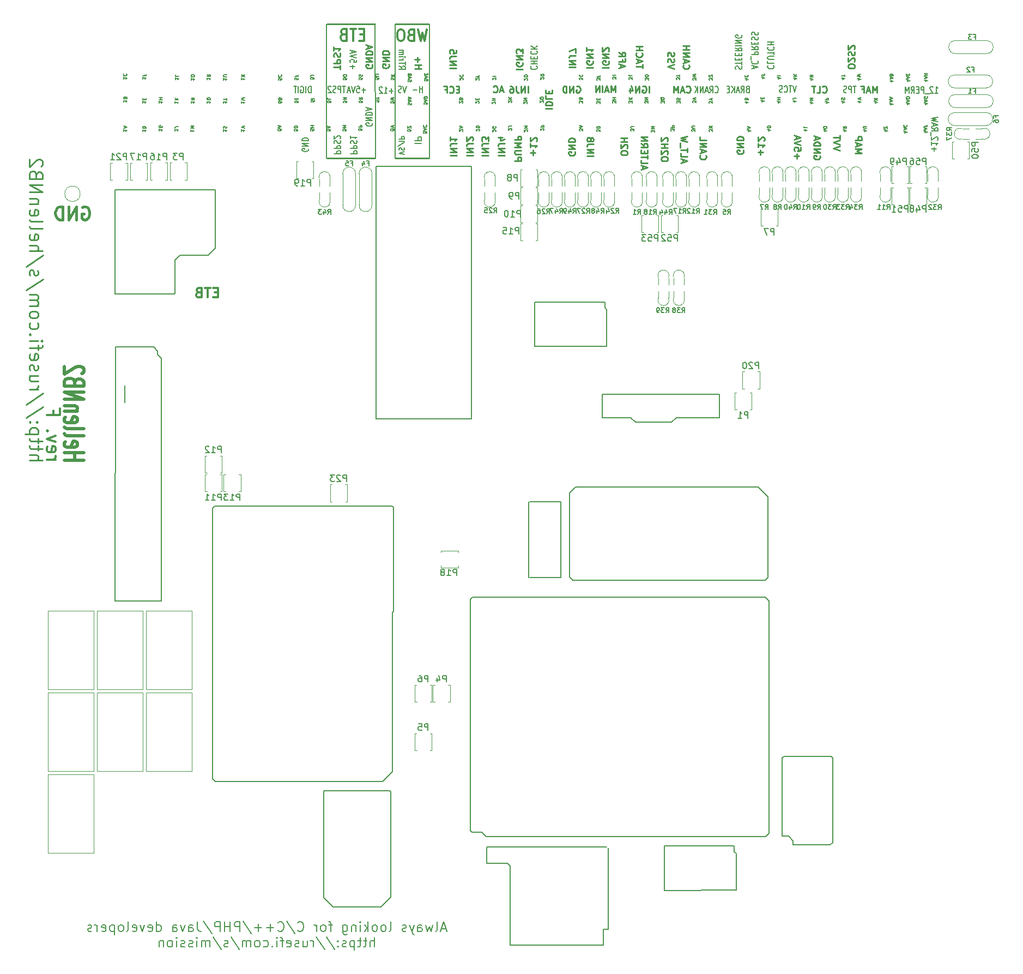
<source format=gbo>
G04 #@! TF.GenerationSoftware,KiCad,Pcbnew,(6.0.1)*
G04 #@! TF.CreationDate,2022-05-23T18:47:54+03:00*
G04 #@! TF.ProjectId,hellen72_NB2,68656c6c-656e-4373-925f-4e42322e6b69,b*
G04 #@! TF.SameCoordinates,PX141ef50PYa2cc1bc*
G04 #@! TF.FileFunction,Legend,Bot*
G04 #@! TF.FilePolarity,Positive*
%FSLAX46Y46*%
G04 Gerber Fmt 4.6, Leading zero omitted, Abs format (unit mm)*
G04 Created by KiCad (PCBNEW (6.0.1)) date 2022-05-23 18:47:54*
%MOMM*%
%LPD*%
G01*
G04 APERTURE LIST*
%ADD10C,0.200000*%
%ADD11C,0.250000*%
%ADD12C,0.127000*%
%ADD13C,0.223520*%
%ADD14C,0.320000*%
%ADD15C,0.150000*%
%ADD16C,0.500000*%
%ADD17C,0.220000*%
%ADD18C,0.400000*%
%ADD19C,0.375000*%
%ADD20C,0.300000*%
%ADD21C,0.120000*%
%ADD22C,0.099060*%
G04 APERTURE END LIST*
D10*
X57895680Y126509340D02*
X57895680Y147337340D01*
X63229680Y126509340D02*
X63229680Y147337340D01*
D11*
X63178680Y126509340D02*
X57895680Y126509340D01*
X54796680Y126509340D02*
X47336914Y126507362D01*
D10*
X47301473Y126509340D02*
X47301473Y147380529D01*
X54847680Y126509340D02*
X54797000Y147337340D01*
D11*
X63178680Y147337340D02*
X57895680Y147337340D01*
X54796680Y147337340D02*
X47315210Y147336914D01*
D12*
X34040757Y135332922D02*
X34040757Y135042636D01*
X34040757Y135187779D02*
X34548757Y135187779D01*
X34476186Y135139398D01*
X34427805Y135091017D01*
X34403614Y135042636D01*
X34548757Y135502255D02*
X34040757Y135623207D01*
X34403614Y135719969D01*
X34040757Y135816731D01*
X34548757Y135937684D01*
D13*
X90135285Y140596818D02*
X91151285Y140596818D01*
X91102905Y141612818D02*
X91151285Y141516056D01*
X91151285Y141370913D01*
X91102905Y141225771D01*
X91006143Y141129009D01*
X90909381Y141080628D01*
X90715857Y141032247D01*
X90570714Y141032247D01*
X90377190Y141080628D01*
X90280428Y141129009D01*
X90183666Y141225771D01*
X90135285Y141370913D01*
X90135285Y141467675D01*
X90183666Y141612818D01*
X90232047Y141661199D01*
X90570714Y141661199D01*
X90570714Y141467675D01*
X90135285Y142096628D02*
X91151285Y142096628D01*
X90135285Y142677199D01*
X91151285Y142677199D01*
X91054524Y143112628D02*
X91102905Y143161009D01*
X91151285Y143257771D01*
X91151285Y143499675D01*
X91102905Y143596437D01*
X91054524Y143644818D01*
X90957762Y143693199D01*
X90861000Y143693199D01*
X90715857Y143644818D01*
X90135285Y143064247D01*
X90135285Y143693199D01*
D12*
X34040757Y138981303D02*
X34040757Y138691017D01*
X34040757Y138836160D02*
X34548757Y138836160D01*
X34476186Y138787779D01*
X34427805Y138739398D01*
X34403614Y138691017D01*
X34548757Y139150636D02*
X34040757Y139489303D01*
X34548757Y139489303D02*
X34040757Y139150636D01*
X68403836Y135087387D02*
X68428027Y135111577D01*
X68452217Y135159958D01*
X68452217Y135280910D01*
X68428027Y135329291D01*
X68403836Y135353482D01*
X68355455Y135377672D01*
X68307074Y135377672D01*
X68234503Y135353482D01*
X67944217Y135063196D01*
X67944217Y135377672D01*
X68210312Y135764720D02*
X68186122Y135837291D01*
X68161931Y135861482D01*
X68113550Y135885672D01*
X68040979Y135885672D01*
X67992598Y135861482D01*
X67968407Y135837291D01*
X67944217Y135788910D01*
X67944217Y135595387D01*
X68452217Y135595387D01*
X68452217Y135764720D01*
X68428027Y135813101D01*
X68403836Y135837291D01*
X68355455Y135861482D01*
X68307074Y135861482D01*
X68258693Y135837291D01*
X68234503Y135813101D01*
X68210312Y135764720D01*
X68210312Y135595387D01*
D14*
X53082005Y145717145D02*
X52548672Y145717145D01*
X52320101Y144774288D02*
X53082005Y144774288D01*
X53082005Y146574288D01*
X52320101Y146574288D01*
X51862958Y146574288D02*
X50948672Y146574288D01*
X51405815Y144774288D02*
X51405815Y146574288D01*
X49882005Y145717145D02*
X49653434Y145631431D01*
X49577244Y145545716D01*
X49501053Y145374288D01*
X49501053Y145117145D01*
X49577244Y144945716D01*
X49653434Y144860002D01*
X49805815Y144774288D01*
X50415339Y144774288D01*
X50415339Y146574288D01*
X49882005Y146574288D01*
X49729625Y146488573D01*
X49653434Y146402859D01*
X49577244Y146231431D01*
X49577244Y146060002D01*
X49653434Y145888573D01*
X49729625Y145802859D01*
X49882005Y145717145D01*
X50415339Y145717145D01*
X62868238Y146545055D02*
X62487286Y144745055D01*
X62182524Y146030769D01*
X61877762Y144745055D01*
X61496809Y146545055D01*
X60353952Y145687912D02*
X60125381Y145602198D01*
X60049190Y145516483D01*
X59973000Y145345055D01*
X59973000Y145087912D01*
X60049190Y144916483D01*
X60125381Y144830769D01*
X60277762Y144745055D01*
X60887286Y144745055D01*
X60887286Y146545055D01*
X60353952Y146545055D01*
X60201571Y146459340D01*
X60125381Y146373626D01*
X60049190Y146202198D01*
X60049190Y146030769D01*
X60125381Y145859340D01*
X60201571Y145773626D01*
X60353952Y145687912D01*
X60887286Y145687912D01*
X58982524Y146545055D02*
X58677762Y146545055D01*
X58525381Y146459340D01*
X58373000Y146287912D01*
X58296809Y145945055D01*
X58296809Y145345055D01*
X58373000Y145002198D01*
X58525381Y144830769D01*
X58677762Y144745055D01*
X58982524Y144745055D01*
X59134905Y144830769D01*
X59287286Y145002198D01*
X59363476Y145345055D01*
X59363476Y145945055D01*
X59287286Y146287912D01*
X59134905Y146459340D01*
X58982524Y146545055D01*
D10*
X59681750Y137724960D02*
X59408417Y136724960D01*
X59135083Y137724960D01*
X58900798Y136772579D02*
X58783655Y136724960D01*
X58588417Y136724960D01*
X58510321Y136772579D01*
X58471274Y136820198D01*
X58432226Y136915436D01*
X58432226Y137010674D01*
X58471274Y137105912D01*
X58510321Y137153531D01*
X58588417Y137201150D01*
X58744607Y137248769D01*
X58822702Y137296388D01*
X58861750Y137344007D01*
X58900798Y137439245D01*
X58900798Y137534483D01*
X58861750Y137629721D01*
X58822702Y137677340D01*
X58744607Y137724960D01*
X58549369Y137724960D01*
X58432226Y137677340D01*
D12*
X140448310Y135091997D02*
X140109643Y135091997D01*
X140641833Y134971045D02*
X140278976Y134850092D01*
X140278976Y135164569D01*
X140254786Y135333902D02*
X140254786Y135575807D01*
X140109643Y135285521D02*
X140617643Y135454854D01*
X140109643Y135624188D01*
X140593453Y136059616D02*
X140617643Y136011235D01*
X140617643Y135938664D01*
X140593453Y135866092D01*
X140545072Y135817711D01*
X140496691Y135793521D01*
X140399929Y135769330D01*
X140327357Y135769330D01*
X140230595Y135793521D01*
X140182214Y135817711D01*
X140133833Y135866092D01*
X140109643Y135938664D01*
X140109643Y135987045D01*
X140133833Y136059616D01*
X140158024Y136083807D01*
X140327357Y136083807D01*
X140327357Y135987045D01*
D13*
X92965706Y140589205D02*
X92965706Y141073015D01*
X92675420Y140492443D02*
X93691420Y140831110D01*
X92675420Y141169777D01*
X93207611Y141847110D02*
X93207611Y141508443D01*
X92675420Y141508443D02*
X93691420Y141508443D01*
X93691420Y141992253D01*
X92675420Y142959872D02*
X93159230Y142621205D01*
X92675420Y142379301D02*
X93691420Y142379301D01*
X93691420Y142766348D01*
X93643040Y142863110D01*
X93594659Y142911491D01*
X93497897Y142959872D01*
X93352754Y142959872D01*
X93255992Y142911491D01*
X93207611Y142863110D01*
X93159230Y142766348D01*
X93159230Y142379301D01*
D12*
X68438726Y138681068D02*
X68462917Y138705258D01*
X68487107Y138753639D01*
X68487107Y138874591D01*
X68462917Y138922972D01*
X68438726Y138947163D01*
X68390345Y138971353D01*
X68341964Y138971353D01*
X68269393Y138947163D01*
X67979107Y138656877D01*
X67979107Y138971353D01*
X68027488Y139479353D02*
X68003297Y139455163D01*
X67979107Y139382591D01*
X67979107Y139334210D01*
X68003297Y139261639D01*
X68051678Y139213258D01*
X68100059Y139189068D01*
X68196821Y139164877D01*
X68269393Y139164877D01*
X68366155Y139189068D01*
X68414536Y139213258D01*
X68462917Y139261639D01*
X68487107Y139334210D01*
X68487107Y139382591D01*
X68462917Y139455163D01*
X68438726Y139479353D01*
D10*
X129544068Y137746912D02*
X129086925Y137746912D01*
X129315497Y136730912D02*
X129315497Y137746912D01*
X128820259Y136730912D02*
X128820259Y137746912D01*
X128515497Y137746912D01*
X128439306Y137698531D01*
X128401211Y137650151D01*
X128363116Y137553389D01*
X128363116Y137408246D01*
X128401211Y137311484D01*
X128439306Y137263103D01*
X128515497Y137214722D01*
X128820259Y137214722D01*
X128058354Y136779293D02*
X127944068Y136730912D01*
X127753592Y136730912D01*
X127677402Y136779293D01*
X127639306Y136827674D01*
X127601211Y136924436D01*
X127601211Y137021198D01*
X127639306Y137117960D01*
X127677402Y137166341D01*
X127753592Y137214722D01*
X127905973Y137263103D01*
X127982164Y137311484D01*
X128020259Y137359865D01*
X128058354Y137456627D01*
X128058354Y137553389D01*
X128020259Y137650151D01*
X127982164Y137698531D01*
X127905973Y137746912D01*
X127715497Y137746912D01*
X127601211Y137698531D01*
D12*
X23785682Y139024071D02*
X23785682Y138733786D01*
X23785682Y138878928D02*
X24293682Y138878928D01*
X24221111Y138830547D01*
X24172730Y138782167D01*
X24148539Y138733786D01*
X23785682Y139483690D02*
X23785682Y139241786D01*
X24293682Y139241786D01*
X92245109Y138834186D02*
X92245109Y139148662D01*
X92051585Y138979329D01*
X92051585Y139051900D01*
X92027395Y139100281D01*
X92003204Y139124471D01*
X91954823Y139148662D01*
X91833871Y139148662D01*
X91785490Y139124471D01*
X91761299Y139100281D01*
X91737109Y139051900D01*
X91737109Y138906757D01*
X91761299Y138858376D01*
X91785490Y138834186D01*
X91737109Y139366376D02*
X92245109Y139366376D01*
X31252165Y138957316D02*
X31252165Y138667030D01*
X31252165Y138812173D02*
X31760165Y138812173D01*
X31687594Y138763792D01*
X31639213Y138715411D01*
X31615022Y138667030D01*
X31760165Y139175030D02*
X31348927Y139175030D01*
X31300546Y139199221D01*
X31276355Y139223411D01*
X31252165Y139271792D01*
X31252165Y139368554D01*
X31276355Y139416935D01*
X31300546Y139441126D01*
X31348927Y139465316D01*
X31760165Y139465316D01*
X112582996Y138879047D02*
X112244329Y138879047D01*
X112776519Y138758095D02*
X112413662Y138637143D01*
X112413662Y138951619D01*
X112292710Y139435428D02*
X112268519Y139411238D01*
X112244329Y139338666D01*
X112244329Y139290285D01*
X112268519Y139217714D01*
X112316900Y139169333D01*
X112365281Y139145143D01*
X112462043Y139120952D01*
X112534615Y139120952D01*
X112631377Y139145143D01*
X112679758Y139169333D01*
X112728139Y139217714D01*
X112752329Y139290285D01*
X112752329Y139338666D01*
X112728139Y139411238D01*
X112703948Y139435428D01*
X55419147Y135525764D02*
X55419147Y135283859D01*
X55177242Y135259669D01*
X55201433Y135283859D01*
X55225623Y135332240D01*
X55225623Y135453193D01*
X55201433Y135501574D01*
X55177242Y135525764D01*
X55128861Y135549955D01*
X55007909Y135549955D01*
X54959528Y135525764D01*
X54935337Y135501574D01*
X54911147Y135453193D01*
X54911147Y135332240D01*
X54935337Y135283859D01*
X54959528Y135259669D01*
X55419147Y135695097D02*
X55419147Y135985383D01*
X54911147Y135840240D02*
X55419147Y135840240D01*
X120120795Y138989571D02*
X119782128Y138989571D01*
X120314318Y138868619D02*
X119951461Y138747667D01*
X119951461Y139062143D01*
X119782128Y139255667D02*
X120290128Y139255667D01*
X119782128Y139545952D02*
X120072414Y139328238D01*
X120290128Y139545952D02*
X119999842Y139255667D01*
X73514818Y138724745D02*
X73539009Y138748936D01*
X73563199Y138797317D01*
X73563199Y138918269D01*
X73539009Y138966650D01*
X73514818Y138990840D01*
X73466437Y139015031D01*
X73418056Y139015031D01*
X73345485Y138990840D01*
X73055199Y138700555D01*
X73055199Y139015031D01*
X73055199Y139232745D02*
X73563199Y139232745D01*
X52835369Y139017742D02*
X52835369Y138775837D01*
X52593464Y138751647D01*
X52617655Y138775837D01*
X52641845Y138824218D01*
X52641845Y138945171D01*
X52617655Y138993552D01*
X52593464Y139017742D01*
X52545083Y139041933D01*
X52424131Y139041933D01*
X52375750Y139017742D01*
X52351559Y138993552D01*
X52327369Y138945171D01*
X52327369Y138824218D01*
X52351559Y138775837D01*
X52375750Y138751647D01*
X52351559Y139235456D02*
X52327369Y139308028D01*
X52327369Y139428980D01*
X52351559Y139477361D01*
X52375750Y139501552D01*
X52424131Y139525742D01*
X52472512Y139525742D01*
X52520893Y139501552D01*
X52545083Y139477361D01*
X52569274Y139428980D01*
X52593464Y139332218D01*
X52617655Y139283837D01*
X52641845Y139259647D01*
X52690226Y139235456D01*
X52738607Y139235456D01*
X52786988Y139259647D01*
X52811179Y139283837D01*
X52835369Y139332218D01*
X52835369Y139453171D01*
X52811179Y139525742D01*
X26227989Y135357815D02*
X26227989Y135067529D01*
X26227989Y135212672D02*
X26735989Y135212672D01*
X26663418Y135164291D01*
X26615037Y135115910D01*
X26590846Y135067529D01*
X26227989Y135575529D02*
X26735989Y135575529D01*
X26227989Y135865815D01*
X26735989Y135865815D01*
X125110081Y135300993D02*
X124771414Y135300993D01*
X125303604Y135180041D02*
X124940747Y135059089D01*
X124940747Y135373565D01*
X124771414Y135567089D02*
X125279414Y135567089D01*
X125279414Y135760612D01*
X125255224Y135808993D01*
X125231033Y135833184D01*
X125182652Y135857374D01*
X125110081Y135857374D01*
X125061700Y135833184D01*
X125037509Y135808993D01*
X125013319Y135760612D01*
X125013319Y135567089D01*
X78445489Y138625047D02*
X78469680Y138649238D01*
X78493870Y138697619D01*
X78493870Y138818571D01*
X78469680Y138866952D01*
X78445489Y138891143D01*
X78397108Y138915333D01*
X78348727Y138915333D01*
X78276156Y138891143D01*
X77985870Y138600857D01*
X77985870Y138915333D01*
X78493870Y139229809D02*
X78493870Y139326571D01*
X78469680Y139374952D01*
X78421299Y139423333D01*
X78324537Y139447524D01*
X78155203Y139447524D01*
X78058441Y139423333D01*
X78010060Y139374952D01*
X77985870Y139326571D01*
X77985870Y139229809D01*
X78010060Y139181428D01*
X78058441Y139133047D01*
X78155203Y139108857D01*
X78324537Y139108857D01*
X78421299Y139133047D01*
X78469680Y139181428D01*
X78493870Y139229809D01*
X89759188Y138642959D02*
X89759188Y138957435D01*
X89565664Y138788102D01*
X89565664Y138860673D01*
X89541474Y138909054D01*
X89517283Y138933245D01*
X89468902Y138957435D01*
X89347950Y138957435D01*
X89299569Y138933245D01*
X89275378Y138909054D01*
X89251188Y138860673D01*
X89251188Y138715530D01*
X89275378Y138667149D01*
X89299569Y138642959D01*
X89517283Y139344483D02*
X89517283Y139175149D01*
X89251188Y139175149D02*
X89759188Y139175149D01*
X89759188Y139417054D01*
D13*
X85835680Y127513245D02*
X85884060Y127416483D01*
X85884060Y127271340D01*
X85835680Y127126198D01*
X85738918Y127029436D01*
X85642156Y126981055D01*
X85448632Y126932674D01*
X85303489Y126932674D01*
X85109965Y126981055D01*
X85013203Y127029436D01*
X84916441Y127126198D01*
X84868060Y127271340D01*
X84868060Y127368102D01*
X84916441Y127513245D01*
X84964822Y127561626D01*
X85303489Y127561626D01*
X85303489Y127368102D01*
X84868060Y127997055D02*
X85884060Y127997055D01*
X84868060Y128577626D01*
X85884060Y128577626D01*
X84868060Y129061436D02*
X85884060Y129061436D01*
X85884060Y129303340D01*
X85835680Y129448483D01*
X85738918Y129545245D01*
X85642156Y129593626D01*
X85448632Y129642007D01*
X85303489Y129642007D01*
X85109965Y129593626D01*
X85013203Y129545245D01*
X84916441Y129448483D01*
X84868060Y129303340D01*
X84868060Y129061436D01*
D12*
X50429862Y135398762D02*
X50429862Y135156857D01*
X50187957Y135132666D01*
X50212148Y135156857D01*
X50236338Y135205238D01*
X50236338Y135326190D01*
X50212148Y135374571D01*
X50187957Y135398762D01*
X50139576Y135422952D01*
X50018624Y135422952D01*
X49970243Y135398762D01*
X49946052Y135374571D01*
X49921862Y135326190D01*
X49921862Y135205238D01*
X49946052Y135156857D01*
X49970243Y135132666D01*
X49921862Y135640666D02*
X50429862Y135640666D01*
X49921862Y135930952D01*
X50429862Y135930952D01*
X97234394Y135063963D02*
X97234394Y135378439D01*
X97040870Y135209106D01*
X97040870Y135281677D01*
X97016680Y135330058D01*
X96992489Y135354249D01*
X96944108Y135378439D01*
X96823156Y135378439D01*
X96774775Y135354249D01*
X96750584Y135330058D01*
X96726394Y135281677D01*
X96726394Y135136534D01*
X96750584Y135088153D01*
X96774775Y135063963D01*
X96726394Y135596153D02*
X97234394Y135596153D01*
X96726394Y135886439D01*
X97234394Y135886439D01*
D13*
X87709295Y126857410D02*
X88725295Y126857410D01*
X87709295Y127341220D02*
X88725295Y127341220D01*
X87709295Y127921791D01*
X88725295Y127921791D01*
X88725295Y128695887D02*
X87999581Y128695887D01*
X87854438Y128647506D01*
X87757676Y128550744D01*
X87709295Y128405601D01*
X87709295Y128308839D01*
X88289867Y129324839D02*
X88338248Y129228077D01*
X88386629Y129179696D01*
X88483391Y129131315D01*
X88531772Y129131315D01*
X88628534Y129179696D01*
X88676915Y129228077D01*
X88725295Y129324839D01*
X88725295Y129518363D01*
X88676915Y129615125D01*
X88628534Y129663506D01*
X88531772Y129711887D01*
X88483391Y129711887D01*
X88386629Y129663506D01*
X88338248Y129615125D01*
X88289867Y129518363D01*
X88289867Y129324839D01*
X88241486Y129228077D01*
X88193105Y129179696D01*
X88096343Y129131315D01*
X87902819Y129131315D01*
X87806057Y129179696D01*
X87757676Y129228077D01*
X87709295Y129324839D01*
X87709295Y129518363D01*
X87757676Y129615125D01*
X87806057Y129663506D01*
X87902819Y129711887D01*
X88096343Y129711887D01*
X88193105Y129663506D01*
X88241486Y129615125D01*
X88289867Y129518363D01*
D12*
X127582716Y135353626D02*
X127244049Y135353626D01*
X127776239Y135232673D02*
X127413382Y135111721D01*
X127413382Y135426197D01*
X127268239Y135595530D02*
X127244049Y135668102D01*
X127244049Y135789054D01*
X127268239Y135837435D01*
X127292430Y135861626D01*
X127340811Y135885816D01*
X127389192Y135885816D01*
X127437573Y135861626D01*
X127461763Y135837435D01*
X127485954Y135789054D01*
X127510144Y135692292D01*
X127534335Y135643911D01*
X127558525Y135619721D01*
X127606906Y135595530D01*
X127655287Y135595530D01*
X127703668Y135619721D01*
X127727859Y135643911D01*
X127752049Y135692292D01*
X127752049Y135813245D01*
X127727859Y135885816D01*
D10*
X112683299Y137249912D02*
X112569013Y137201531D01*
X112530918Y137153150D01*
X112492822Y137056388D01*
X112492822Y136911245D01*
X112530918Y136814483D01*
X112569013Y136766102D01*
X112645203Y136717721D01*
X112949965Y136717721D01*
X112949965Y137733721D01*
X112683299Y137733721D01*
X112607108Y137685340D01*
X112569013Y137636960D01*
X112530918Y137540198D01*
X112530918Y137443436D01*
X112569013Y137346674D01*
X112607108Y137298293D01*
X112683299Y137249912D01*
X112949965Y137249912D01*
X111692822Y136717721D02*
X111959489Y137201531D01*
X112149965Y136717721D02*
X112149965Y137733721D01*
X111845203Y137733721D01*
X111769013Y137685340D01*
X111730918Y137636960D01*
X111692822Y137540198D01*
X111692822Y137395055D01*
X111730918Y137298293D01*
X111769013Y137249912D01*
X111845203Y137201531D01*
X112149965Y137201531D01*
X111388060Y137008007D02*
X111007108Y137008007D01*
X111464251Y136717721D02*
X111197584Y137733721D01*
X110930918Y136717721D01*
X110664251Y136717721D02*
X110664251Y137733721D01*
X110207108Y136717721D02*
X110549965Y137298293D01*
X110207108Y137733721D02*
X110664251Y137153150D01*
X109864251Y137249912D02*
X109597584Y137249912D01*
X109483299Y136717721D02*
X109864251Y136717721D01*
X109864251Y137733721D01*
X109483299Y137733721D01*
D12*
X60448635Y135098924D02*
X60448635Y134857020D01*
X60206730Y134832829D01*
X60230921Y134857020D01*
X60255111Y134905400D01*
X60255111Y135026353D01*
X60230921Y135074734D01*
X60206730Y135098924D01*
X60158349Y135123115D01*
X60037397Y135123115D01*
X59989016Y135098924D01*
X59964825Y135074734D01*
X59940635Y135026353D01*
X59940635Y134905400D01*
X59964825Y134857020D01*
X59989016Y134832829D01*
X60085778Y135316639D02*
X60085778Y135558543D01*
X59940635Y135268258D02*
X60448635Y135437591D01*
X59940635Y135606924D01*
X60085778Y135752067D02*
X60085778Y135993972D01*
X59940635Y135703686D02*
X60448635Y135873020D01*
X59940635Y136042353D01*
D10*
X54361313Y131976911D02*
X54409693Y131900721D01*
X54409693Y131786435D01*
X54361313Y131672149D01*
X54264551Y131595959D01*
X54167789Y131557864D01*
X53974265Y131519768D01*
X53829122Y131519768D01*
X53635598Y131557864D01*
X53538836Y131595959D01*
X53442074Y131672149D01*
X53393693Y131786435D01*
X53393693Y131862626D01*
X53442074Y131976911D01*
X53490455Y132015007D01*
X53829122Y132015007D01*
X53829122Y131862626D01*
X53393693Y132357864D02*
X54409693Y132357864D01*
X53393693Y132815007D01*
X54409693Y132815007D01*
X53393693Y133195959D02*
X54409693Y133195959D01*
X54409693Y133386435D01*
X54361313Y133500721D01*
X54264551Y133576911D01*
X54167789Y133615007D01*
X53974265Y133653102D01*
X53829122Y133653102D01*
X53635598Y133615007D01*
X53538836Y133576911D01*
X53442074Y133500721D01*
X53393693Y133386435D01*
X53393693Y133195959D01*
X53683979Y133957864D02*
X53683979Y134338816D01*
X53393693Y133881673D02*
X54409693Y134148340D01*
X53393693Y134415007D01*
D13*
X97386487Y136717721D02*
X97386487Y137733721D01*
X96370487Y137685340D02*
X96467249Y137733721D01*
X96612392Y137733721D01*
X96757534Y137685340D01*
X96854296Y137588579D01*
X96902677Y137491817D01*
X96951058Y137298293D01*
X96951058Y137153150D01*
X96902677Y136959626D01*
X96854296Y136862864D01*
X96757534Y136766102D01*
X96612392Y136717721D01*
X96515630Y136717721D01*
X96370487Y136766102D01*
X96322106Y136814483D01*
X96322106Y137153150D01*
X96515630Y137153150D01*
X95886677Y136717721D02*
X95886677Y137733721D01*
X95306106Y136717721D01*
X95306106Y137733721D01*
X94386868Y137395055D02*
X94386868Y136717721D01*
X94628772Y137782102D02*
X94870677Y137056388D01*
X94241725Y137056388D01*
X81312060Y134274483D02*
X82328060Y134274483D01*
X81312060Y134758293D02*
X82328060Y134758293D01*
X82328060Y135000198D01*
X82279680Y135145340D01*
X82182918Y135242102D01*
X82086156Y135290483D01*
X81892632Y135338864D01*
X81747489Y135338864D01*
X81553965Y135290483D01*
X81457203Y135242102D01*
X81360441Y135145340D01*
X81312060Y135000198D01*
X81312060Y134758293D01*
X81312060Y136258102D02*
X81312060Y135774293D01*
X82328060Y135774293D01*
X81844251Y136596769D02*
X81844251Y136935436D01*
X81312060Y137080579D02*
X81312060Y136596769D01*
X82328060Y136596769D01*
X82328060Y137080579D01*
D15*
X59349775Y127091340D02*
X58549775Y127324674D01*
X59349775Y127558007D01*
X58587870Y127758007D02*
X58549775Y127858007D01*
X58549775Y128024674D01*
X58587870Y128091340D01*
X58625965Y128124674D01*
X58702156Y128158007D01*
X58778346Y128158007D01*
X58854537Y128124674D01*
X58892632Y128091340D01*
X58930727Y128024674D01*
X58968822Y127891340D01*
X59006918Y127824674D01*
X59045013Y127791340D01*
X59121203Y127758007D01*
X59197394Y127758007D01*
X59273584Y127791340D01*
X59311680Y127824674D01*
X59349775Y127891340D01*
X59349775Y128058007D01*
X59311680Y128158007D01*
X59387870Y128958007D02*
X58359299Y128358007D01*
X58549775Y129191340D02*
X59349775Y129191340D01*
X58549775Y129524674D02*
X59349775Y129524674D01*
X59349775Y129791340D01*
X59311680Y129858007D01*
X59273584Y129891340D01*
X59197394Y129924674D01*
X59083108Y129924674D01*
X59006918Y129891340D01*
X58968822Y129858007D01*
X58930727Y129791340D01*
X58930727Y129524674D01*
D10*
X53343995Y137101205D02*
X52734472Y137101205D01*
X53039233Y136714157D02*
X53039233Y137488253D01*
X51972567Y137730157D02*
X52353519Y137730157D01*
X52391614Y137246348D01*
X52353519Y137294729D01*
X52277329Y137343110D01*
X52086852Y137343110D01*
X52010662Y137294729D01*
X51972567Y137246348D01*
X51934472Y137149586D01*
X51934472Y136907681D01*
X51972567Y136810919D01*
X52010662Y136762538D01*
X52086852Y136714157D01*
X52277329Y136714157D01*
X52353519Y136762538D01*
X52391614Y136810919D01*
X51705900Y137730157D02*
X51439233Y136714157D01*
X51172567Y137730157D01*
X50943995Y137004443D02*
X50563043Y137004443D01*
X51020186Y136714157D02*
X50753519Y137730157D01*
X50486852Y136714157D01*
D13*
X94012060Y127259100D02*
X94012060Y127452624D01*
X93963680Y127549386D01*
X93866918Y127646148D01*
X93673394Y127694529D01*
X93334727Y127694529D01*
X93141203Y127646148D01*
X93044441Y127549386D01*
X92996060Y127452624D01*
X92996060Y127259100D01*
X93044441Y127162338D01*
X93141203Y127065576D01*
X93334727Y127017195D01*
X93673394Y127017195D01*
X93866918Y127065576D01*
X93963680Y127162338D01*
X94012060Y127259100D01*
X93915299Y128081576D02*
X93963680Y128129957D01*
X94012060Y128226719D01*
X94012060Y128468624D01*
X93963680Y128565386D01*
X93915299Y128613767D01*
X93818537Y128662148D01*
X93721775Y128662148D01*
X93576632Y128613767D01*
X92996060Y128033195D01*
X92996060Y128662148D01*
X92996060Y129097576D02*
X94012060Y129097576D01*
X93528251Y129097576D02*
X93528251Y129678148D01*
X92996060Y129678148D02*
X94012060Y129678148D01*
X96369236Y124811143D02*
X96369236Y125294952D01*
X96078950Y124714381D02*
X97094950Y125053047D01*
X96078950Y125391714D01*
X96078950Y126214190D02*
X96078950Y125730381D01*
X97094950Y125730381D01*
X97094950Y126407714D02*
X97094950Y126988286D01*
X96078950Y126698000D02*
X97094950Y126698000D01*
X96611141Y127326952D02*
X96611141Y127665619D01*
X96078950Y127810762D02*
X96078950Y127326952D01*
X97094950Y127326952D01*
X97094950Y127810762D01*
X96078950Y128826762D02*
X96562760Y128488095D01*
X96078950Y128246190D02*
X97094950Y128246190D01*
X97094950Y128633238D01*
X97046570Y128730000D01*
X96998189Y128778381D01*
X96901427Y128826762D01*
X96756284Y128826762D01*
X96659522Y128778381D01*
X96611141Y128730000D01*
X96562760Y128633238D01*
X96562760Y128246190D01*
X96078950Y129262190D02*
X97094950Y129262190D01*
X96078950Y129842762D01*
X97094950Y129842762D01*
X114661330Y127055791D02*
X114661330Y127829887D01*
X114274282Y127442839D02*
X115048378Y127442839D01*
X114274282Y128845887D02*
X114274282Y128265315D01*
X114274282Y128555601D02*
X115290282Y128555601D01*
X115145140Y128458839D01*
X115048378Y128362077D01*
X114999997Y128265315D01*
X115193521Y129232934D02*
X115241902Y129281315D01*
X115290282Y129378077D01*
X115290282Y129619982D01*
X115241902Y129716744D01*
X115193521Y129765125D01*
X115096759Y129813506D01*
X114999997Y129813506D01*
X114854854Y129765125D01*
X114274282Y129184553D01*
X114274282Y129813506D01*
X66384326Y140511633D02*
X67400326Y140511633D01*
X66384326Y140995443D02*
X67400326Y140995443D01*
X66384326Y141576014D01*
X67400326Y141576014D01*
X67400326Y142350109D02*
X66674612Y142350109D01*
X66529469Y142301728D01*
X66432707Y142204967D01*
X66384326Y142059824D01*
X66384326Y141963062D01*
X67400326Y143317728D02*
X67400326Y142833919D01*
X66916517Y142785538D01*
X66964898Y142833919D01*
X67013279Y142930681D01*
X67013279Y143172586D01*
X66964898Y143269348D01*
X66916517Y143317728D01*
X66819755Y143366109D01*
X66577850Y143366109D01*
X66481088Y143317728D01*
X66432707Y143269348D01*
X66384326Y143172586D01*
X66384326Y142930681D01*
X66432707Y142833919D01*
X66481088Y142785538D01*
D12*
X132681234Y135299833D02*
X132342567Y135299833D01*
X132874757Y135178880D02*
X132511900Y135057928D01*
X132511900Y135372404D01*
X132850567Y135517547D02*
X132342567Y135856214D01*
X132850567Y135856214D02*
X132342567Y135517547D01*
D10*
X50987457Y127232135D02*
X52003457Y127232135D01*
X52003457Y127536897D01*
X51955077Y127613087D01*
X51906696Y127651182D01*
X51809934Y127689278D01*
X51664791Y127689278D01*
X51568029Y127651182D01*
X51519648Y127613087D01*
X51471267Y127536897D01*
X51471267Y127232135D01*
X50987457Y128032135D02*
X52003457Y128032135D01*
X52003457Y128336897D01*
X51955077Y128413087D01*
X51906696Y128451182D01*
X51809934Y128489278D01*
X51664791Y128489278D01*
X51568029Y128451182D01*
X51519648Y128413087D01*
X51471267Y128336897D01*
X51471267Y128032135D01*
X51035838Y128794039D02*
X50987457Y128908325D01*
X50987457Y129098801D01*
X51035838Y129174992D01*
X51084219Y129213087D01*
X51180981Y129251182D01*
X51277743Y129251182D01*
X51374505Y129213087D01*
X51422886Y129174992D01*
X51471267Y129098801D01*
X51519648Y128946420D01*
X51568029Y128870230D01*
X51616410Y128832135D01*
X51713172Y128794039D01*
X51809934Y128794039D01*
X51906696Y128832135D01*
X51955077Y128870230D01*
X52003457Y128946420D01*
X52003457Y129136897D01*
X51955077Y129251182D01*
X50987457Y130013087D02*
X50987457Y129555944D01*
X50987457Y129784516D02*
X52003457Y129784516D01*
X51858315Y129708325D01*
X51761553Y129632135D01*
X51713172Y129555944D01*
D12*
X94722306Y135101876D02*
X94722306Y135416352D01*
X94528782Y135247019D01*
X94528782Y135319590D01*
X94504592Y135367971D01*
X94480401Y135392162D01*
X94432020Y135416352D01*
X94311068Y135416352D01*
X94262687Y135392162D01*
X94238496Y135367971D01*
X94214306Y135319590D01*
X94214306Y135174448D01*
X94238496Y135126067D01*
X94262687Y135101876D01*
X94214306Y135634067D02*
X94722306Y135634067D01*
X94214306Y135924352D02*
X94504592Y135706638D01*
X94722306Y135924352D02*
X94432020Y135634067D01*
D13*
X102614565Y125875524D02*
X102614565Y126359333D01*
X102324279Y125778762D02*
X103340279Y126117428D01*
X102324279Y126456095D01*
X102324279Y127278571D02*
X102324279Y126794762D01*
X103340279Y126794762D01*
X103340279Y127472095D02*
X103340279Y128052666D01*
X102324279Y127762381D02*
X103340279Y127762381D01*
X102227518Y128149428D02*
X102227518Y128923524D01*
X103340279Y129068666D02*
X102324279Y129310571D01*
X103049994Y129504095D01*
X102324279Y129697619D01*
X103340279Y129939524D01*
D10*
X51310092Y140436699D02*
X51310092Y141046222D01*
X50923044Y140741461D02*
X51697140Y140741461D01*
X51939044Y141808127D02*
X51939044Y141427175D01*
X51455235Y141389080D01*
X51503616Y141427175D01*
X51551997Y141503365D01*
X51551997Y141693842D01*
X51503616Y141770032D01*
X51455235Y141808127D01*
X51358473Y141846222D01*
X51116568Y141846222D01*
X51019806Y141808127D01*
X50971425Y141770032D01*
X50923044Y141693842D01*
X50923044Y141503365D01*
X50971425Y141427175D01*
X51019806Y141389080D01*
X51939044Y142074794D02*
X50923044Y142341461D01*
X51939044Y142608127D01*
X51213330Y142836699D02*
X51213330Y143217651D01*
X50923044Y142760508D02*
X51939044Y143027175D01*
X50923044Y143293842D01*
D13*
X74708432Y137026681D02*
X74224623Y137026681D01*
X74805194Y136736395D02*
X74466528Y137752395D01*
X74127861Y136736395D01*
X73208623Y136833157D02*
X73257004Y136784776D01*
X73402147Y136736395D01*
X73498908Y136736395D01*
X73644051Y136784776D01*
X73740813Y136881538D01*
X73789194Y136978300D01*
X73837575Y137171824D01*
X73837575Y137316967D01*
X73789194Y137510491D01*
X73740813Y137607253D01*
X73644051Y137704014D01*
X73498908Y137752395D01*
X73402147Y137752395D01*
X73257004Y137704014D01*
X73208623Y137655634D01*
D12*
X57825526Y138953638D02*
X57825526Y138711733D01*
X57583621Y138687543D01*
X57607812Y138711733D01*
X57632002Y138760114D01*
X57632002Y138881067D01*
X57607812Y138929448D01*
X57583621Y138953638D01*
X57535240Y138977829D01*
X57414288Y138977829D01*
X57365907Y138953638D01*
X57341716Y138929448D01*
X57317526Y138881067D01*
X57317526Y138760114D01*
X57341716Y138711733D01*
X57365907Y138687543D01*
X57825526Y139147162D02*
X57317526Y139485829D01*
X57825526Y139485829D02*
X57317526Y139147162D01*
X121725740Y130965778D02*
X121387073Y130965778D01*
X121919263Y130844826D02*
X121556406Y130723874D01*
X121556406Y131038350D01*
X121387073Y131473778D02*
X121387073Y131231874D01*
X121895073Y131231874D01*
X130099366Y138887698D02*
X129760699Y138887698D01*
X130292889Y138766745D02*
X129930032Y138645793D01*
X129930032Y138960269D01*
X130268699Y139105412D02*
X129760699Y139226364D01*
X130123556Y139323126D01*
X129760699Y139419888D01*
X130268699Y139540841D01*
D13*
X67870849Y137191927D02*
X67532182Y137191927D01*
X67387039Y136659736D02*
X67870849Y136659736D01*
X67870849Y137675736D01*
X67387039Y137675736D01*
X66371039Y136756498D02*
X66419420Y136708117D01*
X66564563Y136659736D01*
X66661325Y136659736D01*
X66806468Y136708117D01*
X66903230Y136804879D01*
X66951611Y136901641D01*
X66999992Y137095165D01*
X66999992Y137240308D01*
X66951611Y137433832D01*
X66903230Y137530594D01*
X66806468Y137627355D01*
X66661325Y137675736D01*
X66564563Y137675736D01*
X66419420Y137627355D01*
X66371039Y137578975D01*
X65596944Y137191927D02*
X65935611Y137191927D01*
X65935611Y136659736D02*
X65935611Y137675736D01*
X65451801Y137675736D01*
X79342630Y126994565D02*
X79342630Y127768661D01*
X78955582Y127381613D02*
X79729678Y127381613D01*
X78955582Y128784661D02*
X78955582Y128204089D01*
X78955582Y128494375D02*
X79971582Y128494375D01*
X79826440Y128397613D01*
X79729678Y128300851D01*
X79681297Y128204089D01*
X79874821Y129171708D02*
X79923202Y129220089D01*
X79971582Y129316851D01*
X79971582Y129558756D01*
X79923202Y129655518D01*
X79874821Y129703899D01*
X79778059Y129752280D01*
X79681297Y129752280D01*
X79536154Y129703899D01*
X78955582Y129123327D01*
X78955582Y129752280D01*
D12*
X137670520Y135097239D02*
X137331853Y135097239D01*
X137864043Y134976287D02*
X137501186Y134855334D01*
X137501186Y135169811D01*
X137476996Y135339144D02*
X137476996Y135581049D01*
X137331853Y135290763D02*
X137839853Y135460096D01*
X137331853Y135629430D01*
X137331853Y135798763D02*
X137839853Y135798763D01*
X137839853Y135919715D01*
X137815663Y135992287D01*
X137767282Y136040668D01*
X137718901Y136064858D01*
X137622139Y136089049D01*
X137549567Y136089049D01*
X137452805Y136064858D01*
X137404424Y136040668D01*
X137356043Y135992287D01*
X137331853Y135919715D01*
X137331853Y135798763D01*
X94757196Y138743938D02*
X94757196Y139058414D01*
X94563672Y138889081D01*
X94563672Y138961652D01*
X94539482Y139010033D01*
X94515291Y139034224D01*
X94466910Y139058414D01*
X94345958Y139058414D01*
X94297577Y139034224D01*
X94273386Y139010033D01*
X94249196Y138961652D01*
X94249196Y138816510D01*
X94273386Y138768129D01*
X94297577Y138743938D01*
X94249196Y139518033D02*
X94249196Y139276129D01*
X94757196Y139276129D01*
X104525939Y130687051D02*
X104525939Y131001527D01*
X104332415Y130832194D01*
X104332415Y130904765D01*
X104308225Y130953146D01*
X104284034Y130977337D01*
X104235653Y131001527D01*
X104114701Y131001527D01*
X104066320Y130977337D01*
X104042129Y130953146D01*
X104017939Y130904765D01*
X104017939Y130759622D01*
X104042129Y130711241D01*
X104066320Y130687051D01*
X104525939Y131219241D02*
X104114701Y131219241D01*
X104066320Y131243432D01*
X104042129Y131267622D01*
X104017939Y131316003D01*
X104017939Y131412765D01*
X104042129Y131461146D01*
X104066320Y131485337D01*
X104114701Y131509527D01*
X104525939Y131509527D01*
X23750792Y135347119D02*
X23750792Y135056834D01*
X23750792Y135201976D02*
X24258792Y135201976D01*
X24186221Y135153596D01*
X24137840Y135105215D01*
X24113649Y135056834D01*
X23750792Y135564834D02*
X24258792Y135564834D01*
X23750792Y135855119D02*
X24041078Y135637405D01*
X24258792Y135855119D02*
X23968506Y135564834D01*
D13*
X86101775Y137685340D02*
X86198537Y137733721D01*
X86343680Y137733721D01*
X86488822Y137685340D01*
X86585584Y137588579D01*
X86633965Y137491817D01*
X86682346Y137298293D01*
X86682346Y137153150D01*
X86633965Y136959626D01*
X86585584Y136862864D01*
X86488822Y136766102D01*
X86343680Y136717721D01*
X86246918Y136717721D01*
X86101775Y136766102D01*
X86053394Y136814483D01*
X86053394Y137153150D01*
X86246918Y137153150D01*
X85617965Y136717721D02*
X85617965Y137733721D01*
X85037394Y136717721D01*
X85037394Y137733721D01*
X84553584Y136717721D02*
X84553584Y137733721D01*
X84311680Y137733721D01*
X84166537Y137685340D01*
X84069775Y137588579D01*
X84021394Y137491817D01*
X83973013Y137298293D01*
X83973013Y137153150D01*
X84021394Y136959626D01*
X84069775Y136862864D01*
X84166537Y136766102D01*
X84311680Y136717721D01*
X84553584Y136717721D01*
D12*
X107201989Y135054435D02*
X107201989Y135368911D01*
X107008465Y135199578D01*
X107008465Y135272149D01*
X106984275Y135320530D01*
X106960084Y135344721D01*
X106911703Y135368911D01*
X106790751Y135368911D01*
X106742370Y135344721D01*
X106718179Y135320530D01*
X106693989Y135272149D01*
X106693989Y135127006D01*
X106718179Y135078625D01*
X106742370Y135054435D01*
X106935894Y135683387D02*
X106693989Y135683387D01*
X107201989Y135514054D02*
X106935894Y135683387D01*
X107201989Y135852721D01*
X78410599Y135031366D02*
X78434790Y135055557D01*
X78458980Y135103938D01*
X78458980Y135224890D01*
X78434790Y135273271D01*
X78410599Y135297462D01*
X78362218Y135321652D01*
X78313837Y135321652D01*
X78241266Y135297462D01*
X77950980Y135007176D01*
X77950980Y135321652D01*
X77950980Y135539366D02*
X78458980Y135539366D01*
X77950980Y135829652D01*
X78458980Y135829652D01*
D16*
X6569537Y79642245D02*
X9569537Y79642245D01*
X8140965Y79642245D02*
X8140965Y80785102D01*
X6569537Y80785102D02*
X9569537Y80785102D01*
X6712394Y82499388D02*
X6569537Y82308912D01*
X6569537Y81927960D01*
X6712394Y81737483D01*
X6998108Y81642245D01*
X8140965Y81642245D01*
X8426680Y81737483D01*
X8569537Y81927960D01*
X8569537Y82308912D01*
X8426680Y82499388D01*
X8140965Y82594626D01*
X7855251Y82594626D01*
X7569537Y81642245D01*
X6569537Y83737483D02*
X6712394Y83547007D01*
X6998108Y83451769D01*
X9569537Y83451769D01*
X6569537Y84785102D02*
X6712394Y84594626D01*
X6998108Y84499388D01*
X9569537Y84499388D01*
X6712394Y86308912D02*
X6569537Y86118436D01*
X6569537Y85737483D01*
X6712394Y85547007D01*
X6998108Y85451769D01*
X8140965Y85451769D01*
X8426680Y85547007D01*
X8569537Y85737483D01*
X8569537Y86118436D01*
X8426680Y86308912D01*
X8140965Y86404150D01*
X7855251Y86404150D01*
X7569537Y85451769D01*
X8569537Y87261293D02*
X6569537Y87261293D01*
X8283822Y87261293D02*
X8426680Y87356531D01*
X8569537Y87547007D01*
X8569537Y87832721D01*
X8426680Y88023198D01*
X8140965Y88118436D01*
X6569537Y88118436D01*
X6569537Y89070817D02*
X9569537Y89070817D01*
X6569537Y90213674D01*
X9569537Y90213674D01*
X8140965Y91832721D02*
X7998108Y92118436D01*
X7855251Y92213674D01*
X7569537Y92308912D01*
X7140965Y92308912D01*
X6855251Y92213674D01*
X6712394Y92118436D01*
X6569537Y91927960D01*
X6569537Y91166055D01*
X9569537Y91166055D01*
X9569537Y91832721D01*
X9426680Y92023198D01*
X9283822Y92118436D01*
X8998108Y92213674D01*
X8712394Y92213674D01*
X8426680Y92118436D01*
X8283822Y92023198D01*
X8140965Y91832721D01*
X8140965Y91166055D01*
X9283822Y93070817D02*
X9426680Y93166055D01*
X9569537Y93356531D01*
X9569537Y93832721D01*
X9426680Y94023198D01*
X9283822Y94118436D01*
X8998108Y94213674D01*
X8712394Y94213674D01*
X8283822Y94118436D01*
X6569537Y92975579D01*
X6569537Y94213674D01*
D12*
X137286729Y130701086D02*
X136948062Y130701086D01*
X137480252Y130580134D02*
X137117395Y130459181D01*
X137117395Y130773658D01*
X137093205Y130942991D02*
X137093205Y131184896D01*
X136948062Y130894610D02*
X137456062Y131063943D01*
X136948062Y131233277D01*
X136996443Y131692896D02*
X136972252Y131668705D01*
X136948062Y131596134D01*
X136948062Y131547753D01*
X136972252Y131475181D01*
X137020633Y131426800D01*
X137069014Y131402610D01*
X137165776Y131378419D01*
X137238348Y131378419D01*
X137335110Y131402610D01*
X137383491Y131426800D01*
X137431872Y131475181D01*
X137456062Y131547753D01*
X137456062Y131596134D01*
X137431872Y131668705D01*
X137407681Y131692896D01*
X87079628Y138700456D02*
X87079628Y139014932D01*
X86886104Y138845599D01*
X86886104Y138918170D01*
X86861914Y138966551D01*
X86837723Y138990742D01*
X86789342Y139014932D01*
X86668390Y139014932D01*
X86620009Y138990742D01*
X86595818Y138966551D01*
X86571628Y138918170D01*
X86571628Y138773028D01*
X86595818Y138724647D01*
X86620009Y138700456D01*
X86620009Y139522932D02*
X86595818Y139498742D01*
X86571628Y139426170D01*
X86571628Y139377789D01*
X86595818Y139305218D01*
X86644199Y139256837D01*
X86692580Y139232647D01*
X86789342Y139208456D01*
X86861914Y139208456D01*
X86958676Y139232647D01*
X87007057Y139256837D01*
X87055438Y139305218D01*
X87079628Y139377789D01*
X87079628Y139426170D01*
X87055438Y139498742D01*
X87031247Y139522932D01*
D10*
X79073103Y140798087D02*
X79024722Y140759991D01*
X78976341Y140645706D01*
X78976341Y140569515D01*
X79024722Y140455229D01*
X79121484Y140379039D01*
X79218246Y140340944D01*
X79411770Y140302848D01*
X79556913Y140302848D01*
X79750437Y140340944D01*
X79847199Y140379039D01*
X79943961Y140455229D01*
X79992341Y140569515D01*
X79992341Y140645706D01*
X79943961Y140759991D01*
X79895580Y140798087D01*
X78976341Y141140944D02*
X79992341Y141140944D01*
X79508532Y141140944D02*
X79508532Y141598087D01*
X78976341Y141598087D02*
X79992341Y141598087D01*
X79508532Y141979039D02*
X79508532Y142245706D01*
X78976341Y142359991D02*
X78976341Y141979039D01*
X79992341Y141979039D01*
X79992341Y142359991D01*
X79073103Y143159991D02*
X79024722Y143121896D01*
X78976341Y143007610D01*
X78976341Y142931420D01*
X79024722Y142817134D01*
X79121484Y142740944D01*
X79218246Y142702848D01*
X79411770Y142664753D01*
X79556913Y142664753D01*
X79750437Y142702848D01*
X79847199Y142740944D01*
X79943961Y142817134D01*
X79992341Y142931420D01*
X79992341Y143007610D01*
X79943961Y143121896D01*
X79895580Y143159991D01*
X78976341Y143502848D02*
X79992341Y143502848D01*
X78976341Y143959991D02*
X79556913Y143617134D01*
X79992341Y143959991D02*
X79411770Y143502848D01*
D12*
X18691726Y135411726D02*
X18691726Y135121440D01*
X18691726Y135266583D02*
X19199726Y135266583D01*
X19127155Y135218202D01*
X19078774Y135169821D01*
X19054583Y135121440D01*
X18957821Y135629440D02*
X18957821Y135798773D01*
X18691726Y135871345D02*
X18691726Y135629440D01*
X19199726Y135629440D01*
X19199726Y135871345D01*
X95036317Y130766198D02*
X95036317Y131080675D01*
X94842793Y130911341D01*
X94842793Y130983913D01*
X94818603Y131032294D01*
X94794412Y131056484D01*
X94746031Y131080675D01*
X94625079Y131080675D01*
X94576698Y131056484D01*
X94552507Y131032294D01*
X94528317Y130983913D01*
X94528317Y130838770D01*
X94552507Y130790389D01*
X94576698Y130766198D01*
X95036317Y131443532D02*
X94673460Y131443532D01*
X94600888Y131419341D01*
X94552507Y131370960D01*
X94528317Y131298389D01*
X94528317Y131250008D01*
D13*
X102735052Y141001840D02*
X102686671Y140953459D01*
X102638290Y140808316D01*
X102638290Y140711554D01*
X102686671Y140566411D01*
X102783433Y140469649D01*
X102880195Y140421268D01*
X103073719Y140372887D01*
X103218862Y140372887D01*
X103412386Y140421268D01*
X103509148Y140469649D01*
X103605910Y140566411D01*
X103654290Y140711554D01*
X103654290Y140808316D01*
X103605910Y140953459D01*
X103557529Y141001840D01*
X102928576Y141388887D02*
X102928576Y141872697D01*
X102638290Y141292125D02*
X103654290Y141630792D01*
X102638290Y141969459D01*
X102638290Y142308125D02*
X103654290Y142308125D01*
X102638290Y142888697D01*
X103654290Y142888697D01*
X102638290Y143372506D02*
X103654290Y143372506D01*
X103170481Y143372506D02*
X103170481Y143953078D01*
X102638290Y143953078D02*
X103654290Y143953078D01*
X124348850Y136801130D02*
X124397231Y136752749D01*
X124542374Y136704368D01*
X124639136Y136704368D01*
X124784279Y136752749D01*
X124881041Y136849511D01*
X124929421Y136946273D01*
X124977802Y137139797D01*
X124977802Y137284940D01*
X124929421Y137478464D01*
X124881041Y137575226D01*
X124784279Y137671987D01*
X124639136Y137720368D01*
X124542374Y137720368D01*
X124397231Y137671987D01*
X124348850Y137623607D01*
X123429612Y136704368D02*
X123913421Y136704368D01*
X123913421Y137720368D01*
X123236088Y137720368D02*
X122655517Y137720368D01*
X122945802Y136704368D02*
X122945802Y137720368D01*
X92163786Y136760568D02*
X92163786Y137776568D01*
X91825119Y137050854D01*
X91486452Y137776568D01*
X91486452Y136760568D01*
X91051024Y137050854D02*
X90567214Y137050854D01*
X91147786Y136760568D02*
X90809119Y137776568D01*
X90470452Y136760568D01*
X90131786Y136760568D02*
X90131786Y137776568D01*
X89647976Y136760568D02*
X89647976Y137776568D01*
X89067405Y136760568D01*
X89067405Y137776568D01*
D10*
X65798108Y6912840D02*
X65083822Y6912840D01*
X65940965Y6484269D02*
X65440965Y7984269D01*
X64940965Y6484269D01*
X64226680Y6484269D02*
X64369537Y6555698D01*
X64440965Y6698555D01*
X64440965Y7984269D01*
X63798108Y7484269D02*
X63512394Y6484269D01*
X63226680Y7198555D01*
X62940965Y6484269D01*
X62655251Y7484269D01*
X61440965Y6484269D02*
X61440965Y7269983D01*
X61512394Y7412840D01*
X61655251Y7484269D01*
X61940965Y7484269D01*
X62083822Y7412840D01*
X61440965Y6555698D02*
X61583822Y6484269D01*
X61940965Y6484269D01*
X62083822Y6555698D01*
X62155251Y6698555D01*
X62155251Y6841412D01*
X62083822Y6984269D01*
X61940965Y7055698D01*
X61583822Y7055698D01*
X61440965Y7127126D01*
X60869537Y7484269D02*
X60512394Y6484269D01*
X60155251Y7484269D02*
X60512394Y6484269D01*
X60655251Y6127126D01*
X60726680Y6055698D01*
X60869537Y5984269D01*
X59655251Y6555698D02*
X59512394Y6484269D01*
X59226680Y6484269D01*
X59083822Y6555698D01*
X59012394Y6698555D01*
X59012394Y6769983D01*
X59083822Y6912840D01*
X59226680Y6984269D01*
X59440965Y6984269D01*
X59583822Y7055698D01*
X59655251Y7198555D01*
X59655251Y7269983D01*
X59583822Y7412840D01*
X59440965Y7484269D01*
X59226680Y7484269D01*
X59083822Y7412840D01*
X57012394Y6484269D02*
X57155251Y6555698D01*
X57226680Y6698555D01*
X57226680Y7984269D01*
X56226680Y6484269D02*
X56369537Y6555698D01*
X56440965Y6627126D01*
X56512394Y6769983D01*
X56512394Y7198555D01*
X56440965Y7341412D01*
X56369537Y7412840D01*
X56226680Y7484269D01*
X56012394Y7484269D01*
X55869537Y7412840D01*
X55798108Y7341412D01*
X55726680Y7198555D01*
X55726680Y6769983D01*
X55798108Y6627126D01*
X55869537Y6555698D01*
X56012394Y6484269D01*
X56226680Y6484269D01*
X54869537Y6484269D02*
X55012394Y6555698D01*
X55083822Y6627126D01*
X55155251Y6769983D01*
X55155251Y7198555D01*
X55083822Y7341412D01*
X55012394Y7412840D01*
X54869537Y7484269D01*
X54655251Y7484269D01*
X54512394Y7412840D01*
X54440965Y7341412D01*
X54369537Y7198555D01*
X54369537Y6769983D01*
X54440965Y6627126D01*
X54512394Y6555698D01*
X54655251Y6484269D01*
X54869537Y6484269D01*
X53726680Y6484269D02*
X53726680Y7984269D01*
X53583822Y7055698D02*
X53155251Y6484269D01*
X53155251Y7484269D02*
X53726680Y6912840D01*
X52512394Y6484269D02*
X52512394Y7484269D01*
X52512394Y7984269D02*
X52583822Y7912840D01*
X52512394Y7841412D01*
X52440965Y7912840D01*
X52512394Y7984269D01*
X52512394Y7841412D01*
X51798108Y7484269D02*
X51798108Y6484269D01*
X51798108Y7341412D02*
X51726680Y7412840D01*
X51583822Y7484269D01*
X51369537Y7484269D01*
X51226680Y7412840D01*
X51155251Y7269983D01*
X51155251Y6484269D01*
X49798108Y7484269D02*
X49798108Y6269983D01*
X49869537Y6127126D01*
X49940965Y6055698D01*
X50083822Y5984269D01*
X50298108Y5984269D01*
X50440965Y6055698D01*
X49798108Y6555698D02*
X49940965Y6484269D01*
X50226679Y6484269D01*
X50369537Y6555698D01*
X50440965Y6627126D01*
X50512394Y6769983D01*
X50512394Y7198555D01*
X50440965Y7341412D01*
X50369537Y7412840D01*
X50226679Y7484269D01*
X49940965Y7484269D01*
X49798108Y7412840D01*
X48155251Y7484269D02*
X47583822Y7484269D01*
X47940965Y6484269D02*
X47940965Y7769983D01*
X47869537Y7912840D01*
X47726679Y7984269D01*
X47583822Y7984269D01*
X46869537Y6484269D02*
X47012394Y6555698D01*
X47083822Y6627126D01*
X47155251Y6769983D01*
X47155251Y7198555D01*
X47083822Y7341412D01*
X47012394Y7412840D01*
X46869537Y7484269D01*
X46655251Y7484269D01*
X46512394Y7412840D01*
X46440965Y7341412D01*
X46369537Y7198555D01*
X46369537Y6769983D01*
X46440965Y6627126D01*
X46512394Y6555698D01*
X46655251Y6484269D01*
X46869537Y6484269D01*
X45726679Y6484269D02*
X45726679Y7484269D01*
X45726679Y7198555D02*
X45655251Y7341412D01*
X45583822Y7412840D01*
X45440965Y7484269D01*
X45298108Y7484269D01*
X42798108Y6627126D02*
X42869537Y6555698D01*
X43083822Y6484269D01*
X43226679Y6484269D01*
X43440965Y6555698D01*
X43583822Y6698555D01*
X43655251Y6841412D01*
X43726680Y7127126D01*
X43726680Y7341412D01*
X43655251Y7627126D01*
X43583822Y7769983D01*
X43440965Y7912840D01*
X43226679Y7984269D01*
X43083822Y7984269D01*
X42869537Y7912840D01*
X42798108Y7841412D01*
X41083822Y8055698D02*
X42369537Y6127126D01*
X39726680Y6627126D02*
X39798108Y6555698D01*
X40012394Y6484269D01*
X40155251Y6484269D01*
X40369537Y6555698D01*
X40512394Y6698555D01*
X40583822Y6841412D01*
X40655251Y7127126D01*
X40655251Y7341412D01*
X40583822Y7627126D01*
X40512394Y7769983D01*
X40369537Y7912840D01*
X40155251Y7984269D01*
X40012394Y7984269D01*
X39798108Y7912840D01*
X39726680Y7841412D01*
X39083822Y7055698D02*
X37940965Y7055698D01*
X38512394Y6484269D02*
X38512394Y7627126D01*
X37226679Y7055698D02*
X36083822Y7055698D01*
X36655251Y6484269D02*
X36655251Y7627126D01*
X34298108Y8055698D02*
X35583822Y6127126D01*
X33798108Y6484269D02*
X33798108Y7984269D01*
X33226679Y7984269D01*
X33083822Y7912840D01*
X33012394Y7841412D01*
X32940965Y7698555D01*
X32940965Y7484269D01*
X33012394Y7341412D01*
X33083822Y7269983D01*
X33226679Y7198555D01*
X33798108Y7198555D01*
X32298108Y6484269D02*
X32298108Y7984269D01*
X32298108Y7269983D02*
X31440965Y7269983D01*
X31440965Y6484269D02*
X31440965Y7984269D01*
X30726679Y6484269D02*
X30726679Y7984269D01*
X30155251Y7984269D01*
X30012394Y7912840D01*
X29940965Y7841412D01*
X29869537Y7698555D01*
X29869537Y7484269D01*
X29940965Y7341412D01*
X30012394Y7269983D01*
X30155251Y7198555D01*
X30726679Y7198555D01*
X28155251Y8055698D02*
X29440965Y6127126D01*
X27226679Y7984269D02*
X27226679Y6912840D01*
X27298108Y6698555D01*
X27440965Y6555698D01*
X27655251Y6484269D01*
X27798108Y6484269D01*
X25869537Y6484269D02*
X25869537Y7269983D01*
X25940965Y7412840D01*
X26083822Y7484269D01*
X26369537Y7484269D01*
X26512394Y7412840D01*
X25869537Y6555698D02*
X26012394Y6484269D01*
X26369537Y6484269D01*
X26512394Y6555698D01*
X26583822Y6698555D01*
X26583822Y6841412D01*
X26512394Y6984269D01*
X26369537Y7055698D01*
X26012394Y7055698D01*
X25869537Y7127126D01*
X25298108Y7484269D02*
X24940965Y6484269D01*
X24583822Y7484269D01*
X23369537Y6484269D02*
X23369537Y7269983D01*
X23440965Y7412840D01*
X23583822Y7484269D01*
X23869537Y7484269D01*
X24012394Y7412840D01*
X23369537Y6555698D02*
X23512394Y6484269D01*
X23869537Y6484269D01*
X24012394Y6555698D01*
X24083822Y6698555D01*
X24083822Y6841412D01*
X24012394Y6984269D01*
X23869537Y7055698D01*
X23512394Y7055698D01*
X23369537Y7127126D01*
X20869537Y6484269D02*
X20869537Y7984269D01*
X20869537Y6555698D02*
X21012394Y6484269D01*
X21298108Y6484269D01*
X21440965Y6555698D01*
X21512394Y6627126D01*
X21583822Y6769983D01*
X21583822Y7198555D01*
X21512394Y7341412D01*
X21440965Y7412840D01*
X21298108Y7484269D01*
X21012394Y7484269D01*
X20869537Y7412840D01*
X19583822Y6555698D02*
X19726680Y6484269D01*
X20012394Y6484269D01*
X20155251Y6555698D01*
X20226680Y6698555D01*
X20226680Y7269983D01*
X20155251Y7412840D01*
X20012394Y7484269D01*
X19726680Y7484269D01*
X19583822Y7412840D01*
X19512394Y7269983D01*
X19512394Y7127126D01*
X20226680Y6984269D01*
X19012394Y7484269D02*
X18655251Y6484269D01*
X18298108Y7484269D01*
X17155251Y6555698D02*
X17298108Y6484269D01*
X17583822Y6484269D01*
X17726680Y6555698D01*
X17798108Y6698555D01*
X17798108Y7269983D01*
X17726680Y7412840D01*
X17583822Y7484269D01*
X17298108Y7484269D01*
X17155251Y7412840D01*
X17083822Y7269983D01*
X17083822Y7127126D01*
X17798108Y6984269D01*
X16226680Y6484269D02*
X16369537Y6555698D01*
X16440965Y6698555D01*
X16440965Y7984269D01*
X15440965Y6484269D02*
X15583822Y6555698D01*
X15655251Y6627126D01*
X15726680Y6769983D01*
X15726680Y7198555D01*
X15655251Y7341412D01*
X15583822Y7412840D01*
X15440965Y7484269D01*
X15226680Y7484269D01*
X15083822Y7412840D01*
X15012394Y7341412D01*
X14940965Y7198555D01*
X14940965Y6769983D01*
X15012394Y6627126D01*
X15083822Y6555698D01*
X15226680Y6484269D01*
X15440965Y6484269D01*
X14298108Y7484269D02*
X14298108Y5984269D01*
X14298108Y7412840D02*
X14155251Y7484269D01*
X13869537Y7484269D01*
X13726680Y7412840D01*
X13655251Y7341412D01*
X13583822Y7198555D01*
X13583822Y6769983D01*
X13655251Y6627126D01*
X13726680Y6555698D01*
X13869537Y6484269D01*
X14155251Y6484269D01*
X14298108Y6555698D01*
X12369537Y6555698D02*
X12512394Y6484269D01*
X12798108Y6484269D01*
X12940965Y6555698D01*
X13012394Y6698555D01*
X13012394Y7269983D01*
X12940965Y7412840D01*
X12798108Y7484269D01*
X12512394Y7484269D01*
X12369537Y7412840D01*
X12298108Y7269983D01*
X12298108Y7127126D01*
X13012394Y6984269D01*
X11655251Y6484269D02*
X11655251Y7484269D01*
X11655251Y7198555D02*
X11583822Y7341412D01*
X11512394Y7412840D01*
X11369537Y7484269D01*
X11226679Y7484269D01*
X10798108Y6555698D02*
X10655251Y6484269D01*
X10369537Y6484269D01*
X10226679Y6555698D01*
X10155251Y6698555D01*
X10155251Y6769983D01*
X10226679Y6912840D01*
X10369537Y6984269D01*
X10583822Y6984269D01*
X10726679Y7055698D01*
X10798108Y7198555D01*
X10798108Y7269983D01*
X10726679Y7412840D01*
X10583822Y7484269D01*
X10369537Y7484269D01*
X10226679Y7412840D01*
X54690965Y4069269D02*
X54690965Y5569269D01*
X54048108Y4069269D02*
X54048108Y4854983D01*
X54119537Y4997840D01*
X54262394Y5069269D01*
X54476680Y5069269D01*
X54619537Y4997840D01*
X54690965Y4926412D01*
X53548108Y5069269D02*
X52976680Y5069269D01*
X53333822Y5569269D02*
X53333822Y4283555D01*
X53262394Y4140698D01*
X53119537Y4069269D01*
X52976680Y4069269D01*
X52690965Y5069269D02*
X52119537Y5069269D01*
X52476680Y5569269D02*
X52476680Y4283555D01*
X52405251Y4140698D01*
X52262394Y4069269D01*
X52119537Y4069269D01*
X51619537Y5069269D02*
X51619537Y3569269D01*
X51619537Y4997840D02*
X51476680Y5069269D01*
X51190965Y5069269D01*
X51048108Y4997840D01*
X50976680Y4926412D01*
X50905251Y4783555D01*
X50905251Y4354983D01*
X50976680Y4212126D01*
X51048108Y4140698D01*
X51190965Y4069269D01*
X51476680Y4069269D01*
X51619537Y4140698D01*
X50333822Y4140698D02*
X50190965Y4069269D01*
X49905251Y4069269D01*
X49762394Y4140698D01*
X49690965Y4283555D01*
X49690965Y4354983D01*
X49762394Y4497840D01*
X49905251Y4569269D01*
X50119537Y4569269D01*
X50262394Y4640698D01*
X50333822Y4783555D01*
X50333822Y4854983D01*
X50262394Y4997840D01*
X50119537Y5069269D01*
X49905251Y5069269D01*
X49762394Y4997840D01*
X49048108Y4212126D02*
X48976680Y4140698D01*
X49048108Y4069269D01*
X49119537Y4140698D01*
X49048108Y4212126D01*
X49048108Y4069269D01*
X49048108Y4997840D02*
X48976680Y4926412D01*
X49048108Y4854983D01*
X49119537Y4926412D01*
X49048108Y4997840D01*
X49048108Y4854983D01*
X47262394Y5640698D02*
X48548108Y3712126D01*
X45690965Y5640698D02*
X46976680Y3712126D01*
X45190965Y4069269D02*
X45190965Y5069269D01*
X45190965Y4783555D02*
X45119537Y4926412D01*
X45048108Y4997840D01*
X44905251Y5069269D01*
X44762394Y5069269D01*
X43619537Y5069269D02*
X43619537Y4069269D01*
X44262394Y5069269D02*
X44262394Y4283555D01*
X44190965Y4140698D01*
X44048108Y4069269D01*
X43833822Y4069269D01*
X43690965Y4140698D01*
X43619537Y4212126D01*
X42976680Y4140698D02*
X42833822Y4069269D01*
X42548108Y4069269D01*
X42405251Y4140698D01*
X42333822Y4283555D01*
X42333822Y4354983D01*
X42405251Y4497840D01*
X42548108Y4569269D01*
X42762394Y4569269D01*
X42905251Y4640698D01*
X42976680Y4783555D01*
X42976680Y4854983D01*
X42905251Y4997840D01*
X42762394Y5069269D01*
X42548108Y5069269D01*
X42405251Y4997840D01*
X41119537Y4140698D02*
X41262394Y4069269D01*
X41548108Y4069269D01*
X41690965Y4140698D01*
X41762394Y4283555D01*
X41762394Y4854983D01*
X41690965Y4997840D01*
X41548108Y5069269D01*
X41262394Y5069269D01*
X41119537Y4997840D01*
X41048108Y4854983D01*
X41048108Y4712126D01*
X41762394Y4569269D01*
X40619537Y5069269D02*
X40048108Y5069269D01*
X40405251Y4069269D02*
X40405251Y5354983D01*
X40333822Y5497840D01*
X40190965Y5569269D01*
X40048108Y5569269D01*
X39548108Y4069269D02*
X39548108Y5069269D01*
X39548108Y5569269D02*
X39619537Y5497840D01*
X39548108Y5426412D01*
X39476680Y5497840D01*
X39548108Y5569269D01*
X39548108Y5426412D01*
X38833822Y4212126D02*
X38762394Y4140698D01*
X38833822Y4069269D01*
X38905251Y4140698D01*
X38833822Y4212126D01*
X38833822Y4069269D01*
X37476680Y4140698D02*
X37619537Y4069269D01*
X37905251Y4069269D01*
X38048108Y4140698D01*
X38119537Y4212126D01*
X38190965Y4354983D01*
X38190965Y4783555D01*
X38119537Y4926412D01*
X38048108Y4997840D01*
X37905251Y5069269D01*
X37619537Y5069269D01*
X37476680Y4997840D01*
X36619537Y4069269D02*
X36762394Y4140698D01*
X36833822Y4212126D01*
X36905251Y4354983D01*
X36905251Y4783555D01*
X36833822Y4926412D01*
X36762394Y4997840D01*
X36619537Y5069269D01*
X36405251Y5069269D01*
X36262394Y4997840D01*
X36190965Y4926412D01*
X36119537Y4783555D01*
X36119537Y4354983D01*
X36190965Y4212126D01*
X36262394Y4140698D01*
X36405251Y4069269D01*
X36619537Y4069269D01*
X35476680Y4069269D02*
X35476680Y5069269D01*
X35476680Y4926412D02*
X35405251Y4997840D01*
X35262394Y5069269D01*
X35048108Y5069269D01*
X34905251Y4997840D01*
X34833822Y4854983D01*
X34833822Y4069269D01*
X34833822Y4854983D02*
X34762394Y4997840D01*
X34619537Y5069269D01*
X34405251Y5069269D01*
X34262394Y4997840D01*
X34190965Y4854983D01*
X34190965Y4069269D01*
X32405251Y5640698D02*
X33690965Y3712126D01*
X31976680Y4140698D02*
X31833822Y4069269D01*
X31548108Y4069269D01*
X31405251Y4140698D01*
X31333822Y4283555D01*
X31333822Y4354983D01*
X31405251Y4497840D01*
X31548108Y4569269D01*
X31762394Y4569269D01*
X31905251Y4640698D01*
X31976680Y4783555D01*
X31976680Y4854983D01*
X31905251Y4997840D01*
X31762394Y5069269D01*
X31548108Y5069269D01*
X31405251Y4997840D01*
X29619537Y5640698D02*
X30905251Y3712126D01*
X29119537Y4069269D02*
X29119537Y5069269D01*
X29119537Y4926412D02*
X29048108Y4997840D01*
X28905251Y5069269D01*
X28690965Y5069269D01*
X28548108Y4997840D01*
X28476680Y4854983D01*
X28476680Y4069269D01*
X28476680Y4854983D02*
X28405251Y4997840D01*
X28262394Y5069269D01*
X28048108Y5069269D01*
X27905251Y4997840D01*
X27833822Y4854983D01*
X27833822Y4069269D01*
X27119537Y4069269D02*
X27119537Y5069269D01*
X27119537Y5569269D02*
X27190965Y5497840D01*
X27119537Y5426412D01*
X27048108Y5497840D01*
X27119537Y5569269D01*
X27119537Y5426412D01*
X26476680Y4140698D02*
X26333822Y4069269D01*
X26048108Y4069269D01*
X25905251Y4140698D01*
X25833822Y4283555D01*
X25833822Y4354983D01*
X25905251Y4497840D01*
X26048108Y4569269D01*
X26262394Y4569269D01*
X26405251Y4640698D01*
X26476680Y4783555D01*
X26476680Y4854983D01*
X26405251Y4997840D01*
X26262394Y5069269D01*
X26048108Y5069269D01*
X25905251Y4997840D01*
X25262394Y4140698D02*
X25119537Y4069269D01*
X24833822Y4069269D01*
X24690965Y4140698D01*
X24619537Y4283555D01*
X24619537Y4354983D01*
X24690965Y4497840D01*
X24833822Y4569269D01*
X25048108Y4569269D01*
X25190965Y4640698D01*
X25262394Y4783555D01*
X25262394Y4854983D01*
X25190965Y4997840D01*
X25048108Y5069269D01*
X24833822Y5069269D01*
X24690965Y4997840D01*
X23976680Y4069269D02*
X23976680Y5069269D01*
X23976680Y5569269D02*
X24048108Y5497840D01*
X23976680Y5426412D01*
X23905251Y5497840D01*
X23976680Y5569269D01*
X23976680Y5426412D01*
X23048108Y4069269D02*
X23190965Y4140698D01*
X23262394Y4212126D01*
X23333822Y4354983D01*
X23333822Y4783555D01*
X23262394Y4926412D01*
X23190965Y4997840D01*
X23048108Y5069269D01*
X22833822Y5069269D01*
X22690965Y4997840D01*
X22619537Y4926412D01*
X22548108Y4783555D01*
X22548108Y4354983D01*
X22619537Y4212126D01*
X22690965Y4140698D01*
X22833822Y4069269D01*
X23048108Y4069269D01*
X21905251Y5069269D02*
X21905251Y4069269D01*
X21905251Y4926412D02*
X21833822Y4997840D01*
X21690965Y5069269D01*
X21476680Y5069269D01*
X21333822Y4997840D01*
X21262394Y4854983D01*
X21262394Y4069269D01*
X107618248Y136759289D02*
X107656343Y136710908D01*
X107770629Y136662527D01*
X107846820Y136662527D01*
X107961105Y136710908D01*
X108037296Y136807670D01*
X108075391Y136904432D01*
X108113486Y137097956D01*
X108113486Y137243099D01*
X108075391Y137436623D01*
X108037296Y137533385D01*
X107961105Y137630146D01*
X107846820Y137678527D01*
X107770629Y137678527D01*
X107656343Y137630146D01*
X107618248Y137581766D01*
X106818248Y136662527D02*
X107084915Y137146337D01*
X107275391Y136662527D02*
X107275391Y137678527D01*
X106970629Y137678527D01*
X106894439Y137630146D01*
X106856343Y137581766D01*
X106818248Y137485004D01*
X106818248Y137339861D01*
X106856343Y137243099D01*
X106894439Y137194718D01*
X106970629Y137146337D01*
X107275391Y137146337D01*
X106513486Y136952813D02*
X106132534Y136952813D01*
X106589677Y136662527D02*
X106323010Y137678527D01*
X106056343Y136662527D01*
X105789677Y136662527D02*
X105789677Y137678527D01*
X105332534Y136662527D01*
X105332534Y137678527D01*
X104951582Y136662527D02*
X104951582Y137678527D01*
X104494439Y136662527D02*
X104837296Y137243099D01*
X104494439Y137678527D02*
X104951582Y137097956D01*
D12*
X87079628Y130781797D02*
X87079628Y131096273D01*
X86886104Y130926940D01*
X86886104Y130999511D01*
X86861914Y131047892D01*
X86837723Y131072083D01*
X86789342Y131096273D01*
X86668390Y131096273D01*
X86620009Y131072083D01*
X86595818Y131047892D01*
X86571628Y130999511D01*
X86571628Y130854368D01*
X86595818Y130805987D01*
X86620009Y130781797D01*
X86716771Y131289797D02*
X86716771Y131531702D01*
X86571628Y131241416D02*
X87079628Y131410749D01*
X86571628Y131580083D01*
X137705410Y138715111D02*
X137366743Y138715111D01*
X137898933Y138594158D02*
X137536076Y138473206D01*
X137536076Y138787682D01*
X137511886Y138957015D02*
X137511886Y139198920D01*
X137366743Y138908634D02*
X137874743Y139077968D01*
X137366743Y139247301D01*
X137632838Y139416634D02*
X137632838Y139585968D01*
X137366743Y139658539D02*
X137366743Y139416634D01*
X137874743Y139416634D01*
X137874743Y139658539D01*
X42786539Y131032494D02*
X42786539Y130790589D01*
X42544634Y130766399D01*
X42568825Y130790589D01*
X42593015Y130838970D01*
X42593015Y130959922D01*
X42568825Y131008303D01*
X42544634Y131032494D01*
X42496253Y131056684D01*
X42375301Y131056684D01*
X42326920Y131032494D01*
X42302729Y131008303D01*
X42278539Y130959922D01*
X42278539Y130838970D01*
X42302729Y130790589D01*
X42326920Y130766399D01*
X42278539Y131274399D02*
X42786539Y131274399D01*
X42786539Y131395351D01*
X42762349Y131467922D01*
X42713968Y131516303D01*
X42665587Y131540494D01*
X42568825Y131564684D01*
X42496253Y131564684D01*
X42399491Y131540494D01*
X42351110Y131516303D01*
X42302729Y131467922D01*
X42278539Y131395351D01*
X42278539Y131274399D01*
X55382346Y139023558D02*
X55382346Y138781653D01*
X55140441Y138757462D01*
X55164632Y138781653D01*
X55188822Y138830034D01*
X55188822Y138950986D01*
X55164632Y138999367D01*
X55140441Y139023558D01*
X55092060Y139047748D01*
X54971108Y139047748D01*
X54922727Y139023558D01*
X54898536Y138999367D01*
X54874346Y138950986D01*
X54874346Y138830034D01*
X54898536Y138781653D01*
X54922727Y138757462D01*
X55382346Y139265462D02*
X54971108Y139265462D01*
X54922727Y139289653D01*
X54898536Y139313843D01*
X54874346Y139362224D01*
X54874346Y139458986D01*
X54898536Y139507367D01*
X54922727Y139531558D01*
X54971108Y139555748D01*
X55382346Y139555748D01*
X80955832Y138786385D02*
X80980023Y138810575D01*
X81004213Y138858956D01*
X81004213Y138979908D01*
X80980023Y139028289D01*
X80955832Y139052480D01*
X80907451Y139076670D01*
X80859070Y139076670D01*
X80786499Y139052480D01*
X80496213Y138762194D01*
X80496213Y139076670D01*
X80496213Y139584670D02*
X80738118Y139415337D01*
X80496213Y139294385D02*
X81004213Y139294385D01*
X81004213Y139487908D01*
X80980023Y139536289D01*
X80955832Y139560480D01*
X80907451Y139584670D01*
X80834880Y139584670D01*
X80786499Y139560480D01*
X80762308Y139536289D01*
X80738118Y139487908D01*
X80738118Y139294385D01*
X15752757Y135541207D02*
X15752757Y135250922D01*
X15752757Y135396064D02*
X16260757Y135396064D01*
X16188186Y135347684D01*
X16139805Y135299303D01*
X16115614Y135250922D01*
X16018852Y135928255D02*
X15994662Y136000826D01*
X15970471Y136025017D01*
X15922090Y136049207D01*
X15849519Y136049207D01*
X15801138Y136025017D01*
X15776947Y136000826D01*
X15752757Y135952445D01*
X15752757Y135758922D01*
X16260757Y135758922D01*
X16260757Y135928255D01*
X16236567Y135976636D01*
X16212376Y136000826D01*
X16163995Y136025017D01*
X16115614Y136025017D01*
X16067233Y136000826D01*
X16043043Y135976636D01*
X16018852Y135928255D01*
X16018852Y135758922D01*
D13*
X132765203Y136717721D02*
X132765203Y137733721D01*
X132426537Y137008007D01*
X132087870Y137733721D01*
X132087870Y136717721D01*
X131652441Y137008007D02*
X131168632Y137008007D01*
X131749203Y136717721D02*
X131410537Y137733721D01*
X131071870Y136717721D01*
X130394537Y137249912D02*
X130733203Y137249912D01*
X130733203Y136717721D02*
X130733203Y137733721D01*
X130249394Y137733721D01*
D10*
X44875203Y136665077D02*
X44875203Y137681077D01*
X44684727Y137681077D01*
X44570441Y137632696D01*
X44494251Y137535935D01*
X44456156Y137439173D01*
X44418060Y137245649D01*
X44418060Y137100506D01*
X44456156Y136906982D01*
X44494251Y136810220D01*
X44570441Y136713458D01*
X44684727Y136665077D01*
X44875203Y136665077D01*
X44075203Y136665077D02*
X44075203Y137681077D01*
X43275203Y137632696D02*
X43351394Y137681077D01*
X43465680Y137681077D01*
X43579965Y137632696D01*
X43656156Y137535935D01*
X43694251Y137439173D01*
X43732346Y137245649D01*
X43732346Y137100506D01*
X43694251Y136906982D01*
X43656156Y136810220D01*
X43579965Y136713458D01*
X43465680Y136665077D01*
X43389489Y136665077D01*
X43275203Y136713458D01*
X43237108Y136761839D01*
X43237108Y137100506D01*
X43389489Y137100506D01*
X42894251Y136665077D02*
X42894251Y137681077D01*
X42627584Y137681077D02*
X42170441Y137681077D01*
X42399013Y136665077D02*
X42399013Y137681077D01*
D13*
X100269950Y126316534D02*
X100269950Y126510058D01*
X100221570Y126606820D01*
X100124808Y126703582D01*
X99931284Y126751963D01*
X99592617Y126751963D01*
X99399093Y126703582D01*
X99302331Y126606820D01*
X99253950Y126510058D01*
X99253950Y126316534D01*
X99302331Y126219772D01*
X99399093Y126123010D01*
X99592617Y126074629D01*
X99931284Y126074629D01*
X100124808Y126123010D01*
X100221570Y126219772D01*
X100269950Y126316534D01*
X100173189Y127139010D02*
X100221570Y127187391D01*
X100269950Y127284153D01*
X100269950Y127526058D01*
X100221570Y127622820D01*
X100173189Y127671201D01*
X100076427Y127719582D01*
X99979665Y127719582D01*
X99834522Y127671201D01*
X99253950Y127090629D01*
X99253950Y127719582D01*
X99253950Y128155010D02*
X100269950Y128155010D01*
X99786141Y128155010D02*
X99786141Y128735582D01*
X99253950Y128735582D02*
X100269950Y128735582D01*
X100173189Y129171010D02*
X100221570Y129219391D01*
X100269950Y129316153D01*
X100269950Y129558058D01*
X100221570Y129654820D01*
X100173189Y129703201D01*
X100076427Y129751582D01*
X99979665Y129751582D01*
X99834522Y129703201D01*
X99253950Y129122629D01*
X99253950Y129751582D01*
D12*
X80920942Y135180608D02*
X80945133Y135204799D01*
X80969323Y135253180D01*
X80969323Y135374132D01*
X80945133Y135422513D01*
X80920942Y135446704D01*
X80872561Y135470894D01*
X80824180Y135470894D01*
X80751609Y135446704D01*
X80461323Y135156418D01*
X80461323Y135470894D01*
X80412942Y136027275D02*
X80437133Y135978894D01*
X80485513Y135930513D01*
X80558085Y135857942D01*
X80582275Y135809561D01*
X80582275Y135761180D01*
X80461323Y135785370D02*
X80485513Y135736989D01*
X80533894Y135688608D01*
X80630656Y135664418D01*
X80799990Y135664418D01*
X80896752Y135688608D01*
X80945133Y135736989D01*
X80969323Y135785370D01*
X80969323Y135882132D01*
X80945133Y135930513D01*
X80896752Y135978894D01*
X80799990Y136003085D01*
X80630656Y136003085D01*
X80533894Y135978894D01*
X80485513Y135930513D01*
X80461323Y135882132D01*
X80461323Y135785370D01*
X89759188Y130651728D02*
X89759188Y130966204D01*
X89565664Y130796871D01*
X89565664Y130869442D01*
X89541474Y130917823D01*
X89517283Y130942014D01*
X89468902Y130966204D01*
X89347950Y130966204D01*
X89299569Y130942014D01*
X89275378Y130917823D01*
X89251188Y130869442D01*
X89251188Y130724300D01*
X89275378Y130675919D01*
X89299569Y130651728D01*
X89251188Y131183919D02*
X89759188Y131183919D01*
X89759188Y131304871D01*
X89734998Y131377442D01*
X89686617Y131425823D01*
X89638236Y131450014D01*
X89541474Y131474204D01*
X89468902Y131474204D01*
X89372140Y131450014D01*
X89323759Y131425823D01*
X89275378Y131377442D01*
X89251188Y131304871D01*
X89251188Y131183919D01*
X45331168Y139050827D02*
X45331168Y138808922D01*
X45089263Y138784732D01*
X45113454Y138808922D01*
X45137644Y138857303D01*
X45137644Y138978256D01*
X45113454Y139026637D01*
X45089263Y139050827D01*
X45040882Y139075018D01*
X44919930Y139075018D01*
X44871549Y139050827D01*
X44847358Y139026637D01*
X44823168Y138978256D01*
X44823168Y138857303D01*
X44847358Y138808922D01*
X44871549Y138784732D01*
X45331168Y139437875D02*
X44968311Y139437875D01*
X44895739Y139413684D01*
X44847358Y139365303D01*
X44823168Y139292732D01*
X44823168Y139244351D01*
X116105051Y131007146D02*
X115766384Y131007146D01*
X116298574Y130886194D02*
X115935717Y130765242D01*
X115935717Y131079718D01*
X115766384Y131273242D02*
X116274384Y131273242D01*
X116274384Y131394194D01*
X116250194Y131466765D01*
X116201813Y131515146D01*
X116153432Y131539337D01*
X116056670Y131563527D01*
X115984098Y131563527D01*
X115887336Y131539337D01*
X115838955Y131515146D01*
X115790574Y131466765D01*
X115766384Y131394194D01*
X115766384Y131273242D01*
X50393061Y138969127D02*
X50393061Y138727222D01*
X50151156Y138703031D01*
X50175347Y138727222D01*
X50199537Y138775603D01*
X50199537Y138896555D01*
X50175347Y138944936D01*
X50151156Y138969127D01*
X50102775Y138993317D01*
X49981823Y138993317D01*
X49933442Y138969127D01*
X49909251Y138944936D01*
X49885061Y138896555D01*
X49885061Y138775603D01*
X49909251Y138727222D01*
X49933442Y138703031D01*
X50393061Y139307793D02*
X50393061Y139404555D01*
X50368871Y139452936D01*
X50320490Y139501317D01*
X50223728Y139525508D01*
X50054394Y139525508D01*
X49957632Y139501317D01*
X49909251Y139452936D01*
X49885061Y139404555D01*
X49885061Y139307793D01*
X49909251Y139259412D01*
X49957632Y139211031D01*
X50054394Y139186841D01*
X50223728Y139186841D01*
X50320490Y139211031D01*
X50368871Y139259412D01*
X50393061Y139307793D01*
X112998650Y130903872D02*
X112659983Y130903872D01*
X113192173Y130782920D02*
X112829316Y130661967D01*
X112829316Y130976444D01*
X112805126Y131145777D02*
X112805126Y131387682D01*
X112659983Y131097396D02*
X113167983Y131266729D01*
X112659983Y131436063D01*
X70959412Y138675484D02*
X70983603Y138699675D01*
X71007793Y138748056D01*
X71007793Y138869008D01*
X70983603Y138917389D01*
X70959412Y138941580D01*
X70911031Y138965770D01*
X70862650Y138965770D01*
X70790079Y138941580D01*
X70499793Y138651294D01*
X70499793Y138965770D01*
X70765888Y139352818D02*
X70765888Y139183484D01*
X70499793Y139183484D02*
X71007793Y139183484D01*
X71007793Y139425389D01*
X23750792Y131052849D02*
X23750792Y130762563D01*
X23750792Y130907706D02*
X24258792Y130907706D01*
X24186221Y130859325D01*
X24137840Y130810944D01*
X24113649Y130762563D01*
X24258792Y131415706D02*
X23895935Y131415706D01*
X23823363Y131391515D01*
X23774982Y131343134D01*
X23750792Y131270563D01*
X23750792Y131222182D01*
D10*
X120251672Y137748307D02*
X119985006Y136732307D01*
X119718339Y137748307D01*
X119565958Y137748307D02*
X119108815Y137748307D01*
X119337387Y136732307D02*
X119337387Y137748307D01*
X118385006Y136829069D02*
X118423101Y136780688D01*
X118537387Y136732307D01*
X118613577Y136732307D01*
X118727863Y136780688D01*
X118804053Y136877450D01*
X118842149Y136974212D01*
X118880244Y137167736D01*
X118880244Y137312879D01*
X118842149Y137506403D01*
X118804053Y137603165D01*
X118727863Y137699926D01*
X118613577Y137748307D01*
X118537387Y137748307D01*
X118423101Y137699926D01*
X118385006Y137651546D01*
X118080244Y136780688D02*
X117965958Y136732307D01*
X117775482Y136732307D01*
X117699292Y136780688D01*
X117661196Y136829069D01*
X117623101Y136925831D01*
X117623101Y137022593D01*
X117661196Y137119355D01*
X117699292Y137167736D01*
X117775482Y137216117D01*
X117927863Y137264498D01*
X118004053Y137312879D01*
X118042149Y137361260D01*
X118080244Y137458022D01*
X118080244Y137554784D01*
X118042149Y137651546D01*
X118004053Y137699926D01*
X117927863Y137748307D01*
X117737387Y137748307D01*
X117623101Y137699926D01*
D13*
X54352067Y141058027D02*
X54400447Y140961265D01*
X54400447Y140816122D01*
X54352067Y140670979D01*
X54255305Y140574217D01*
X54158543Y140525836D01*
X53965019Y140477455D01*
X53819876Y140477455D01*
X53626352Y140525836D01*
X53529590Y140574217D01*
X53432828Y140670979D01*
X53384447Y140816122D01*
X53384447Y140912884D01*
X53432828Y141058027D01*
X53481209Y141106408D01*
X53819876Y141106408D01*
X53819876Y140912884D01*
X53384447Y141541836D02*
X54400447Y141541836D01*
X53384447Y142122408D01*
X54400447Y142122408D01*
X53384447Y142606217D02*
X54400447Y142606217D01*
X54400447Y142848122D01*
X54352067Y142993265D01*
X54255305Y143090027D01*
X54158543Y143138408D01*
X53965019Y143186789D01*
X53819876Y143186789D01*
X53626352Y143138408D01*
X53529590Y143090027D01*
X53432828Y142993265D01*
X53384447Y142848122D01*
X53384447Y142606217D01*
X53674733Y143573836D02*
X53674733Y144057646D01*
X53384447Y143477074D02*
X54400447Y143815741D01*
X53384447Y144154408D01*
D12*
X45278181Y131069207D02*
X45278181Y130827302D01*
X45036276Y130803111D01*
X45060467Y130827302D01*
X45084657Y130875683D01*
X45084657Y130996635D01*
X45060467Y131045016D01*
X45036276Y131069207D01*
X44987895Y131093397D01*
X44866943Y131093397D01*
X44818562Y131069207D01*
X44794371Y131045016D01*
X44770181Y130996635D01*
X44770181Y130875683D01*
X44794371Y130827302D01*
X44818562Y130803111D01*
X44770181Y131311111D02*
X45278181Y131311111D01*
X45036276Y131311111D02*
X45036276Y131601397D01*
X44770181Y131601397D02*
X45278181Y131601397D01*
X47956327Y135419559D02*
X47956327Y135177654D01*
X47714422Y135153464D01*
X47738613Y135177654D01*
X47762803Y135226035D01*
X47762803Y135346987D01*
X47738613Y135395368D01*
X47714422Y135419559D01*
X47666041Y135443749D01*
X47545089Y135443749D01*
X47496708Y135419559D01*
X47472517Y135395368D01*
X47448327Y135346987D01*
X47448327Y135226035D01*
X47472517Y135177654D01*
X47496708Y135153464D01*
X47448327Y135903368D02*
X47448327Y135661464D01*
X47956327Y135661464D01*
X31252165Y135366427D02*
X31252165Y135076141D01*
X31252165Y135221284D02*
X31760165Y135221284D01*
X31687594Y135172903D01*
X31639213Y135124522D01*
X31615022Y135076141D01*
X31760165Y135511569D02*
X31760165Y135801855D01*
X31252165Y135656712D02*
X31760165Y135656712D01*
X70924522Y135069708D02*
X70948713Y135093899D01*
X70972903Y135142280D01*
X70972903Y135263232D01*
X70948713Y135311613D01*
X70924522Y135335803D01*
X70876141Y135359994D01*
X70827760Y135359994D01*
X70755189Y135335803D01*
X70464903Y135045518D01*
X70464903Y135359994D01*
X70730998Y135577708D02*
X70730998Y135747041D01*
X70464903Y135819613D02*
X70464903Y135577708D01*
X70972903Y135577708D01*
X70972903Y135819613D01*
X52872170Y135435282D02*
X52872170Y135193377D01*
X52630265Y135169187D01*
X52654456Y135193377D01*
X52678646Y135241758D01*
X52678646Y135362710D01*
X52654456Y135411091D01*
X52630265Y135435282D01*
X52581884Y135459472D01*
X52460932Y135459472D01*
X52412551Y135435282D01*
X52388360Y135411091D01*
X52364170Y135362710D01*
X52364170Y135241758D01*
X52388360Y135193377D01*
X52412551Y135169187D01*
X52364170Y135967472D02*
X52606075Y135798139D01*
X52364170Y135677187D02*
X52872170Y135677187D01*
X52872170Y135870710D01*
X52847980Y135919091D01*
X52823789Y135943282D01*
X52775408Y135967472D01*
X52702837Y135967472D01*
X52654456Y135943282D01*
X52630265Y135919091D01*
X52606075Y135870710D01*
X52606075Y135677187D01*
X75992016Y130871679D02*
X76016207Y130895869D01*
X76040397Y130944250D01*
X76040397Y131065203D01*
X76016207Y131113584D01*
X75992016Y131137774D01*
X75943635Y131161965D01*
X75895254Y131161965D01*
X75822683Y131137774D01*
X75532397Y130847488D01*
X75532397Y131161965D01*
X76040397Y131524822D02*
X75677540Y131524822D01*
X75604968Y131500631D01*
X75556587Y131452250D01*
X75532397Y131379679D01*
X75532397Y131331298D01*
X122667773Y135237492D02*
X122329106Y135237492D01*
X122861296Y135116539D02*
X122498439Y134995587D01*
X122498439Y135310063D01*
X122329106Y135503587D02*
X122837106Y135503587D01*
X122474249Y135672920D01*
X122837106Y135842254D01*
X122329106Y135842254D01*
X107236879Y130668980D02*
X107236879Y130983457D01*
X107043355Y130814123D01*
X107043355Y130886695D01*
X107019165Y130935076D01*
X106994974Y130959266D01*
X106946593Y130983457D01*
X106825641Y130983457D01*
X106777260Y130959266D01*
X106753069Y130935076D01*
X106728879Y130886695D01*
X106728879Y130741552D01*
X106753069Y130693171D01*
X106777260Y130668980D01*
X107236879Y131152790D02*
X106728879Y131491457D01*
X107236879Y131491457D02*
X106728879Y131152790D01*
D13*
X127032060Y127755005D02*
X126016060Y128093672D01*
X127032060Y128432338D01*
X127032060Y128625862D02*
X126016060Y128964529D01*
X127032060Y129303195D01*
X127032060Y129496719D02*
X127032060Y130077291D01*
X126016060Y129787005D02*
X127032060Y129787005D01*
D10*
X57630490Y136954646D02*
X57020967Y136954646D01*
X57325728Y136567598D02*
X57325728Y137341694D01*
X56220967Y136567598D02*
X56678109Y136567598D01*
X56449538Y136567598D02*
X56449538Y137583598D01*
X56525728Y137438456D01*
X56601919Y137341694D01*
X56678109Y137293313D01*
X55916205Y137486837D02*
X55878109Y137535217D01*
X55801919Y137583598D01*
X55611443Y137583598D01*
X55535252Y137535217D01*
X55497157Y137486837D01*
X55459062Y137390075D01*
X55459062Y137293313D01*
X55497157Y137148170D01*
X55954300Y136567598D01*
X55459062Y136567598D01*
D13*
X78557509Y136694527D02*
X78557509Y137710527D01*
X78073700Y136694527D02*
X78073700Y137710527D01*
X77493128Y136694527D01*
X77493128Y137710527D01*
X76719033Y137710527D02*
X76719033Y136984813D01*
X76767414Y136839670D01*
X76864176Y136742908D01*
X77009319Y136694527D01*
X77106081Y136694527D01*
X75799795Y137710527D02*
X75993319Y137710527D01*
X76090081Y137662146D01*
X76138462Y137613766D01*
X76235223Y137468623D01*
X76283604Y137275099D01*
X76283604Y136888051D01*
X76235223Y136791289D01*
X76186842Y136742908D01*
X76090081Y136694527D01*
X75896557Y136694527D01*
X75799795Y136742908D01*
X75751414Y136791289D01*
X75703033Y136888051D01*
X75703033Y137129956D01*
X75751414Y137226718D01*
X75799795Y137275099D01*
X75896557Y137323480D01*
X76090081Y137323480D01*
X76186842Y137275099D01*
X76235223Y137226718D01*
X76283604Y137129956D01*
D12*
X75957126Y135172467D02*
X75981317Y135196657D01*
X76005507Y135245038D01*
X76005507Y135365990D01*
X75981317Y135414371D01*
X75957126Y135438562D01*
X75908745Y135462752D01*
X75860364Y135462752D01*
X75787793Y135438562D01*
X75497507Y135148276D01*
X75497507Y135462752D01*
X75497507Y135680467D02*
X76005507Y135680467D01*
X75497507Y135970752D02*
X75787793Y135753038D01*
X76005507Y135970752D02*
X75715221Y135680467D01*
D10*
X44433680Y128010864D02*
X44482060Y127934674D01*
X44482060Y127820388D01*
X44433680Y127706102D01*
X44336918Y127629912D01*
X44240156Y127591817D01*
X44046632Y127553721D01*
X43901489Y127553721D01*
X43707965Y127591817D01*
X43611203Y127629912D01*
X43514441Y127706102D01*
X43466060Y127820388D01*
X43466060Y127896579D01*
X43514441Y128010864D01*
X43562822Y128048960D01*
X43901489Y128048960D01*
X43901489Y127896579D01*
X43466060Y128391817D02*
X44482060Y128391817D01*
X43466060Y128848960D01*
X44482060Y128848960D01*
X43466060Y129229912D02*
X44482060Y129229912D01*
X44482060Y129420388D01*
X44433680Y129534674D01*
X44336918Y129610864D01*
X44240156Y129648960D01*
X44046632Y129687055D01*
X43901489Y129687055D01*
X43707965Y129648960D01*
X43611203Y129610864D01*
X43514441Y129534674D01*
X43466060Y129420388D01*
X43466060Y129229912D01*
D12*
X102181323Y135079482D02*
X102181323Y135393959D01*
X101987799Y135224625D01*
X101987799Y135297197D01*
X101963609Y135345578D01*
X101939418Y135369768D01*
X101891037Y135393959D01*
X101770085Y135393959D01*
X101721704Y135369768D01*
X101697513Y135345578D01*
X101673323Y135297197D01*
X101673323Y135152054D01*
X101697513Y135103673D01*
X101721704Y135079482D01*
X101697513Y135587482D02*
X101673323Y135660054D01*
X101673323Y135781006D01*
X101697513Y135829387D01*
X101721704Y135853578D01*
X101770085Y135877768D01*
X101818466Y135877768D01*
X101866847Y135853578D01*
X101891037Y135829387D01*
X101915228Y135781006D01*
X101939418Y135684244D01*
X101963609Y135635863D01*
X101987799Y135611673D01*
X102036180Y135587482D01*
X102084561Y135587482D01*
X102132942Y135611673D01*
X102157133Y135635863D01*
X102181323Y135684244D01*
X102181323Y135805197D01*
X102157133Y135877768D01*
D10*
X62193584Y136724960D02*
X62193584Y137724960D01*
X62193584Y137248769D02*
X61725013Y137248769D01*
X61725013Y136724960D02*
X61725013Y137724960D01*
X61334537Y137105912D02*
X60709775Y137105912D01*
D12*
X73479928Y134985921D02*
X73504119Y135010112D01*
X73528309Y135058493D01*
X73528309Y135179445D01*
X73504119Y135227826D01*
X73479928Y135252017D01*
X73431547Y135276207D01*
X73383166Y135276207D01*
X73310595Y135252017D01*
X73020309Y134961731D01*
X73020309Y135276207D01*
X73020309Y135493921D02*
X73528309Y135493921D01*
X73286404Y135493921D02*
X73286404Y135784207D01*
X73020309Y135784207D02*
X73528309Y135784207D01*
X130120837Y135374639D02*
X129782170Y135374639D01*
X130314360Y135253687D02*
X129951503Y135132734D01*
X129951503Y135447211D01*
X130290170Y135568163D02*
X129782170Y135737496D01*
X130290170Y135906830D01*
X120085905Y135456367D02*
X119747238Y135456367D01*
X120279428Y135335414D02*
X119916571Y135214462D01*
X119916571Y135528938D01*
X120255238Y135867605D02*
X119892381Y135867605D01*
X119819809Y135843414D01*
X119771428Y135795033D01*
X119747238Y135722462D01*
X119747238Y135674081D01*
D13*
X76480128Y126136036D02*
X77496128Y126136036D01*
X77496128Y126523084D01*
X77447748Y126619846D01*
X77399367Y126668227D01*
X77302605Y126716608D01*
X77157462Y126716608D01*
X77060700Y126668227D01*
X77012319Y126619846D01*
X76963938Y126523084D01*
X76963938Y126136036D01*
X77496128Y127152036D02*
X76673652Y127152036D01*
X76576890Y127200417D01*
X76528509Y127248798D01*
X76480128Y127345560D01*
X76480128Y127539084D01*
X76528509Y127635846D01*
X76576890Y127684227D01*
X76673652Y127732608D01*
X77496128Y127732608D01*
X76480128Y128216417D02*
X77496128Y128216417D01*
X76770414Y128555084D01*
X77496128Y128893751D01*
X76480128Y128893751D01*
X76480128Y129377560D02*
X77496128Y129377560D01*
X77496128Y129764608D01*
X77447748Y129861370D01*
X77399367Y129909751D01*
X77302605Y129958132D01*
X77157462Y129958132D01*
X77060700Y129909751D01*
X77012319Y129861370D01*
X76963938Y129764608D01*
X76963938Y129377560D01*
D12*
X117608707Y135349603D02*
X117270040Y135349603D01*
X117802230Y135228651D02*
X117439373Y135107698D01*
X117439373Y135422175D01*
X117270040Y135615698D02*
X117778040Y135615698D01*
X117536135Y135615698D02*
X117536135Y135905984D01*
X117270040Y135905984D02*
X117778040Y135905984D01*
D13*
X84943422Y140648710D02*
X85959422Y140648710D01*
X84943422Y141132520D02*
X85959422Y141132520D01*
X84943422Y141713091D01*
X85959422Y141713091D01*
X85959422Y142487186D02*
X85233708Y142487186D01*
X85088565Y142438805D01*
X84991803Y142342044D01*
X84943422Y142196901D01*
X84943422Y142100139D01*
X85959422Y142874234D02*
X85959422Y143551567D01*
X84943422Y143116139D01*
D12*
X57772539Y131068780D02*
X57772539Y130826875D01*
X57530634Y130802684D01*
X57554825Y130826875D01*
X57579015Y130875256D01*
X57579015Y130996208D01*
X57554825Y131044589D01*
X57530634Y131068780D01*
X57482253Y131092970D01*
X57361301Y131092970D01*
X57312920Y131068780D01*
X57288729Y131044589D01*
X57264539Y130996208D01*
X57264539Y130875256D01*
X57288729Y130826875D01*
X57312920Y130802684D01*
X57772539Y131238113D02*
X57264539Y131407446D01*
X57772539Y131576780D01*
D17*
X61005500Y140400920D02*
X62005500Y140400920D01*
X61529309Y140400920D02*
X61529309Y140972348D01*
X61005500Y140972348D02*
X62005500Y140972348D01*
X61386452Y141448539D02*
X61386452Y142210443D01*
X61005500Y141829491D02*
X61767404Y141829491D01*
D12*
X60420215Y130971747D02*
X60420215Y130729842D01*
X60178310Y130705652D01*
X60202501Y130729842D01*
X60226691Y130778223D01*
X60226691Y130899176D01*
X60202501Y130947557D01*
X60178310Y130971747D01*
X60129929Y130995938D01*
X60008977Y130995938D01*
X59960596Y130971747D01*
X59936405Y130947557D01*
X59912215Y130899176D01*
X59912215Y130778223D01*
X59936405Y130729842D01*
X59960596Y130705652D01*
X60420215Y131165271D02*
X60420215Y131503938D01*
X59912215Y131165271D01*
X59912215Y131503938D01*
D13*
X123908116Y126910364D02*
X123956496Y126813602D01*
X123956496Y126668459D01*
X123908116Y126523316D01*
X123811354Y126426554D01*
X123714592Y126378173D01*
X123521068Y126329792D01*
X123375925Y126329792D01*
X123182401Y126378173D01*
X123085639Y126426554D01*
X122988877Y126523316D01*
X122940496Y126668459D01*
X122940496Y126765221D01*
X122988877Y126910364D01*
X123037258Y126958745D01*
X123375925Y126958745D01*
X123375925Y126765221D01*
X122940496Y127394173D02*
X123956496Y127394173D01*
X122940496Y127974745D01*
X123956496Y127974745D01*
X122940496Y128458554D02*
X123956496Y128458554D01*
X123956496Y128700459D01*
X123908116Y128845602D01*
X123811354Y128942364D01*
X123714592Y128990745D01*
X123521068Y129039126D01*
X123375925Y129039126D01*
X123182401Y128990745D01*
X123085639Y128942364D01*
X122988877Y128845602D01*
X122940496Y128700459D01*
X122940496Y128458554D01*
X123230782Y129426173D02*
X123230782Y129909983D01*
X122940496Y129329411D02*
X123956496Y129668078D01*
X122940496Y130006745D01*
X105347516Y126968814D02*
X105299135Y126920433D01*
X105250754Y126775291D01*
X105250754Y126678529D01*
X105299135Y126533386D01*
X105395897Y126436624D01*
X105492659Y126388243D01*
X105686183Y126339862D01*
X105831326Y126339862D01*
X106024850Y126388243D01*
X106121612Y126436624D01*
X106218374Y126533386D01*
X106266754Y126678529D01*
X106266754Y126775291D01*
X106218374Y126920433D01*
X106169993Y126968814D01*
X105541040Y127355862D02*
X105541040Y127839672D01*
X105250754Y127259100D02*
X106266754Y127597767D01*
X105250754Y127936433D01*
X105250754Y128275100D02*
X106266754Y128275100D01*
X105250754Y128855672D01*
X106266754Y128855672D01*
X105250754Y129823291D02*
X105250754Y129339481D01*
X106266754Y129339481D01*
D10*
X48418845Y127238151D02*
X49434845Y127238151D01*
X49434845Y127542913D01*
X49386465Y127619103D01*
X49338084Y127657198D01*
X49241322Y127695294D01*
X49096179Y127695294D01*
X48999417Y127657198D01*
X48951036Y127619103D01*
X48902655Y127542913D01*
X48902655Y127238151D01*
X48418845Y128038151D02*
X49434845Y128038151D01*
X49434845Y128342913D01*
X49386465Y128419103D01*
X49338084Y128457198D01*
X49241322Y128495294D01*
X49096179Y128495294D01*
X48999417Y128457198D01*
X48951036Y128419103D01*
X48902655Y128342913D01*
X48902655Y128038151D01*
X48467226Y128800055D02*
X48418845Y128914341D01*
X48418845Y129104817D01*
X48467226Y129181008D01*
X48515607Y129219103D01*
X48612369Y129257198D01*
X48709131Y129257198D01*
X48805893Y129219103D01*
X48854274Y129181008D01*
X48902655Y129104817D01*
X48951036Y128952436D01*
X48999417Y128876246D01*
X49047798Y128838151D01*
X49144560Y128800055D01*
X49241322Y128800055D01*
X49338084Y128838151D01*
X49386465Y128876246D01*
X49434845Y128952436D01*
X49434845Y129142913D01*
X49386465Y129257198D01*
X49338084Y129561960D02*
X49386465Y129600055D01*
X49434845Y129676246D01*
X49434845Y129866722D01*
X49386465Y129942913D01*
X49338084Y129981008D01*
X49241322Y130019103D01*
X49144560Y130019103D01*
X48999417Y129981008D01*
X48418845Y129523865D01*
X48418845Y130019103D01*
D12*
X57800047Y135335973D02*
X57800047Y135094068D01*
X57558142Y135069878D01*
X57582333Y135094068D01*
X57606523Y135142449D01*
X57606523Y135263402D01*
X57582333Y135311783D01*
X57558142Y135335973D01*
X57509761Y135360164D01*
X57388809Y135360164D01*
X57340428Y135335973D01*
X57316237Y135311783D01*
X57292047Y135263402D01*
X57292047Y135142449D01*
X57316237Y135094068D01*
X57340428Y135069878D01*
X57800047Y135529497D02*
X57292047Y135650449D01*
X57654904Y135747211D01*
X57292047Y135843973D01*
X57800047Y135964926D01*
D13*
X129318060Y140709150D02*
X129318060Y140902674D01*
X129269680Y140999436D01*
X129172918Y141096198D01*
X128979394Y141144579D01*
X128640727Y141144579D01*
X128447203Y141096198D01*
X128350441Y140999436D01*
X128302060Y140902674D01*
X128302060Y140709150D01*
X128350441Y140612388D01*
X128447203Y140515626D01*
X128640727Y140467245D01*
X128979394Y140467245D01*
X129172918Y140515626D01*
X129269680Y140612388D01*
X129318060Y140709150D01*
X129221299Y141531626D02*
X129269680Y141580007D01*
X129318060Y141676769D01*
X129318060Y141918674D01*
X129269680Y142015436D01*
X129221299Y142063817D01*
X129124537Y142112198D01*
X129027775Y142112198D01*
X128882632Y142063817D01*
X128302060Y141483245D01*
X128302060Y142112198D01*
X128350441Y142499245D02*
X128302060Y142644388D01*
X128302060Y142886293D01*
X128350441Y142983055D01*
X128398822Y143031436D01*
X128495584Y143079817D01*
X128592346Y143079817D01*
X128689108Y143031436D01*
X128737489Y142983055D01*
X128785870Y142886293D01*
X128834251Y142692769D01*
X128882632Y142596007D01*
X128931013Y142547626D01*
X129027775Y142499245D01*
X129124537Y142499245D01*
X129221299Y142547626D01*
X129269680Y142596007D01*
X129318060Y142692769D01*
X129318060Y142934674D01*
X129269680Y143079817D01*
X129221299Y143466864D02*
X129269680Y143515245D01*
X129318060Y143612007D01*
X129318060Y143853912D01*
X129269680Y143950674D01*
X129221299Y143999055D01*
X129124537Y144047436D01*
X129027775Y144047436D01*
X128882632Y143999055D01*
X128302060Y143418483D01*
X128302060Y144047436D01*
D12*
X62842596Y130691876D02*
X62842596Y130449971D01*
X62600691Y130425780D01*
X62624882Y130449971D01*
X62649072Y130498352D01*
X62649072Y130619304D01*
X62624882Y130667685D01*
X62600691Y130691876D01*
X62552310Y130716066D01*
X62431358Y130716066D01*
X62382977Y130691876D01*
X62358786Y130667685D01*
X62334596Y130619304D01*
X62334596Y130498352D01*
X62358786Y130449971D01*
X62382977Y130425780D01*
X62479739Y130909590D02*
X62479739Y131151495D01*
X62334596Y130861209D02*
X62842596Y131030542D01*
X62334596Y131199876D01*
X62382977Y131659495D02*
X62358786Y131635304D01*
X62334596Y131562733D01*
X62334596Y131514352D01*
X62358786Y131441780D01*
X62407167Y131393399D01*
X62455548Y131369209D01*
X62552310Y131345018D01*
X62624882Y131345018D01*
X62721644Y131369209D01*
X62770025Y131393399D01*
X62818406Y131441780D01*
X62842596Y131514352D01*
X62842596Y131562733D01*
X62818406Y131635304D01*
X62794215Y131659495D01*
X140426839Y130722719D02*
X140088172Y130722719D01*
X140620362Y130601766D02*
X140257505Y130480814D01*
X140257505Y130795290D01*
X140233315Y130964624D02*
X140233315Y131206528D01*
X140088172Y130916243D02*
X140596172Y131085576D01*
X140088172Y131254909D01*
X140354267Y131593576D02*
X140354267Y131424243D01*
X140088172Y131424243D02*
X140596172Y131424243D01*
X140596172Y131666147D01*
X124830960Y130892744D02*
X124492293Y130892744D01*
X125024483Y130771792D02*
X124661626Y130650839D01*
X124661626Y130965316D01*
X125000293Y131255601D02*
X125000293Y131352363D01*
X124976103Y131400744D01*
X124927722Y131449125D01*
X124830960Y131473316D01*
X124661626Y131473316D01*
X124564864Y131449125D01*
X124516483Y131400744D01*
X124492293Y131352363D01*
X124492293Y131255601D01*
X124516483Y131207220D01*
X124564864Y131158839D01*
X124661626Y131134649D01*
X124830960Y131134649D01*
X124927722Y131158839D01*
X124976103Y131207220D01*
X125000293Y131255601D01*
X115103973Y135510691D02*
X114765306Y135510691D01*
X115297496Y135389738D02*
X114934639Y135268786D01*
X114934639Y135583262D01*
X115031401Y135776786D02*
X115031401Y135946119D01*
X114765306Y136018691D02*
X114765306Y135776786D01*
X115273306Y135776786D01*
X115273306Y136018691D01*
D13*
X87662060Y140612533D02*
X88678060Y140612533D01*
X88629680Y141628533D02*
X88678060Y141531771D01*
X88678060Y141386628D01*
X88629680Y141241486D01*
X88532918Y141144724D01*
X88436156Y141096343D01*
X88242632Y141047962D01*
X88097489Y141047962D01*
X87903965Y141096343D01*
X87807203Y141144724D01*
X87710441Y141241486D01*
X87662060Y141386628D01*
X87662060Y141483390D01*
X87710441Y141628533D01*
X87758822Y141676914D01*
X88097489Y141676914D01*
X88097489Y141483390D01*
X87662060Y142112343D02*
X88678060Y142112343D01*
X87662060Y142692914D01*
X88678060Y142692914D01*
X87662060Y143708914D02*
X87662060Y143128343D01*
X87662060Y143418628D02*
X88678060Y143418628D01*
X88532918Y143321867D01*
X88436156Y143225105D01*
X88387775Y143128343D01*
X66439243Y126950737D02*
X67455243Y126950737D01*
X66439243Y127434547D02*
X67455243Y127434547D01*
X66439243Y128015118D01*
X67455243Y128015118D01*
X67455243Y128789214D02*
X66729529Y128789214D01*
X66584386Y128740833D01*
X66487624Y128644071D01*
X66439243Y128498928D01*
X66439243Y128402166D01*
X66439243Y129805214D02*
X66439243Y129224642D01*
X66439243Y129514928D02*
X67455243Y129514928D01*
X67310101Y129418166D01*
X67213339Y129321404D01*
X67164958Y129224642D01*
D12*
X99711592Y135089085D02*
X99711592Y135403561D01*
X99518068Y135234228D01*
X99518068Y135306799D01*
X99493878Y135355180D01*
X99469687Y135379371D01*
X99421306Y135403561D01*
X99300354Y135403561D01*
X99251973Y135379371D01*
X99227782Y135355180D01*
X99203592Y135306799D01*
X99203592Y135161656D01*
X99227782Y135113275D01*
X99251973Y135089085D01*
X99155211Y135959942D02*
X99179402Y135911561D01*
X99227782Y135863180D01*
X99300354Y135790609D01*
X99324544Y135742228D01*
X99324544Y135693847D01*
X99203592Y135718037D02*
X99227782Y135669656D01*
X99276163Y135621275D01*
X99372925Y135597085D01*
X99542259Y135597085D01*
X99639021Y135621275D01*
X99687402Y135669656D01*
X99711592Y135718037D01*
X99711592Y135814799D01*
X99687402Y135863180D01*
X99639021Y135911561D01*
X99542259Y135935752D01*
X99372925Y135935752D01*
X99276163Y135911561D01*
X99227782Y135863180D01*
X99203592Y135814799D01*
X99203592Y135718037D01*
X47866539Y131032494D02*
X47866539Y130790589D01*
X47624634Y130766399D01*
X47648825Y130790589D01*
X47673015Y130838970D01*
X47673015Y130959922D01*
X47648825Y131008303D01*
X47624634Y131032494D01*
X47576253Y131056684D01*
X47455301Y131056684D01*
X47406920Y131032494D01*
X47382729Y131008303D01*
X47358539Y130959922D01*
X47358539Y130838970D01*
X47382729Y130790589D01*
X47406920Y130766399D01*
X47358539Y131274399D02*
X47866539Y131274399D01*
X47358539Y131564684D02*
X47648825Y131346970D01*
X47866539Y131564684D02*
X47576253Y131274399D01*
D10*
X60999299Y128803340D02*
X61999299Y128803340D01*
X60999299Y129279531D02*
X61999299Y129279531D01*
X61999299Y129660483D01*
X61951680Y129755721D01*
X61904060Y129803340D01*
X61808822Y129850960D01*
X61665965Y129850960D01*
X61570727Y129803340D01*
X61523108Y129755721D01*
X61475489Y129660483D01*
X61475489Y129279531D01*
D12*
X131006509Y130922053D02*
X130667842Y130922053D01*
X131200032Y130801101D02*
X130837175Y130680148D01*
X130837175Y130994625D01*
X131175842Y131188148D02*
X130764604Y131188148D01*
X130716223Y131212339D01*
X130692032Y131236529D01*
X130667842Y131284910D01*
X130667842Y131381672D01*
X130692032Y131430053D01*
X130716223Y131454244D01*
X130764604Y131478434D01*
X131175842Y131478434D01*
D13*
X101262573Y140422663D02*
X100246573Y140761330D01*
X101262573Y141099997D01*
X100294954Y141390282D02*
X100246573Y141535425D01*
X100246573Y141777330D01*
X100294954Y141874092D01*
X100343335Y141922473D01*
X100440097Y141970854D01*
X100536859Y141970854D01*
X100633621Y141922473D01*
X100682002Y141874092D01*
X100730383Y141777330D01*
X100778764Y141583806D01*
X100827145Y141487044D01*
X100875526Y141438663D01*
X100972288Y141390282D01*
X101069050Y141390282D01*
X101165812Y141438663D01*
X101214193Y141487044D01*
X101262573Y141583806D01*
X101262573Y141825711D01*
X101214193Y141970854D01*
X100294954Y142357901D02*
X100246573Y142503044D01*
X100246573Y142744949D01*
X100294954Y142841711D01*
X100343335Y142890092D01*
X100440097Y142938473D01*
X100536859Y142938473D01*
X100633621Y142890092D01*
X100682002Y142841711D01*
X100730383Y142744949D01*
X100778764Y142551425D01*
X100827145Y142454663D01*
X100875526Y142406282D01*
X100972288Y142357901D01*
X101069050Y142357901D01*
X101165812Y142406282D01*
X101214193Y142454663D01*
X101262573Y142551425D01*
X101262573Y142793330D01*
X101214193Y142938473D01*
X129360277Y127332301D02*
X130376277Y127332301D01*
X129650563Y127670968D01*
X130376277Y128009635D01*
X129360277Y128009635D01*
X129650563Y128445063D02*
X129650563Y128928873D01*
X129360277Y128348301D02*
X130376277Y128686968D01*
X129360277Y129025635D01*
X129360277Y129364301D02*
X130376277Y129364301D01*
X130376277Y129751349D01*
X130327897Y129848111D01*
X130279516Y129896492D01*
X130182754Y129944873D01*
X130037611Y129944873D01*
X129940849Y129896492D01*
X129892468Y129848111D01*
X129844087Y129751349D01*
X129844087Y129364301D01*
D12*
X135088652Y135027459D02*
X134749985Y135027459D01*
X135282175Y134906506D02*
X134919318Y134785554D01*
X134919318Y135100030D01*
X134895128Y135269364D02*
X134895128Y135511268D01*
X134749985Y135220983D02*
X135257985Y135390316D01*
X134749985Y135559649D01*
X134895128Y135704792D02*
X134895128Y135946697D01*
X134749985Y135656411D02*
X135257985Y135825745D01*
X134749985Y135995078D01*
X63008351Y138792965D02*
X63008351Y138551060D01*
X62766446Y138526870D01*
X62790637Y138551060D01*
X62814827Y138599441D01*
X62814827Y138720394D01*
X62790637Y138768775D01*
X62766446Y138792965D01*
X62718065Y138817156D01*
X62597113Y138817156D01*
X62548732Y138792965D01*
X62524541Y138768775D01*
X62500351Y138720394D01*
X62500351Y138599441D01*
X62524541Y138551060D01*
X62548732Y138526870D01*
X62645494Y139010679D02*
X62645494Y139252584D01*
X62500351Y138962298D02*
X63008351Y139131632D01*
X62500351Y139300965D01*
X62766446Y139470298D02*
X62766446Y139639632D01*
X62500351Y139712203D02*
X62500351Y139470298D01*
X63008351Y139470298D01*
X63008351Y139712203D01*
D13*
X49395459Y140364397D02*
X49395459Y140944969D01*
X48379459Y140654683D02*
X49395459Y140654683D01*
X48379459Y141283635D02*
X49395459Y141283635D01*
X49395459Y141670683D01*
X49347079Y141767445D01*
X49298698Y141815826D01*
X49201936Y141864207D01*
X49056793Y141864207D01*
X48960031Y141815826D01*
X48911650Y141767445D01*
X48863269Y141670683D01*
X48863269Y141283635D01*
X48427840Y142251255D02*
X48379459Y142396397D01*
X48379459Y142638302D01*
X48427840Y142735064D01*
X48476221Y142783445D01*
X48572983Y142831826D01*
X48669745Y142831826D01*
X48766507Y142783445D01*
X48814888Y142735064D01*
X48863269Y142638302D01*
X48911650Y142444778D01*
X48960031Y142348016D01*
X49008412Y142299635D01*
X49105174Y142251255D01*
X49201936Y142251255D01*
X49298698Y142299635D01*
X49347079Y142348016D01*
X49395459Y142444778D01*
X49395459Y142686683D01*
X49347079Y142831826D01*
X48379459Y143799445D02*
X48379459Y143218874D01*
X48379459Y143509159D02*
X49395459Y143509159D01*
X49250317Y143412397D01*
X49153555Y143315635D01*
X49105174Y143218874D01*
D12*
X42876327Y135395368D02*
X42876327Y135153464D01*
X42634422Y135129273D01*
X42658613Y135153464D01*
X42682803Y135201845D01*
X42682803Y135322797D01*
X42658613Y135371178D01*
X42634422Y135395368D01*
X42586041Y135419559D01*
X42465089Y135419559D01*
X42416708Y135395368D01*
X42392517Y135371178D01*
X42368327Y135322797D01*
X42368327Y135201845D01*
X42392517Y135153464D01*
X42416708Y135129273D01*
X42634422Y135637273D02*
X42634422Y135806606D01*
X42368327Y135879178D02*
X42368327Y135637273D01*
X42876327Y135637273D01*
X42876327Y135879178D01*
X21273594Y135401913D02*
X21273594Y135111627D01*
X21273594Y135256770D02*
X21781594Y135256770D01*
X21709023Y135208389D01*
X21660642Y135160008D01*
X21636451Y135111627D01*
X21273594Y135619627D02*
X21781594Y135619627D01*
X21539689Y135619627D02*
X21539689Y135909913D01*
X21273594Y135909913D02*
X21781594Y135909913D01*
D10*
X115884786Y140892293D02*
X115836405Y140854198D01*
X115788024Y140739912D01*
X115788024Y140663721D01*
X115836405Y140549436D01*
X115933167Y140473245D01*
X116029929Y140435150D01*
X116223453Y140397055D01*
X116368596Y140397055D01*
X116562120Y140435150D01*
X116658882Y140473245D01*
X116755644Y140549436D01*
X116804024Y140663721D01*
X116804024Y140739912D01*
X116755644Y140854198D01*
X116707263Y140892293D01*
X115788024Y141616102D02*
X115788024Y141235150D01*
X116804024Y141235150D01*
X116804024Y141882769D02*
X115981548Y141882769D01*
X115884786Y141920864D01*
X115836405Y141958960D01*
X115788024Y142035150D01*
X115788024Y142187531D01*
X115836405Y142263721D01*
X115884786Y142301817D01*
X115981548Y142339912D01*
X116804024Y142339912D01*
X116804024Y142606579D02*
X116804024Y143063721D01*
X115788024Y142835150D02*
X116804024Y142835150D01*
X115884786Y143787531D02*
X115836405Y143749436D01*
X115788024Y143635150D01*
X115788024Y143558960D01*
X115836405Y143444674D01*
X115933167Y143368483D01*
X116029929Y143330388D01*
X116223453Y143292293D01*
X116368596Y143292293D01*
X116562120Y143330388D01*
X116658882Y143368483D01*
X116755644Y143444674D01*
X116804024Y143558960D01*
X116804024Y143635150D01*
X116755644Y143749436D01*
X116707263Y143787531D01*
X115788024Y144130388D02*
X116804024Y144130388D01*
X116320215Y144130388D02*
X116320215Y144587531D01*
X115788024Y144587531D02*
X116804024Y144587531D01*
D13*
X56908773Y141089932D02*
X56957153Y140993170D01*
X56957153Y140848027D01*
X56908773Y140702884D01*
X56812011Y140606122D01*
X56715249Y140557741D01*
X56521725Y140509360D01*
X56376582Y140509360D01*
X56183058Y140557741D01*
X56086296Y140606122D01*
X55989534Y140702884D01*
X55941153Y140848027D01*
X55941153Y140944789D01*
X55989534Y141089932D01*
X56037915Y141138313D01*
X56376582Y141138313D01*
X56376582Y140944789D01*
X55941153Y141573741D02*
X56957153Y141573741D01*
X55941153Y142154313D01*
X56957153Y142154313D01*
X55941153Y142638122D02*
X56957153Y142638122D01*
X56957153Y142880027D01*
X56908773Y143025170D01*
X56812011Y143121932D01*
X56715249Y143170313D01*
X56521725Y143218694D01*
X56376582Y143218694D01*
X56183058Y143170313D01*
X56086296Y143121932D01*
X55989534Y143025170D01*
X55941153Y142880027D01*
X55941153Y142638122D01*
X73898260Y126964094D02*
X74914260Y126964094D01*
X73898260Y127447904D02*
X74914260Y127447904D01*
X73898260Y128028475D01*
X74914260Y128028475D01*
X74914260Y128802571D02*
X74188546Y128802571D01*
X74043403Y128754190D01*
X73946641Y128657428D01*
X73898260Y128512285D01*
X73898260Y128415523D01*
X74575594Y129721809D02*
X73898260Y129721809D01*
X74962641Y129479904D02*
X74236927Y129237999D01*
X74236927Y129866952D01*
D12*
X40246539Y131068780D02*
X40246539Y130826875D01*
X40004634Y130802684D01*
X40028825Y130826875D01*
X40053015Y130875256D01*
X40053015Y130996208D01*
X40028825Y131044589D01*
X40004634Y131068780D01*
X39956253Y131092970D01*
X39835301Y131092970D01*
X39786920Y131068780D01*
X39762729Y131044589D01*
X39738539Y130996208D01*
X39738539Y130875256D01*
X39762729Y130826875D01*
X39786920Y130802684D01*
X39883682Y131286494D02*
X39883682Y131528399D01*
X39738539Y131238113D02*
X40246539Y131407446D01*
X39738539Y131576780D01*
X31252165Y130991672D02*
X31252165Y130701386D01*
X31252165Y130846529D02*
X31760165Y130846529D01*
X31687594Y130798148D01*
X31639213Y130749767D01*
X31615022Y130701386D01*
X31276355Y131185195D02*
X31252165Y131257767D01*
X31252165Y131378719D01*
X31276355Y131427100D01*
X31300546Y131451291D01*
X31348927Y131475481D01*
X31397308Y131475481D01*
X31445689Y131451291D01*
X31469879Y131427100D01*
X31494070Y131378719D01*
X31518260Y131281957D01*
X31542451Y131233576D01*
X31566641Y131209386D01*
X31615022Y131185195D01*
X31663403Y131185195D01*
X31711784Y131209386D01*
X31735975Y131233576D01*
X31760165Y131281957D01*
X31760165Y131402910D01*
X31735975Y131475481D01*
D10*
X50201053Y137734749D02*
X49743910Y137734749D01*
X49972482Y136718749D02*
X49972482Y137734749D01*
X49477244Y136718749D02*
X49477244Y137734749D01*
X49172482Y137734749D01*
X49096291Y137686368D01*
X49058196Y137637988D01*
X49020101Y137541226D01*
X49020101Y137396083D01*
X49058196Y137299321D01*
X49096291Y137250940D01*
X49172482Y137202559D01*
X49477244Y137202559D01*
X48715339Y136767130D02*
X48601053Y136718749D01*
X48410577Y136718749D01*
X48334386Y136767130D01*
X48296291Y136815511D01*
X48258196Y136912273D01*
X48258196Y137009035D01*
X48296291Y137105797D01*
X48334386Y137154178D01*
X48410577Y137202559D01*
X48562958Y137250940D01*
X48639148Y137299321D01*
X48677244Y137347702D01*
X48715339Y137444464D01*
X48715339Y137541226D01*
X48677244Y137637988D01*
X48639148Y137686368D01*
X48562958Y137734749D01*
X48372482Y137734749D01*
X48258196Y137686368D01*
X47953434Y137637988D02*
X47915339Y137686368D01*
X47839148Y137734749D01*
X47648672Y137734749D01*
X47572482Y137686368D01*
X47534386Y137637988D01*
X47496291Y137541226D01*
X47496291Y137444464D01*
X47534386Y137299321D01*
X47991529Y136718749D01*
X47496291Y136718749D01*
X141643108Y127650007D02*
X141643108Y128259531D01*
X141256060Y127954769D02*
X142030156Y127954769D01*
X141256060Y129059531D02*
X141256060Y128602388D01*
X141256060Y128830960D02*
X142272060Y128830960D01*
X142126918Y128754769D01*
X142030156Y128678579D01*
X141981775Y128602388D01*
X142175299Y129364293D02*
X142223680Y129402388D01*
X142272060Y129478579D01*
X142272060Y129669055D01*
X142223680Y129745245D01*
X142175299Y129783340D01*
X142078537Y129821436D01*
X141981775Y129821436D01*
X141836632Y129783340D01*
X141256060Y129326198D01*
X141256060Y129821436D01*
X141159299Y129973817D02*
X141159299Y130583340D01*
X141256060Y131230960D02*
X141739870Y130964293D01*
X141256060Y130773817D02*
X142272060Y130773817D01*
X142272060Y131078579D01*
X142223680Y131154769D01*
X142175299Y131192864D01*
X142078537Y131230960D01*
X141933394Y131230960D01*
X141836632Y131192864D01*
X141788251Y131154769D01*
X141739870Y131078579D01*
X141739870Y130773817D01*
X141546346Y131535721D02*
X141546346Y131916674D01*
X141256060Y131459531D02*
X142272060Y131726198D01*
X141256060Y131992864D01*
X142272060Y132183340D02*
X141256060Y132373817D01*
X141981775Y132526198D01*
X141256060Y132678579D01*
X142272060Y132869055D01*
D12*
X134251289Y130894609D02*
X133912622Y130894609D01*
X134444812Y130773656D02*
X134081955Y130652704D01*
X134081955Y130967180D01*
X134420622Y131112323D02*
X134420622Y131450990D01*
X133912622Y131112323D01*
X133912622Y131450990D01*
X52782382Y131096598D02*
X52782382Y130854693D01*
X52540477Y130830503D01*
X52564668Y130854693D01*
X52588858Y130903074D01*
X52588858Y131024026D01*
X52564668Y131072407D01*
X52540477Y131096598D01*
X52492096Y131120788D01*
X52371144Y131120788D01*
X52322763Y131096598D01*
X52298572Y131072407D01*
X52274382Y131024026D01*
X52274382Y130903074D01*
X52298572Y130854693D01*
X52322763Y130830503D01*
X52274382Y131338503D02*
X52782382Y131338503D01*
X52782382Y131532026D01*
X52758192Y131580407D01*
X52734001Y131604598D01*
X52685620Y131628788D01*
X52613049Y131628788D01*
X52564668Y131604598D01*
X52540477Y131580407D01*
X52516287Y131532026D01*
X52516287Y131338503D01*
X104665988Y135134677D02*
X104665988Y135449153D01*
X104472464Y135279820D01*
X104472464Y135352391D01*
X104448274Y135400772D01*
X104424083Y135424963D01*
X104375702Y135449153D01*
X104254750Y135449153D01*
X104206369Y135424963D01*
X104182178Y135400772D01*
X104157988Y135352391D01*
X104157988Y135207248D01*
X104182178Y135158867D01*
X104206369Y135134677D01*
X104665988Y135594296D02*
X104157988Y135763629D01*
X104665988Y135932963D01*
X127617606Y138995688D02*
X127278939Y138995688D01*
X127811129Y138874735D02*
X127448272Y138753783D01*
X127448272Y139068259D01*
X127786939Y139189211D02*
X127786939Y139479497D01*
X127278939Y139334354D02*
X127786939Y139334354D01*
D18*
X9325489Y118905340D02*
X9515965Y119000579D01*
X9801680Y119000579D01*
X10087394Y118905340D01*
X10277870Y118714864D01*
X10373108Y118524388D01*
X10468346Y118143436D01*
X10468346Y117857721D01*
X10373108Y117476769D01*
X10277870Y117286293D01*
X10087394Y117095817D01*
X9801680Y117000579D01*
X9611203Y117000579D01*
X9325489Y117095817D01*
X9230251Y117191055D01*
X9230251Y117857721D01*
X9611203Y117857721D01*
X8373108Y117000579D02*
X8373108Y119000579D01*
X7230251Y117000579D01*
X7230251Y119000579D01*
X6277870Y117000579D02*
X6277870Y119000579D01*
X5801680Y119000579D01*
X5515965Y118905340D01*
X5325489Y118714864D01*
X5230251Y118524388D01*
X5135013Y118143436D01*
X5135013Y117857721D01*
X5230251Y117476769D01*
X5325489Y117286293D01*
X5515965Y117095817D01*
X5801680Y117000579D01*
X6277870Y117000579D01*
D12*
X117643597Y139088427D02*
X117304930Y139088427D01*
X117837120Y138967475D02*
X117474263Y138846522D01*
X117474263Y139160998D01*
X117304930Y139354522D02*
X117812930Y139354522D01*
X73514818Y130636753D02*
X73539009Y130660943D01*
X73563199Y130709324D01*
X73563199Y130830276D01*
X73539009Y130878657D01*
X73514818Y130902848D01*
X73466437Y130927038D01*
X73418056Y130927038D01*
X73345485Y130902848D01*
X73055199Y130612562D01*
X73055199Y130927038D01*
X73539009Y131410848D02*
X73563199Y131362467D01*
X73563199Y131289895D01*
X73539009Y131217324D01*
X73490628Y131168943D01*
X73442247Y131144753D01*
X73345485Y131120562D01*
X73272913Y131120562D01*
X73176151Y131144753D01*
X73127770Y131168943D01*
X73079389Y131217324D01*
X73055199Y131289895D01*
X73055199Y131338276D01*
X73079389Y131410848D01*
X73103580Y131435038D01*
X73272913Y131435038D01*
X73272913Y131338276D01*
D13*
X120307108Y126448719D02*
X120307108Y127222814D01*
X119920060Y126835767D02*
X120694156Y126835767D01*
X120936060Y128190433D02*
X120936060Y127706624D01*
X120452251Y127658243D01*
X120500632Y127706624D01*
X120549013Y127803386D01*
X120549013Y128045291D01*
X120500632Y128142052D01*
X120452251Y128190433D01*
X120355489Y128238814D01*
X120113584Y128238814D01*
X120016822Y128190433D01*
X119968441Y128142052D01*
X119920060Y128045291D01*
X119920060Y127803386D01*
X119968441Y127706624D01*
X120016822Y127658243D01*
X120936060Y128529100D02*
X119920060Y128867767D01*
X120936060Y129206433D01*
X120210346Y129496719D02*
X120210346Y129980529D01*
X119920060Y129399957D02*
X120936060Y129738624D01*
X119920060Y130077291D01*
D12*
X101281647Y130779692D02*
X101281647Y131094168D01*
X101088123Y130924835D01*
X101088123Y130997406D01*
X101063933Y131045787D01*
X101039742Y131069978D01*
X100991361Y131094168D01*
X100870409Y131094168D01*
X100822028Y131069978D01*
X100797837Y131045787D01*
X100773647Y130997406D01*
X100773647Y130852264D01*
X100797837Y130803883D01*
X100822028Y130779692D01*
X100773647Y131311883D02*
X101281647Y131311883D01*
X101281647Y131505406D01*
X101257457Y131553787D01*
X101233266Y131577978D01*
X101184885Y131602168D01*
X101112314Y131602168D01*
X101063933Y131577978D01*
X101039742Y131553787D01*
X101015552Y131505406D01*
X101015552Y131311883D01*
X62960723Y135146375D02*
X62960723Y134904470D01*
X62718818Y134880279D01*
X62743009Y134904470D01*
X62767199Y134952851D01*
X62767199Y135073803D01*
X62743009Y135122184D01*
X62718818Y135146375D01*
X62670437Y135170565D01*
X62549485Y135170565D01*
X62501104Y135146375D01*
X62476913Y135122184D01*
X62452723Y135073803D01*
X62452723Y134952851D01*
X62476913Y134904470D01*
X62501104Y134880279D01*
X62597866Y135364089D02*
X62597866Y135605994D01*
X62452723Y135315708D02*
X62960723Y135485041D01*
X62452723Y135654375D01*
X62452723Y135823708D02*
X62960723Y135823708D01*
X62960723Y135944660D01*
X62936533Y136017232D01*
X62888152Y136065613D01*
X62839771Y136089803D01*
X62743009Y136113994D01*
X62670437Y136113994D01*
X62573675Y136089803D01*
X62525294Y136065613D01*
X62476913Y136017232D01*
X62452723Y135944660D01*
X62452723Y135823708D01*
D19*
X30394537Y105687483D02*
X29894537Y105687483D01*
X29680251Y104901769D02*
X30394537Y104901769D01*
X30394537Y106401769D01*
X29680251Y106401769D01*
X29251680Y106401769D02*
X28394537Y106401769D01*
X28823108Y104901769D02*
X28823108Y106401769D01*
X27394537Y105687483D02*
X27180251Y105616055D01*
X27108822Y105544626D01*
X27037394Y105401769D01*
X27037394Y105187483D01*
X27108822Y105044626D01*
X27180251Y104973198D01*
X27323108Y104901769D01*
X27894537Y104901769D01*
X27894537Y106401769D01*
X27394537Y106401769D01*
X27251680Y106330340D01*
X27180251Y106258912D01*
X27108822Y106116055D01*
X27108822Y105973198D01*
X27180251Y105830340D01*
X27251680Y105758912D01*
X27394537Y105687483D01*
X27894537Y105687483D01*
D12*
X80955832Y130831440D02*
X80980023Y130855630D01*
X81004213Y130904011D01*
X81004213Y131024963D01*
X80980023Y131073344D01*
X80955832Y131097535D01*
X80907451Y131121725D01*
X80859070Y131121725D01*
X80786499Y131097535D01*
X80496213Y130807249D01*
X80496213Y131121725D01*
X80496213Y131339440D02*
X81004213Y131339440D01*
X81004213Y131532963D01*
X80980023Y131581344D01*
X80955832Y131605535D01*
X80907451Y131629725D01*
X80834880Y131629725D01*
X80786499Y131605535D01*
X80762308Y131581344D01*
X80738118Y131532963D01*
X80738118Y131339440D01*
X26158209Y130943988D02*
X26158209Y130653702D01*
X26158209Y130798845D02*
X26666209Y130798845D01*
X26593638Y130750464D01*
X26545257Y130702083D01*
X26521066Y130653702D01*
X26158209Y131161702D02*
X26666209Y131161702D01*
X26303352Y131331035D01*
X26666209Y131500369D01*
X26158209Y131500369D01*
X78445489Y130645912D02*
X78469680Y130670102D01*
X78493870Y130718483D01*
X78493870Y130839436D01*
X78469680Y130887817D01*
X78445489Y130912007D01*
X78397108Y130936198D01*
X78348727Y130936198D01*
X78276156Y130912007D01*
X77985870Y130621721D01*
X77985870Y130936198D01*
X77985870Y131153912D02*
X78493870Y131153912D01*
X78131013Y131323245D01*
X78493870Y131492579D01*
X77985870Y131492579D01*
X15752757Y131005493D02*
X15752757Y130715207D01*
X15752757Y130860350D02*
X16260757Y130860350D01*
X16188186Y130811969D01*
X16139805Y130763588D01*
X16115614Y130715207D01*
X15897900Y131199017D02*
X15897900Y131440922D01*
X15752757Y131150636D02*
X16260757Y131319969D01*
X15752757Y131489303D01*
X102153900Y138730915D02*
X102153900Y139045392D01*
X101960376Y138876058D01*
X101960376Y138948630D01*
X101936186Y138997011D01*
X101911995Y139021201D01*
X101863614Y139045392D01*
X101742662Y139045392D01*
X101694281Y139021201D01*
X101670090Y138997011D01*
X101645900Y138948630D01*
X101645900Y138803487D01*
X101670090Y138755106D01*
X101694281Y138730915D01*
X102153900Y139190534D02*
X102153900Y139480820D01*
X101645900Y139335677D02*
X102153900Y139335677D01*
D11*
X1121918Y79622007D02*
X3121918Y79622007D01*
X1121918Y80479150D02*
X2169537Y80479150D01*
X2360013Y80383912D01*
X2455251Y80193436D01*
X2455251Y79907721D01*
X2360013Y79717245D01*
X2264775Y79622007D01*
X2455251Y81145817D02*
X2455251Y81907721D01*
X3121918Y81431531D02*
X1407632Y81431531D01*
X1217156Y81526769D01*
X1121918Y81717245D01*
X1121918Y81907721D01*
X2455251Y82288674D02*
X2455251Y83050579D01*
X3121918Y82574388D02*
X1407632Y82574388D01*
X1217156Y82669626D01*
X1121918Y82860102D01*
X1121918Y83050579D01*
X2455251Y83717245D02*
X455251Y83717245D01*
X2360013Y83717245D02*
X2455251Y83907721D01*
X2455251Y84288674D01*
X2360013Y84479150D01*
X2264775Y84574388D01*
X2074299Y84669626D01*
X1502870Y84669626D01*
X1312394Y84574388D01*
X1217156Y84479150D01*
X1121918Y84288674D01*
X1121918Y83907721D01*
X1217156Y83717245D01*
X1312394Y85526769D02*
X1217156Y85622007D01*
X1121918Y85526769D01*
X1217156Y85431531D01*
X1312394Y85526769D01*
X1121918Y85526769D01*
X2360013Y85526769D02*
X2264775Y85622007D01*
X2169537Y85526769D01*
X2264775Y85431531D01*
X2360013Y85526769D01*
X2169537Y85526769D01*
X3217156Y87907721D02*
X645727Y86193436D01*
X3217156Y90002960D02*
X645727Y88288674D01*
X1121918Y90669626D02*
X2455251Y90669626D01*
X2074299Y90669626D02*
X2264775Y90764864D01*
X2360013Y90860102D01*
X2455251Y91050579D01*
X2455251Y91241055D01*
X2455251Y92764864D02*
X1121918Y92764864D01*
X2455251Y91907721D02*
X1407632Y91907721D01*
X1217156Y92002960D01*
X1121918Y92193436D01*
X1121918Y92479150D01*
X1217156Y92669626D01*
X1312394Y92764864D01*
X1217156Y93622007D02*
X1121918Y93812483D01*
X1121918Y94193436D01*
X1217156Y94383912D01*
X1407632Y94479150D01*
X1502870Y94479150D01*
X1693346Y94383912D01*
X1788584Y94193436D01*
X1788584Y93907721D01*
X1883822Y93717245D01*
X2074299Y93622007D01*
X2169537Y93622007D01*
X2360013Y93717245D01*
X2455251Y93907721D01*
X2455251Y94193436D01*
X2360013Y94383912D01*
X1217156Y96098198D02*
X1121918Y95907721D01*
X1121918Y95526769D01*
X1217156Y95336293D01*
X1407632Y95241055D01*
X2169537Y95241055D01*
X2360013Y95336293D01*
X2455251Y95526769D01*
X2455251Y95907721D01*
X2360013Y96098198D01*
X2169537Y96193436D01*
X1979060Y96193436D01*
X1788584Y95241055D01*
X2455251Y96764864D02*
X2455251Y97526769D01*
X1121918Y97050579D02*
X2836203Y97050579D01*
X3026680Y97145817D01*
X3121918Y97336293D01*
X3121918Y97526769D01*
X1121918Y98193436D02*
X2455251Y98193436D01*
X3121918Y98193436D02*
X3026680Y98098198D01*
X2931441Y98193436D01*
X3026680Y98288674D01*
X3121918Y98193436D01*
X2931441Y98193436D01*
X1312394Y99145817D02*
X1217156Y99241055D01*
X1121918Y99145817D01*
X1217156Y99050579D01*
X1312394Y99145817D01*
X1121918Y99145817D01*
X1217156Y100955340D02*
X1121918Y100764864D01*
X1121918Y100383912D01*
X1217156Y100193436D01*
X1312394Y100098198D01*
X1502870Y100002960D01*
X2074299Y100002960D01*
X2264775Y100098198D01*
X2360013Y100193436D01*
X2455251Y100383912D01*
X2455251Y100764864D01*
X2360013Y100955340D01*
X1121918Y102098198D02*
X1217156Y101907721D01*
X1312394Y101812483D01*
X1502870Y101717245D01*
X2074299Y101717245D01*
X2264775Y101812483D01*
X2360013Y101907721D01*
X2455251Y102098198D01*
X2455251Y102383912D01*
X2360013Y102574388D01*
X2264775Y102669626D01*
X2074299Y102764864D01*
X1502870Y102764864D01*
X1312394Y102669626D01*
X1217156Y102574388D01*
X1121918Y102383912D01*
X1121918Y102098198D01*
X1121918Y103622007D02*
X2455251Y103622007D01*
X2264775Y103622007D02*
X2360013Y103717245D01*
X2455251Y103907721D01*
X2455251Y104193436D01*
X2360013Y104383912D01*
X2169537Y104479150D01*
X1121918Y104479150D01*
X2169537Y104479150D02*
X2360013Y104574388D01*
X2455251Y104764864D01*
X2455251Y105050579D01*
X2360013Y105241055D01*
X2169537Y105336293D01*
X1121918Y105336293D01*
X3217156Y107717245D02*
X645727Y106002960D01*
X1217156Y108288674D02*
X1121918Y108479150D01*
X1121918Y108860102D01*
X1217156Y109050579D01*
X1407632Y109145817D01*
X1502870Y109145817D01*
X1693346Y109050579D01*
X1788584Y108860102D01*
X1788584Y108574388D01*
X1883822Y108383912D01*
X2074299Y108288674D01*
X2169537Y108288674D01*
X2360013Y108383912D01*
X2455251Y108574388D01*
X2455251Y108860102D01*
X2360013Y109050579D01*
X3217156Y111431531D02*
X645727Y109717245D01*
X1121918Y112098198D02*
X3121918Y112098198D01*
X1121918Y112955340D02*
X2169537Y112955340D01*
X2360013Y112860102D01*
X2455251Y112669626D01*
X2455251Y112383912D01*
X2360013Y112193436D01*
X2264775Y112098198D01*
X1217156Y114669626D02*
X1121918Y114479150D01*
X1121918Y114098198D01*
X1217156Y113907721D01*
X1407632Y113812483D01*
X2169537Y113812483D01*
X2360013Y113907721D01*
X2455251Y114098198D01*
X2455251Y114479150D01*
X2360013Y114669626D01*
X2169537Y114764864D01*
X1979060Y114764864D01*
X1788584Y113812483D01*
X1121918Y115907721D02*
X1217156Y115717245D01*
X1407632Y115622007D01*
X3121918Y115622007D01*
X1121918Y116955340D02*
X1217156Y116764864D01*
X1407632Y116669626D01*
X3121918Y116669626D01*
X1217156Y118479150D02*
X1121918Y118288674D01*
X1121918Y117907721D01*
X1217156Y117717245D01*
X1407632Y117622007D01*
X2169537Y117622007D01*
X2360013Y117717245D01*
X2455251Y117907721D01*
X2455251Y118288674D01*
X2360013Y118479150D01*
X2169537Y118574388D01*
X1979060Y118574388D01*
X1788584Y117622007D01*
X2455251Y119431531D02*
X1121918Y119431531D01*
X2264775Y119431531D02*
X2360013Y119526769D01*
X2455251Y119717245D01*
X2455251Y120002960D01*
X2360013Y120193436D01*
X2169537Y120288674D01*
X1121918Y120288674D01*
X1121918Y121241055D02*
X3121918Y121241055D01*
X1121918Y122383912D01*
X3121918Y122383912D01*
X2169537Y124002960D02*
X2074299Y124288674D01*
X1979060Y124383912D01*
X1788584Y124479150D01*
X1502870Y124479150D01*
X1312394Y124383912D01*
X1217156Y124288674D01*
X1121918Y124098198D01*
X1121918Y123336293D01*
X3121918Y123336293D01*
X3121918Y124002960D01*
X3026680Y124193436D01*
X2931441Y124288674D01*
X2740965Y124383912D01*
X2550489Y124383912D01*
X2360013Y124288674D01*
X2264775Y124193436D01*
X2169537Y124002960D01*
X2169537Y123336293D01*
X2931441Y125241055D02*
X3026680Y125336293D01*
X3121918Y125526769D01*
X3121918Y126002960D01*
X3026680Y126193436D01*
X2931441Y126288674D01*
X2740965Y126383912D01*
X2550489Y126383912D01*
X2264775Y126288674D01*
X1121918Y125145817D01*
X1121918Y126383912D01*
D12*
X98211317Y130573838D02*
X98211317Y130888315D01*
X98017793Y130718981D01*
X98017793Y130791553D01*
X97993603Y130839934D01*
X97969412Y130864124D01*
X97921031Y130888315D01*
X97800079Y130888315D01*
X97751698Y130864124D01*
X97727507Y130839934D01*
X97703317Y130791553D01*
X97703317Y130646410D01*
X97727507Y130598029D01*
X97751698Y130573838D01*
X97703317Y131106029D02*
X98211317Y131106029D01*
X97848460Y131275362D01*
X98211317Y131444696D01*
X97703317Y131444696D01*
X104700878Y138655786D02*
X104700878Y138970263D01*
X104507354Y138800929D01*
X104507354Y138873501D01*
X104483164Y138921882D01*
X104458973Y138946072D01*
X104410592Y138970263D01*
X104289640Y138970263D01*
X104241259Y138946072D01*
X104217068Y138921882D01*
X104192878Y138873501D01*
X104192878Y138728358D01*
X104217068Y138679977D01*
X104241259Y138655786D01*
X104700878Y139139596D02*
X104192878Y139260548D01*
X104555735Y139357310D01*
X104192878Y139454072D01*
X104700878Y139575025D01*
D10*
X110828949Y140352674D02*
X110780568Y140466960D01*
X110780568Y140657436D01*
X110828949Y140733626D01*
X110877330Y140771721D01*
X110974092Y140809817D01*
X111070854Y140809817D01*
X111167616Y140771721D01*
X111215997Y140733626D01*
X111264378Y140657436D01*
X111312759Y140505055D01*
X111361140Y140428864D01*
X111409521Y140390769D01*
X111506283Y140352674D01*
X111603045Y140352674D01*
X111699807Y140390769D01*
X111748188Y140428864D01*
X111796568Y140505055D01*
X111796568Y140695531D01*
X111748188Y140809817D01*
X111796568Y141038388D02*
X111796568Y141495531D01*
X110780568Y141266960D02*
X111796568Y141266960D01*
X111312759Y141762198D02*
X111312759Y142028864D01*
X110780568Y142143150D02*
X110780568Y141762198D01*
X111796568Y141762198D01*
X111796568Y142143150D01*
X111312759Y142486007D02*
X111312759Y142752674D01*
X110780568Y142866960D02*
X110780568Y142486007D01*
X111796568Y142486007D01*
X111796568Y142866960D01*
X110780568Y143666960D02*
X111264378Y143400293D01*
X110780568Y143209817D02*
X111796568Y143209817D01*
X111796568Y143514579D01*
X111748188Y143590769D01*
X111699807Y143628864D01*
X111603045Y143666960D01*
X111457902Y143666960D01*
X111361140Y143628864D01*
X111312759Y143590769D01*
X111264378Y143514579D01*
X111264378Y143209817D01*
X110780568Y144009817D02*
X111796568Y144009817D01*
X110780568Y144390769D02*
X111796568Y144390769D01*
X110780568Y144847912D01*
X111796568Y144847912D01*
X111748188Y145647912D02*
X111796568Y145571721D01*
X111796568Y145457436D01*
X111748188Y145343150D01*
X111651426Y145266960D01*
X111554664Y145228864D01*
X111361140Y145190769D01*
X111215997Y145190769D01*
X111022473Y145228864D01*
X110925711Y145266960D01*
X110828949Y145343150D01*
X110780568Y145457436D01*
X110780568Y145533626D01*
X110828949Y145647912D01*
X110877330Y145686007D01*
X111215997Y145686007D01*
X111215997Y145533626D01*
D12*
X122702663Y138855363D02*
X122363996Y138855363D01*
X122896186Y138734411D02*
X122533329Y138613458D01*
X122533329Y138927935D01*
X122363996Y139121458D02*
X122871996Y139121458D01*
X122363996Y139411744D01*
X122871996Y139411744D01*
X107236879Y138623925D02*
X107236879Y138938402D01*
X107043355Y138769068D01*
X107043355Y138841640D01*
X107019165Y138890021D01*
X106994974Y138914211D01*
X106946593Y138938402D01*
X106825641Y138938402D01*
X106777260Y138914211D01*
X106753069Y138890021D01*
X106728879Y138841640D01*
X106728879Y138696497D01*
X106753069Y138648116D01*
X106777260Y138623925D01*
X107236879Y139107735D02*
X107236879Y139446402D01*
X106728879Y139107735D01*
X106728879Y139446402D01*
X127854537Y130924102D02*
X127515870Y130924102D01*
X128048060Y130803150D02*
X127685203Y130682198D01*
X127685203Y130996674D01*
X127515870Y131480483D02*
X127757775Y131311150D01*
X127515870Y131190198D02*
X128023870Y131190198D01*
X128023870Y131383721D01*
X127999680Y131432102D01*
X127975489Y131456293D01*
X127927108Y131480483D01*
X127854537Y131480483D01*
X127806156Y131456293D01*
X127781965Y131432102D01*
X127757775Y131383721D01*
X127757775Y131190198D01*
X50340074Y131035887D02*
X50340074Y130793982D01*
X50098169Y130769792D01*
X50122360Y130793982D01*
X50146550Y130842363D01*
X50146550Y130963316D01*
X50122360Y131011697D01*
X50098169Y131035887D01*
X50049788Y131060078D01*
X49928836Y131060078D01*
X49880455Y131035887D01*
X49856264Y131011697D01*
X49832074Y130963316D01*
X49832074Y130842363D01*
X49856264Y130793982D01*
X49880455Y130769792D01*
X49832074Y131277792D02*
X50340074Y131277792D01*
X49977217Y131447125D01*
X50340074Y131616459D01*
X49832074Y131616459D01*
X60427133Y138689491D02*
X60427133Y138447586D01*
X60185228Y138423395D01*
X60209419Y138447586D01*
X60233609Y138495967D01*
X60233609Y138616919D01*
X60209419Y138665300D01*
X60185228Y138689491D01*
X60136847Y138713681D01*
X60015895Y138713681D01*
X59967514Y138689491D01*
X59943323Y138665300D01*
X59919133Y138616919D01*
X59919133Y138495967D01*
X59943323Y138447586D01*
X59967514Y138423395D01*
X60064276Y138907205D02*
X60064276Y139149110D01*
X59919133Y138858824D02*
X60427133Y139028157D01*
X59919133Y139197491D01*
X60185228Y139536157D02*
X60161038Y139608729D01*
X60136847Y139632919D01*
X60088466Y139657110D01*
X60015895Y139657110D01*
X59967514Y139632919D01*
X59943323Y139608729D01*
X59919133Y139560348D01*
X59919133Y139366824D01*
X60427133Y139366824D01*
X60427133Y139536157D01*
X60402943Y139584538D01*
X60378752Y139608729D01*
X60330371Y139632919D01*
X60281990Y139632919D01*
X60233609Y139608729D01*
X60209419Y139584538D01*
X60185228Y139536157D01*
X60185228Y139366824D01*
X18691726Y139138276D02*
X18691726Y138847990D01*
X18691726Y138993133D02*
X19199726Y138993133D01*
X19127155Y138944752D01*
X19078774Y138896371D01*
X19054583Y138847990D01*
X18957821Y139525324D02*
X18957821Y139355990D01*
X18691726Y139355990D02*
X19199726Y139355990D01*
X19199726Y139597895D01*
X21273594Y131064008D02*
X21273594Y130773723D01*
X21273594Y130918865D02*
X21781594Y130918865D01*
X21709023Y130870485D01*
X21660642Y130822104D01*
X21636451Y130773723D01*
X21757404Y131547818D02*
X21781594Y131499437D01*
X21781594Y131426865D01*
X21757404Y131354294D01*
X21709023Y131305913D01*
X21660642Y131281723D01*
X21563880Y131257532D01*
X21491308Y131257532D01*
X21394546Y131281723D01*
X21346165Y131305913D01*
X21297784Y131354294D01*
X21273594Y131426865D01*
X21273594Y131475246D01*
X21297784Y131547818D01*
X21321975Y131572008D01*
X21491308Y131572008D01*
X21491308Y131475246D01*
X68403836Y130718483D02*
X68428027Y130742674D01*
X68452217Y130791055D01*
X68452217Y130912007D01*
X68428027Y130960388D01*
X68403836Y130984579D01*
X68355455Y131008769D01*
X68307074Y131008769D01*
X68234503Y130984579D01*
X67944217Y130694293D01*
X67944217Y131008769D01*
X68089360Y131202293D02*
X68089360Y131444198D01*
X67944217Y131153912D02*
X68452217Y131323245D01*
X67944217Y131492579D01*
X87044738Y135106775D02*
X87044738Y135421251D01*
X86851214Y135251918D01*
X86851214Y135324489D01*
X86827024Y135372870D01*
X86802833Y135397061D01*
X86754452Y135421251D01*
X86633500Y135421251D01*
X86585119Y135397061D01*
X86560928Y135372870D01*
X86536738Y135324489D01*
X86536738Y135179347D01*
X86560928Y135130966D01*
X86585119Y135106775D01*
X86802833Y135808299D02*
X86778643Y135880870D01*
X86754452Y135905061D01*
X86706071Y135929251D01*
X86633500Y135929251D01*
X86585119Y135905061D01*
X86560928Y135880870D01*
X86536738Y135832489D01*
X86536738Y135638966D01*
X87044738Y135638966D01*
X87044738Y135808299D01*
X87020548Y135856680D01*
X86996357Y135880870D01*
X86947976Y135905061D01*
X86899595Y135905061D01*
X86851214Y135880870D01*
X86827024Y135856680D01*
X86802833Y135808299D01*
X86802833Y135638966D01*
X34040757Y131005493D02*
X34040757Y130715207D01*
X34040757Y130860350D02*
X34548757Y130860350D01*
X34476186Y130811969D01*
X34427805Y130763588D01*
X34403614Y130715207D01*
X34548757Y131150636D02*
X34040757Y131319969D01*
X34548757Y131489303D01*
X40299526Y138941543D02*
X40299526Y138699638D01*
X40057621Y138675448D01*
X40081812Y138699638D01*
X40106002Y138748019D01*
X40106002Y138868971D01*
X40081812Y138917352D01*
X40057621Y138941543D01*
X40009240Y138965733D01*
X39888288Y138965733D01*
X39839907Y138941543D01*
X39815716Y138917352D01*
X39791526Y138868971D01*
X39791526Y138748019D01*
X39815716Y138699638D01*
X39839907Y138675448D01*
X39839907Y139473733D02*
X39815716Y139449543D01*
X39791526Y139376971D01*
X39791526Y139328590D01*
X39815716Y139256019D01*
X39864097Y139207638D01*
X39912478Y139183448D01*
X40009240Y139159257D01*
X40081812Y139159257D01*
X40178574Y139183448D01*
X40226955Y139207638D01*
X40275336Y139256019D01*
X40299526Y139328590D01*
X40299526Y139376971D01*
X40275336Y139449543D01*
X40251145Y139473733D01*
X26227989Y138951496D02*
X26227989Y138661210D01*
X26227989Y138806353D02*
X26735989Y138806353D01*
X26663418Y138757972D01*
X26615037Y138709591D01*
X26590846Y138661210D01*
X26735989Y139265972D02*
X26735989Y139362734D01*
X26711799Y139411115D01*
X26663418Y139459496D01*
X26566656Y139483687D01*
X26397322Y139483687D01*
X26300560Y139459496D01*
X26252179Y139411115D01*
X26227989Y139362734D01*
X26227989Y139265972D01*
X26252179Y139217591D01*
X26300560Y139169210D01*
X26397322Y139145020D01*
X26566656Y139145020D01*
X26663418Y139169210D01*
X26711799Y139217591D01*
X26735989Y139265972D01*
D13*
X76740060Y140358533D02*
X77756060Y140358533D01*
X77707680Y141374533D02*
X77756060Y141277771D01*
X77756060Y141132628D01*
X77707680Y140987486D01*
X77610918Y140890724D01*
X77514156Y140842343D01*
X77320632Y140793962D01*
X77175489Y140793962D01*
X76981965Y140842343D01*
X76885203Y140890724D01*
X76788441Y140987486D01*
X76740060Y141132628D01*
X76740060Y141229390D01*
X76788441Y141374533D01*
X76836822Y141422914D01*
X77175489Y141422914D01*
X77175489Y141229390D01*
X76740060Y141858343D02*
X77756060Y141858343D01*
X76740060Y142438914D01*
X77756060Y142438914D01*
X77756060Y142825962D02*
X77756060Y143454914D01*
X77369013Y143116248D01*
X77369013Y143261390D01*
X77320632Y143358152D01*
X77272251Y143406533D01*
X77175489Y143454914D01*
X76933584Y143454914D01*
X76836822Y143406533D01*
X76788441Y143358152D01*
X76740060Y143261390D01*
X76740060Y142971105D01*
X76788441Y142874343D01*
X76836822Y142825962D01*
D10*
X113606346Y140454293D02*
X113606346Y140835245D01*
X113316060Y140378102D02*
X114332060Y140644769D01*
X113316060Y140911436D01*
X113412822Y141635245D02*
X113364441Y141597150D01*
X113316060Y141482864D01*
X113316060Y141406674D01*
X113364441Y141292388D01*
X113461203Y141216198D01*
X113557965Y141178102D01*
X113751489Y141140007D01*
X113896632Y141140007D01*
X114090156Y141178102D01*
X114186918Y141216198D01*
X114283680Y141292388D01*
X114332060Y141406674D01*
X114332060Y141482864D01*
X114283680Y141597150D01*
X114235299Y141635245D01*
X113219299Y141787626D02*
X113219299Y142397150D01*
X113316060Y142587626D02*
X114332060Y142587626D01*
X114332060Y142892388D01*
X114283680Y142968579D01*
X114235299Y143006674D01*
X114138537Y143044769D01*
X113993394Y143044769D01*
X113896632Y143006674D01*
X113848251Y142968579D01*
X113799870Y142892388D01*
X113799870Y142587626D01*
X113316060Y143844769D02*
X113799870Y143578102D01*
X113316060Y143387626D02*
X114332060Y143387626D01*
X114332060Y143692388D01*
X114283680Y143768579D01*
X114235299Y143806674D01*
X114138537Y143844769D01*
X113993394Y143844769D01*
X113896632Y143806674D01*
X113848251Y143768579D01*
X113799870Y143692388D01*
X113799870Y143387626D01*
X113848251Y144187626D02*
X113848251Y144454293D01*
X113316060Y144568579D02*
X113316060Y144187626D01*
X114332060Y144187626D01*
X114332060Y144568579D01*
X113364441Y144873340D02*
X113316060Y144987626D01*
X113316060Y145178102D01*
X113364441Y145254293D01*
X113412822Y145292388D01*
X113509584Y145330483D01*
X113606346Y145330483D01*
X113703108Y145292388D01*
X113751489Y145254293D01*
X113799870Y145178102D01*
X113848251Y145025721D01*
X113896632Y144949531D01*
X113945013Y144911436D01*
X114041775Y144873340D01*
X114138537Y144873340D01*
X114235299Y144911436D01*
X114283680Y144949531D01*
X114332060Y145025721D01*
X114332060Y145216198D01*
X114283680Y145330483D01*
X113364441Y145635245D02*
X113316060Y145749531D01*
X113316060Y145940007D01*
X113364441Y146016198D01*
X113412822Y146054293D01*
X113509584Y146092388D01*
X113606346Y146092388D01*
X113703108Y146054293D01*
X113751489Y146016198D01*
X113799870Y145940007D01*
X113848251Y145787626D01*
X113896632Y145711436D01*
X113945013Y145673340D01*
X114041775Y145635245D01*
X114138537Y145635245D01*
X114235299Y145673340D01*
X114283680Y145711436D01*
X114332060Y145787626D01*
X114332060Y145978102D01*
X114283680Y146092388D01*
D13*
X111997680Y127767245D02*
X112046060Y127670483D01*
X112046060Y127525340D01*
X111997680Y127380198D01*
X111900918Y127283436D01*
X111804156Y127235055D01*
X111610632Y127186674D01*
X111465489Y127186674D01*
X111271965Y127235055D01*
X111175203Y127283436D01*
X111078441Y127380198D01*
X111030060Y127525340D01*
X111030060Y127622102D01*
X111078441Y127767245D01*
X111126822Y127815626D01*
X111465489Y127815626D01*
X111465489Y127622102D01*
X111030060Y128251055D02*
X112046060Y128251055D01*
X111030060Y128831626D01*
X112046060Y128831626D01*
X111030060Y129315436D02*
X112046060Y129315436D01*
X112046060Y129557340D01*
X111997680Y129702483D01*
X111900918Y129799245D01*
X111804156Y129847626D01*
X111610632Y129896007D01*
X111465489Y129896007D01*
X111271965Y129847626D01*
X111175203Y129799245D01*
X111078441Y129702483D01*
X111030060Y129557340D01*
X111030060Y129315436D01*
D12*
X92210219Y135095362D02*
X92210219Y135409838D01*
X92016695Y135240505D01*
X92016695Y135313076D01*
X91992505Y135361457D01*
X91968314Y135385648D01*
X91919933Y135409838D01*
X91798981Y135409838D01*
X91750600Y135385648D01*
X91726409Y135361457D01*
X91702219Y135313076D01*
X91702219Y135167933D01*
X91726409Y135119552D01*
X91750600Y135095362D01*
X91702219Y135627552D02*
X92210219Y135627552D01*
X91968314Y135627552D02*
X91968314Y135917838D01*
X91702219Y135917838D02*
X92210219Y135917838D01*
D13*
X103173011Y136794179D02*
X103221392Y136745798D01*
X103366535Y136697417D01*
X103463297Y136697417D01*
X103608440Y136745798D01*
X103705202Y136842560D01*
X103753583Y136939322D01*
X103801964Y137132846D01*
X103801964Y137277989D01*
X103753583Y137471513D01*
X103705202Y137568275D01*
X103608440Y137665036D01*
X103463297Y137713417D01*
X103366535Y137713417D01*
X103221392Y137665036D01*
X103173011Y137616656D01*
X102785964Y136987703D02*
X102302154Y136987703D01*
X102882726Y136697417D02*
X102544059Y137713417D01*
X102205392Y136697417D01*
X101866726Y136697417D02*
X101866726Y137713417D01*
X101528059Y136987703D01*
X101189392Y137713417D01*
X101189392Y136697417D01*
D12*
X97269284Y138657644D02*
X97269284Y138972120D01*
X97075760Y138802787D01*
X97075760Y138875358D01*
X97051570Y138923739D01*
X97027379Y138947930D01*
X96978998Y138972120D01*
X96858046Y138972120D01*
X96809665Y138947930D01*
X96785474Y138923739D01*
X96761284Y138875358D01*
X96761284Y138730215D01*
X96785474Y138681834D01*
X96809665Y138657644D01*
X97269284Y139286596D02*
X97269284Y139383358D01*
X97245094Y139431739D01*
X97196713Y139480120D01*
X97099951Y139504311D01*
X96930617Y139504311D01*
X96833855Y139480120D01*
X96785474Y139431739D01*
X96761284Y139383358D01*
X96761284Y139286596D01*
X96785474Y139238215D01*
X96833855Y139189834D01*
X96930617Y139165644D01*
X97099951Y139165644D01*
X97196713Y139189834D01*
X97245094Y139238215D01*
X97269284Y139286596D01*
X140483200Y138673583D02*
X140144533Y138673583D01*
X140676723Y138552630D02*
X140313866Y138431678D01*
X140313866Y138746154D01*
X140289676Y138915488D02*
X140289676Y139157392D01*
X140144533Y138867107D02*
X140652533Y139036440D01*
X140144533Y139205773D01*
X140144533Y139375107D02*
X140652533Y139375107D01*
X140410628Y139375107D02*
X140410628Y139665392D01*
X140144533Y139665392D02*
X140652533Y139665392D01*
D13*
X69013645Y126964094D02*
X70029645Y126964094D01*
X69013645Y127447904D02*
X70029645Y127447904D01*
X69013645Y128028475D01*
X70029645Y128028475D01*
X70029645Y128802571D02*
X69303931Y128802571D01*
X69158788Y128754190D01*
X69062026Y128657428D01*
X69013645Y128512285D01*
X69013645Y128415523D01*
X69932884Y129237999D02*
X69981265Y129286380D01*
X70029645Y129383142D01*
X70029645Y129625047D01*
X69981265Y129721809D01*
X69932884Y129770190D01*
X69836122Y129818571D01*
X69739360Y129818571D01*
X69594217Y129770190D01*
X69013645Y129189618D01*
X69013645Y129818571D01*
D12*
X28740078Y135364332D02*
X28740078Y135074046D01*
X28740078Y135219189D02*
X29248078Y135219189D01*
X29175507Y135170808D01*
X29127126Y135122427D01*
X29102935Y135074046D01*
X28691697Y135920713D02*
X28715888Y135872332D01*
X28764268Y135823951D01*
X28836840Y135751380D01*
X28861030Y135702999D01*
X28861030Y135654618D01*
X28740078Y135678808D02*
X28764268Y135630427D01*
X28812649Y135582046D01*
X28909411Y135557856D01*
X29078745Y135557856D01*
X29175507Y135582046D01*
X29223888Y135630427D01*
X29248078Y135678808D01*
X29248078Y135775570D01*
X29223888Y135823951D01*
X29175507Y135872332D01*
X29078745Y135896523D01*
X28909411Y135896523D01*
X28812649Y135872332D01*
X28764268Y135823951D01*
X28740078Y135775570D01*
X28740078Y135678808D01*
X135123542Y138584854D02*
X134784875Y138584854D01*
X135317065Y138463902D02*
X134954208Y138342949D01*
X134954208Y138657426D01*
X134930018Y138826759D02*
X134930018Y139068664D01*
X134784875Y138778378D02*
X135292875Y138947711D01*
X134784875Y139117045D01*
X135050970Y139455711D02*
X135026780Y139528283D01*
X135002589Y139552473D01*
X134954208Y139576664D01*
X134881637Y139576664D01*
X134833256Y139552473D01*
X134809065Y139528283D01*
X134784875Y139479902D01*
X134784875Y139286378D01*
X135292875Y139286378D01*
X135292875Y139455711D01*
X135268685Y139504092D01*
X135244494Y139528283D01*
X135196113Y139552473D01*
X135147732Y139552473D01*
X135099351Y139528283D01*
X135075161Y139504092D01*
X135050970Y139455711D01*
X135050970Y139286378D01*
X42839526Y138977829D02*
X42839526Y138735924D01*
X42597621Y138711733D01*
X42621812Y138735924D01*
X42646002Y138784305D01*
X42646002Y138905257D01*
X42621812Y138953638D01*
X42597621Y138977829D01*
X42549240Y139002019D01*
X42428288Y139002019D01*
X42379907Y138977829D01*
X42355716Y138953638D01*
X42331526Y138905257D01*
X42331526Y138784305D01*
X42355716Y138735924D01*
X42379907Y138711733D01*
X42597621Y139389067D02*
X42597621Y139219733D01*
X42331526Y139219733D02*
X42839526Y139219733D01*
X42839526Y139461638D01*
X112612175Y135290578D02*
X112273508Y135290578D01*
X112805698Y135169626D02*
X112442841Y135048674D01*
X112442841Y135363150D01*
X112539603Y135726007D02*
X112515413Y135798578D01*
X112491222Y135822769D01*
X112442841Y135846959D01*
X112370270Y135846959D01*
X112321889Y135822769D01*
X112297698Y135798578D01*
X112273508Y135750197D01*
X112273508Y135556674D01*
X112781508Y135556674D01*
X112781508Y135726007D01*
X112757318Y135774388D01*
X112733127Y135798578D01*
X112684746Y135822769D01*
X112636365Y135822769D01*
X112587984Y135798578D01*
X112563794Y135774388D01*
X112539603Y135726007D01*
X112539603Y135556674D01*
X15731286Y139106654D02*
X15731286Y138816369D01*
X15731286Y138961511D02*
X16239286Y138961511D01*
X16166715Y138913131D01*
X16118334Y138864750D01*
X16094143Y138816369D01*
X15779667Y139614654D02*
X15755476Y139590464D01*
X15731286Y139517892D01*
X15731286Y139469511D01*
X15755476Y139396940D01*
X15803857Y139348559D01*
X15852238Y139324369D01*
X15949000Y139300178D01*
X16021572Y139300178D01*
X16118334Y139324369D01*
X16166715Y139348559D01*
X16215096Y139396940D01*
X16239286Y139469511D01*
X16239286Y139517892D01*
X16215096Y139590464D01*
X16190905Y139614654D01*
X70962034Y130756486D02*
X70986225Y130780676D01*
X71010415Y130829057D01*
X71010415Y130950009D01*
X70986225Y130998390D01*
X70962034Y131022581D01*
X70913653Y131046771D01*
X70865272Y131046771D01*
X70792701Y131022581D01*
X70502415Y130732295D01*
X70502415Y131046771D01*
X70502415Y131264486D02*
X71010415Y131264486D01*
X71010415Y131385438D01*
X70986225Y131458009D01*
X70937844Y131506390D01*
X70889463Y131530581D01*
X70792701Y131554771D01*
X70720129Y131554771D01*
X70623367Y131530581D01*
X70574986Y131506390D01*
X70526605Y131458009D01*
X70502415Y131385438D01*
X70502415Y131264486D01*
D13*
X96343068Y140492443D02*
X96343068Y141073015D01*
X95327068Y140782729D02*
X96343068Y140782729D01*
X95617354Y141363301D02*
X95617354Y141847110D01*
X95327068Y141266539D02*
X96343068Y141605205D01*
X95327068Y141943872D01*
X95423830Y142863110D02*
X95375449Y142814729D01*
X95327068Y142669586D01*
X95327068Y142572824D01*
X95375449Y142427681D01*
X95472211Y142330920D01*
X95568973Y142282539D01*
X95762497Y142234158D01*
X95907640Y142234158D01*
X96101164Y142282539D01*
X96197926Y142330920D01*
X96294688Y142427681D01*
X96343068Y142572824D01*
X96343068Y142669586D01*
X96294688Y142814729D01*
X96246307Y142863110D01*
X95327068Y143298539D02*
X96343068Y143298539D01*
X95859259Y143298539D02*
X95859259Y143879110D01*
X95327068Y143879110D02*
X96343068Y143879110D01*
D12*
X40336327Y135371178D02*
X40336327Y135129273D01*
X40094422Y135105083D01*
X40118613Y135129273D01*
X40142803Y135177654D01*
X40142803Y135298606D01*
X40118613Y135346987D01*
X40094422Y135371178D01*
X40046041Y135395368D01*
X39925089Y135395368D01*
X39876708Y135371178D01*
X39852517Y135346987D01*
X39828327Y135298606D01*
X39828327Y135177654D01*
X39852517Y135129273D01*
X39876708Y135105083D01*
X40094422Y135782416D02*
X40070232Y135854987D01*
X40046041Y135879178D01*
X39997660Y135903368D01*
X39925089Y135903368D01*
X39876708Y135879178D01*
X39852517Y135854987D01*
X39828327Y135806606D01*
X39828327Y135613083D01*
X40336327Y135613083D01*
X40336327Y135782416D01*
X40312137Y135830797D01*
X40287946Y135854987D01*
X40239565Y135879178D01*
X40191184Y135879178D01*
X40142803Y135854987D01*
X40118613Y135830797D01*
X40094422Y135782416D01*
X40094422Y135613083D01*
X89724298Y135037183D02*
X89724298Y135351659D01*
X89530774Y135182325D01*
X89530774Y135254897D01*
X89506584Y135303278D01*
X89482393Y135327468D01*
X89434012Y135351659D01*
X89313060Y135351659D01*
X89264679Y135327468D01*
X89240488Y135303278D01*
X89216298Y135254897D01*
X89216298Y135109754D01*
X89240488Y135061373D01*
X89264679Y135037183D01*
X89482393Y135569373D02*
X89482393Y135738706D01*
X89216298Y135811278D02*
X89216298Y135569373D01*
X89724298Y135569373D01*
X89724298Y135811278D01*
D20*
X3821918Y79723198D02*
X5155251Y79723198D01*
X4774299Y79723198D02*
X4964775Y79818436D01*
X5060013Y79913674D01*
X5155251Y80104150D01*
X5155251Y80294626D01*
X3917156Y81723198D02*
X3821918Y81532721D01*
X3821918Y81151769D01*
X3917156Y80961293D01*
X4107632Y80866055D01*
X4869537Y80866055D01*
X5060013Y80961293D01*
X5155251Y81151769D01*
X5155251Y81532721D01*
X5060013Y81723198D01*
X4869537Y81818436D01*
X4679060Y81818436D01*
X4488584Y80866055D01*
X5155251Y82485102D02*
X3821918Y82961293D01*
X5155251Y83437483D01*
X4012394Y84199388D02*
X3917156Y84294626D01*
X3821918Y84199388D01*
X3917156Y84104150D01*
X4012394Y84199388D01*
X3821918Y84199388D01*
X4869537Y87342245D02*
X4869537Y86675579D01*
X3821918Y86675579D02*
X5821918Y86675579D01*
X5821918Y87627960D01*
D12*
X115138863Y139116467D02*
X114800196Y139116467D01*
X115332386Y138995515D02*
X114969529Y138874562D01*
X114969529Y139189039D01*
X115066291Y139551896D02*
X115066291Y139382562D01*
X114800196Y139382562D02*
X115308196Y139382562D01*
X115308196Y139624467D01*
X45367969Y135553033D02*
X45367969Y135311129D01*
X45126064Y135286938D01*
X45150255Y135311129D01*
X45174445Y135359510D01*
X45174445Y135480462D01*
X45150255Y135528843D01*
X45126064Y135553033D01*
X45077683Y135577224D01*
X44956731Y135577224D01*
X44908350Y135553033D01*
X44884159Y135528843D01*
X44859969Y135480462D01*
X44859969Y135359510D01*
X44884159Y135311129D01*
X44908350Y135286938D01*
X44859969Y135794938D02*
X45367969Y135794938D01*
D13*
X71351282Y126964094D02*
X72367282Y126964094D01*
X71351282Y127447904D02*
X72367282Y127447904D01*
X71351282Y128028475D01*
X72367282Y128028475D01*
X72367282Y128802571D02*
X71641568Y128802571D01*
X71496425Y128754190D01*
X71399663Y128657428D01*
X71351282Y128512285D01*
X71351282Y128415523D01*
X72367282Y129189618D02*
X72367282Y129818571D01*
X71980235Y129479904D01*
X71980235Y129625047D01*
X71931854Y129721809D01*
X71883473Y129770190D01*
X71786711Y129818571D01*
X71544806Y129818571D01*
X71448044Y129770190D01*
X71399663Y129721809D01*
X71351282Y129625047D01*
X71351282Y129334761D01*
X71399663Y129237999D01*
X71448044Y129189618D01*
D10*
X141777314Y136638976D02*
X142234457Y136638976D01*
X142005885Y136638976D02*
X142005885Y137654976D01*
X142082076Y137509834D01*
X142158266Y137413072D01*
X142234457Y137364691D01*
X141472552Y137558215D02*
X141434457Y137606595D01*
X141358266Y137654976D01*
X141167790Y137654976D01*
X141091600Y137606595D01*
X141053504Y137558215D01*
X141015409Y137461453D01*
X141015409Y137364691D01*
X141053504Y137219548D01*
X141510647Y136638976D01*
X141015409Y136638976D01*
X140863028Y136542215D02*
X140253504Y136542215D01*
X140063028Y136638976D02*
X140063028Y137654976D01*
X139758266Y137654976D01*
X139682076Y137606595D01*
X139643981Y137558215D01*
X139605885Y137461453D01*
X139605885Y137316310D01*
X139643981Y137219548D01*
X139682076Y137171167D01*
X139758266Y137122786D01*
X140063028Y137122786D01*
X139263028Y137171167D02*
X138996362Y137171167D01*
X138882076Y136638976D02*
X139263028Y136638976D01*
X139263028Y137654976D01*
X138882076Y137654976D01*
X138082076Y136638976D02*
X138348743Y137122786D01*
X138539219Y136638976D02*
X138539219Y137654976D01*
X138234457Y137654976D01*
X138158266Y137606595D01*
X138120171Y137558215D01*
X138082076Y137461453D01*
X138082076Y137316310D01*
X138120171Y137219548D01*
X138158266Y137171167D01*
X138234457Y137122786D01*
X138539219Y137122786D01*
X137739219Y136638976D02*
X137739219Y137654976D01*
X137472552Y136929262D01*
X137205885Y137654976D01*
X137205885Y136638976D01*
D12*
X28740078Y138994635D02*
X28740078Y138704350D01*
X28740078Y138849492D02*
X29248078Y138849492D01*
X29175507Y138801112D01*
X29127126Y138752731D01*
X29102935Y138704350D01*
X28740078Y139502635D02*
X28981983Y139333302D01*
X28740078Y139212350D02*
X29248078Y139212350D01*
X29248078Y139405873D01*
X29223888Y139454254D01*
X29199697Y139478445D01*
X29151316Y139502635D01*
X29078745Y139502635D01*
X29030364Y139478445D01*
X29006173Y139454254D01*
X28981983Y139405873D01*
X28981983Y139212350D01*
X18691726Y130964542D02*
X18691726Y130674257D01*
X18691726Y130819399D02*
X19199726Y130819399D01*
X19127155Y130771019D01*
X19078774Y130722638D01*
X19054583Y130674257D01*
X18691726Y131182257D02*
X19199726Y131182257D01*
X19199726Y131303209D01*
X19175536Y131375780D01*
X19127155Y131424161D01*
X19078774Y131448352D01*
X18982012Y131472542D01*
X18909440Y131472542D01*
X18812678Y131448352D01*
X18764297Y131424161D01*
X18715916Y131375780D01*
X18691726Y131303209D01*
X18691726Y131182257D01*
D10*
X58497035Y140819704D02*
X58973225Y140553037D01*
X58497035Y140362561D02*
X59497035Y140362561D01*
X59497035Y140667323D01*
X59449416Y140743514D01*
X59401796Y140781609D01*
X59306558Y140819704D01*
X59163701Y140819704D01*
X59068463Y140781609D01*
X59020844Y140743514D01*
X58973225Y140667323D01*
X58973225Y140362561D01*
X59497035Y141048275D02*
X59497035Y141505418D01*
X58497035Y141276847D02*
X59497035Y141276847D01*
X58497035Y141772085D02*
X59163701Y141772085D01*
X58973225Y141772085D02*
X59068463Y141810180D01*
X59116082Y141848275D01*
X59163701Y141924466D01*
X59163701Y142000656D01*
X58497035Y142267323D02*
X59163701Y142267323D01*
X59497035Y142267323D02*
X59449416Y142229228D01*
X59401796Y142267323D01*
X59449416Y142305418D01*
X59497035Y142267323D01*
X59401796Y142267323D01*
X58497035Y142648275D02*
X59163701Y142648275D01*
X59068463Y142648275D02*
X59116082Y142686371D01*
X59163701Y142762561D01*
X59163701Y142876847D01*
X59116082Y142953037D01*
X59020844Y142991133D01*
X58497035Y142991133D01*
X59020844Y142991133D02*
X59116082Y143029228D01*
X59163701Y143105418D01*
X59163701Y143219704D01*
X59116082Y143295895D01*
X59020844Y143333990D01*
X58497035Y143333990D01*
D12*
G04 #@! TO.C,F6*
X151249251Y132859340D02*
X151249251Y133113340D01*
X151648394Y133113340D02*
X150886394Y133113340D01*
X150886394Y132750483D01*
X150886394Y132133626D02*
X150886394Y132278769D01*
X150922680Y132351340D01*
X150958965Y132387626D01*
X151067822Y132460198D01*
X151212965Y132496483D01*
X151503251Y132496483D01*
X151575822Y132460198D01*
X151612108Y132423912D01*
X151648394Y132351340D01*
X151648394Y132206198D01*
X151612108Y132133626D01*
X151575822Y132097340D01*
X151503251Y132061055D01*
X151321822Y132061055D01*
X151249251Y132097340D01*
X151212965Y132133626D01*
X151176680Y132206198D01*
X151176680Y132351340D01*
X151212965Y132423912D01*
X151249251Y132460198D01*
X151321822Y132496483D01*
G04 #@! TO.C,R8*
X117458680Y118600626D02*
X117712680Y118963483D01*
X117894108Y118600626D02*
X117894108Y119362626D01*
X117603822Y119362626D01*
X117531251Y119326340D01*
X117494965Y119290055D01*
X117458680Y119217483D01*
X117458680Y119108626D01*
X117494965Y119036055D01*
X117531251Y118999769D01*
X117603822Y118963483D01*
X117894108Y118963483D01*
X117023251Y119036055D02*
X117095822Y119072340D01*
X117132108Y119108626D01*
X117168394Y119181198D01*
X117168394Y119217483D01*
X117132108Y119290055D01*
X117095822Y119326340D01*
X117023251Y119362626D01*
X116878108Y119362626D01*
X116805537Y119326340D01*
X116769251Y119290055D01*
X116732965Y119217483D01*
X116732965Y119181198D01*
X116769251Y119108626D01*
X116805537Y119072340D01*
X116878108Y119036055D01*
X117023251Y119036055D01*
X117095822Y118999769D01*
X117132108Y118963483D01*
X117168394Y118890912D01*
X117168394Y118745769D01*
X117132108Y118673198D01*
X117095822Y118636912D01*
X117023251Y118600626D01*
X116878108Y118600626D01*
X116805537Y118636912D01*
X116769251Y118673198D01*
X116732965Y118745769D01*
X116732965Y118890912D01*
X116769251Y118963483D01*
X116805537Y118999769D01*
X116878108Y119036055D01*
G04 #@! TO.C,R32*
X142295902Y118540720D02*
X142549902Y118903577D01*
X142731330Y118540720D02*
X142731330Y119302720D01*
X142441045Y119302720D01*
X142368473Y119266434D01*
X142332187Y119230149D01*
X142295902Y119157577D01*
X142295902Y119048720D01*
X142332187Y118976149D01*
X142368473Y118939863D01*
X142441045Y118903577D01*
X142731330Y118903577D01*
X142041902Y119302720D02*
X141570187Y119302720D01*
X141824187Y119012434D01*
X141715330Y119012434D01*
X141642759Y118976149D01*
X141606473Y118939863D01*
X141570187Y118867292D01*
X141570187Y118685863D01*
X141606473Y118613292D01*
X141642759Y118577006D01*
X141715330Y118540720D01*
X141933045Y118540720D01*
X142005616Y118577006D01*
X142041902Y118613292D01*
X141279902Y119230149D02*
X141243616Y119266434D01*
X141171045Y119302720D01*
X140989616Y119302720D01*
X140917045Y119266434D01*
X140880759Y119230149D01*
X140844473Y119157577D01*
X140844473Y119085006D01*
X140880759Y118976149D01*
X141316187Y118540720D01*
X140844473Y118540720D01*
D15*
G04 #@! TO.C,P5*
X63040475Y37707840D02*
X63040475Y38707840D01*
X62659522Y38707840D01*
X62564284Y38660220D01*
X62516665Y38612601D01*
X62469046Y38517363D01*
X62469046Y38374506D01*
X62516665Y38279268D01*
X62564284Y38231649D01*
X62659522Y38184030D01*
X63040475Y38184030D01*
X61564284Y38707840D02*
X62040475Y38707840D01*
X62088094Y38231649D01*
X62040475Y38279268D01*
X61945237Y38326887D01*
X61707141Y38326887D01*
X61611903Y38279268D01*
X61564284Y38231649D01*
X61516665Y38136411D01*
X61516665Y37898316D01*
X61564284Y37803078D01*
X61611903Y37755459D01*
X61707141Y37707840D01*
X61945237Y37707840D01*
X62040475Y37755459D01*
X62088094Y37803078D01*
G04 #@! TO.C,P6*
X63040475Y45210020D02*
X63040475Y46210020D01*
X62659522Y46210020D01*
X62564284Y46162400D01*
X62516665Y46114781D01*
X62469046Y46019543D01*
X62469046Y45876686D01*
X62516665Y45781448D01*
X62564284Y45733829D01*
X62659522Y45686210D01*
X63040475Y45686210D01*
X61611903Y46210020D02*
X61802380Y46210020D01*
X61897618Y46162400D01*
X61945237Y46114781D01*
X62040475Y45971924D01*
X62088094Y45781448D01*
X62088094Y45400496D01*
X62040475Y45305258D01*
X61992856Y45257639D01*
X61897618Y45210020D01*
X61707141Y45210020D01*
X61611903Y45257639D01*
X61564284Y45305258D01*
X61516665Y45400496D01*
X61516665Y45638591D01*
X61564284Y45733829D01*
X61611903Y45781448D01*
X61707141Y45829067D01*
X61897618Y45829067D01*
X61992856Y45781448D01*
X62040475Y45733829D01*
X62088094Y45638591D01*
G04 #@! TO.C,P19*
X44814965Y122253960D02*
X44814965Y123253960D01*
X44434013Y123253960D01*
X44338775Y123206340D01*
X44291156Y123158721D01*
X44243537Y123063483D01*
X44243537Y122920626D01*
X44291156Y122825388D01*
X44338775Y122777769D01*
X44434013Y122730150D01*
X44814965Y122730150D01*
X43291156Y122253960D02*
X43862584Y122253960D01*
X43576870Y122253960D02*
X43576870Y123253960D01*
X43672108Y123111102D01*
X43767346Y123015864D01*
X43862584Y122968245D01*
X42814965Y122253960D02*
X42624489Y122253960D01*
X42529251Y122301579D01*
X42481632Y122349198D01*
X42386394Y122492055D01*
X42338775Y122682531D01*
X42338775Y123063483D01*
X42386394Y123158721D01*
X42434013Y123206340D01*
X42529251Y123253960D01*
X42719727Y123253960D01*
X42814965Y123206340D01*
X42862584Y123158721D01*
X42910203Y123063483D01*
X42910203Y122825388D01*
X42862584Y122730150D01*
X42814965Y122682531D01*
X42719727Y122634912D01*
X42529251Y122634912D01*
X42434013Y122682531D01*
X42386394Y122730150D01*
X42338775Y122825388D01*
D12*
G04 #@! TO.C,R9*
X123554680Y118600626D02*
X123808680Y118963483D01*
X123990108Y118600626D02*
X123990108Y119362626D01*
X123699822Y119362626D01*
X123627251Y119326340D01*
X123590965Y119290055D01*
X123554680Y119217483D01*
X123554680Y119108626D01*
X123590965Y119036055D01*
X123627251Y118999769D01*
X123699822Y118963483D01*
X123990108Y118963483D01*
X123191822Y118600626D02*
X123046680Y118600626D01*
X122974108Y118636912D01*
X122937822Y118673198D01*
X122865251Y118782055D01*
X122828965Y118927198D01*
X122828965Y119217483D01*
X122865251Y119290055D01*
X122901537Y119326340D01*
X122974108Y119362626D01*
X123119251Y119362626D01*
X123191822Y119326340D01*
X123228108Y119290055D01*
X123264394Y119217483D01*
X123264394Y119036055D01*
X123228108Y118963483D01*
X123191822Y118927198D01*
X123119251Y118890912D01*
X122974108Y118890912D01*
X122901537Y118927198D01*
X122865251Y118963483D01*
X122828965Y119036055D01*
D15*
G04 #@! TO.C,P10*
X77397965Y117420960D02*
X77397965Y118420960D01*
X77017013Y118420960D01*
X76921775Y118373340D01*
X76874156Y118325721D01*
X76826537Y118230483D01*
X76826537Y118087626D01*
X76874156Y117992388D01*
X76921775Y117944769D01*
X77017013Y117897150D01*
X77397965Y117897150D01*
X75874156Y117420960D02*
X76445584Y117420960D01*
X76159870Y117420960D02*
X76159870Y118420960D01*
X76255108Y118278102D01*
X76350346Y118182864D01*
X76445584Y118135245D01*
X75255108Y118420960D02*
X75159870Y118420960D01*
X75064632Y118373340D01*
X75017013Y118325721D01*
X74969394Y118230483D01*
X74921775Y118040007D01*
X74921775Y117801912D01*
X74969394Y117611436D01*
X75017013Y117516198D01*
X75064632Y117468579D01*
X75159870Y117420960D01*
X75255108Y117420960D01*
X75350346Y117468579D01*
X75397965Y117516198D01*
X75445584Y117611436D01*
X75493203Y117801912D01*
X75493203Y118040007D01*
X75445584Y118230483D01*
X75397965Y118325721D01*
X75350346Y118373340D01*
X75255108Y118420960D01*
G04 #@! TO.C,P12*
X30915965Y80802960D02*
X30915965Y81802960D01*
X30535013Y81802960D01*
X30439775Y81755340D01*
X30392156Y81707721D01*
X30344537Y81612483D01*
X30344537Y81469626D01*
X30392156Y81374388D01*
X30439775Y81326769D01*
X30535013Y81279150D01*
X30915965Y81279150D01*
X29392156Y80802960D02*
X29963584Y80802960D01*
X29677870Y80802960D02*
X29677870Y81802960D01*
X29773108Y81660102D01*
X29868346Y81564864D01*
X29963584Y81517245D01*
X29011203Y81707721D02*
X28963584Y81755340D01*
X28868346Y81802960D01*
X28630251Y81802960D01*
X28535013Y81755340D01*
X28487394Y81707721D01*
X28439775Y81612483D01*
X28439775Y81517245D01*
X28487394Y81374388D01*
X29058822Y80802960D01*
X28439775Y80802960D01*
D12*
G04 #@! TO.C,R48*
X89920614Y117993643D02*
X90174614Y118356500D01*
X90356042Y117993643D02*
X90356042Y118755643D01*
X90065757Y118755643D01*
X89993185Y118719357D01*
X89956899Y118683072D01*
X89920614Y118610500D01*
X89920614Y118501643D01*
X89956899Y118429072D01*
X89993185Y118392786D01*
X90065757Y118356500D01*
X90356042Y118356500D01*
X89267471Y118501643D02*
X89267471Y117993643D01*
X89448899Y118791929D02*
X89630328Y118247643D01*
X89158614Y118247643D01*
X88759471Y118429072D02*
X88832042Y118465357D01*
X88868328Y118501643D01*
X88904614Y118574215D01*
X88904614Y118610500D01*
X88868328Y118683072D01*
X88832042Y118719357D01*
X88759471Y118755643D01*
X88614328Y118755643D01*
X88541757Y118719357D01*
X88505471Y118683072D01*
X88469185Y118610500D01*
X88469185Y118574215D01*
X88505471Y118501643D01*
X88541757Y118465357D01*
X88614328Y118429072D01*
X88759471Y118429072D01*
X88832042Y118392786D01*
X88868328Y118356500D01*
X88904614Y118283929D01*
X88904614Y118138786D01*
X88868328Y118066215D01*
X88832042Y118029929D01*
X88759471Y117993643D01*
X88614328Y117993643D01*
X88541757Y118029929D01*
X88505471Y118066215D01*
X88469185Y118138786D01*
X88469185Y118283929D01*
X88505471Y118356500D01*
X88541757Y118392786D01*
X88614328Y118429072D01*
D15*
G04 #@! TO.C,P15*
X77143965Y114776960D02*
X77143965Y115776960D01*
X76763013Y115776960D01*
X76667775Y115729340D01*
X76620156Y115681721D01*
X76572537Y115586483D01*
X76572537Y115443626D01*
X76620156Y115348388D01*
X76667775Y115300769D01*
X76763013Y115253150D01*
X77143965Y115253150D01*
X75620156Y114776960D02*
X76191584Y114776960D01*
X75905870Y114776960D02*
X75905870Y115776960D01*
X76001108Y115634102D01*
X76096346Y115538864D01*
X76191584Y115491245D01*
X74715394Y115776960D02*
X75191584Y115776960D01*
X75239203Y115300769D01*
X75191584Y115348388D01*
X75096346Y115396007D01*
X74858251Y115396007D01*
X74763013Y115348388D01*
X74715394Y115300769D01*
X74667775Y115205531D01*
X74667775Y114967436D01*
X74715394Y114872198D01*
X74763013Y114824579D01*
X74858251Y114776960D01*
X75096346Y114776960D01*
X75191584Y114824579D01*
X75239203Y114872198D01*
G04 #@! TO.C,P56*
X140389965Y125548960D02*
X140389965Y126548960D01*
X140009013Y126548960D01*
X139913775Y126501340D01*
X139866156Y126453721D01*
X139818537Y126358483D01*
X139818537Y126215626D01*
X139866156Y126120388D01*
X139913775Y126072769D01*
X140009013Y126025150D01*
X140389965Y126025150D01*
X138913775Y126548960D02*
X139389965Y126548960D01*
X139437584Y126072769D01*
X139389965Y126120388D01*
X139294727Y126168007D01*
X139056632Y126168007D01*
X138961394Y126120388D01*
X138913775Y126072769D01*
X138866156Y125977531D01*
X138866156Y125739436D01*
X138913775Y125644198D01*
X138961394Y125596579D01*
X139056632Y125548960D01*
X139294727Y125548960D01*
X139389965Y125596579D01*
X139437584Y125644198D01*
X138009013Y126548960D02*
X138199489Y126548960D01*
X138294727Y126501340D01*
X138342346Y126453721D01*
X138437584Y126310864D01*
X138485203Y126120388D01*
X138485203Y125739436D01*
X138437584Y125644198D01*
X138389965Y125596579D01*
X138294727Y125548960D01*
X138104251Y125548960D01*
X138009013Y125596579D01*
X137961394Y125644198D01*
X137913775Y125739436D01*
X137913775Y125977531D01*
X137961394Y126072769D01*
X138009013Y126120388D01*
X138104251Y126168007D01*
X138294727Y126168007D01*
X138389965Y126120388D01*
X138437584Y126072769D01*
X138485203Y125977531D01*
G04 #@! TO.C,P52*
X101781965Y113646960D02*
X101781965Y114646960D01*
X101401013Y114646960D01*
X101305775Y114599340D01*
X101258156Y114551721D01*
X101210537Y114456483D01*
X101210537Y114313626D01*
X101258156Y114218388D01*
X101305775Y114170769D01*
X101401013Y114123150D01*
X101781965Y114123150D01*
X100305775Y114646960D02*
X100781965Y114646960D01*
X100829584Y114170769D01*
X100781965Y114218388D01*
X100686727Y114266007D01*
X100448632Y114266007D01*
X100353394Y114218388D01*
X100305775Y114170769D01*
X100258156Y114075531D01*
X100258156Y113837436D01*
X100305775Y113742198D01*
X100353394Y113694579D01*
X100448632Y113646960D01*
X100686727Y113646960D01*
X100781965Y113694579D01*
X100829584Y113742198D01*
X99877203Y114551721D02*
X99829584Y114599340D01*
X99734346Y114646960D01*
X99496251Y114646960D01*
X99401013Y114599340D01*
X99353394Y114551721D01*
X99305775Y114456483D01*
X99305775Y114361245D01*
X99353394Y114218388D01*
X99924822Y113646960D01*
X99305775Y113646960D01*
G04 #@! TO.C,P13*
X33815965Y73402960D02*
X33815965Y74402960D01*
X33435013Y74402960D01*
X33339775Y74355340D01*
X33292156Y74307721D01*
X33244537Y74212483D01*
X33244537Y74069626D01*
X33292156Y73974388D01*
X33339775Y73926769D01*
X33435013Y73879150D01*
X33815965Y73879150D01*
X32292156Y73402960D02*
X32863584Y73402960D01*
X32577870Y73402960D02*
X32577870Y74402960D01*
X32673108Y74260102D01*
X32768346Y74164864D01*
X32863584Y74117245D01*
X31958822Y74402960D02*
X31339775Y74402960D01*
X31673108Y74022007D01*
X31530251Y74022007D01*
X31435013Y73974388D01*
X31387394Y73926769D01*
X31339775Y73831531D01*
X31339775Y73593436D01*
X31387394Y73498198D01*
X31435013Y73450579D01*
X31530251Y73402960D01*
X31815965Y73402960D01*
X31911203Y73450579D01*
X31958822Y73498198D01*
D12*
G04 #@! TO.C,R11*
X134331537Y118600626D02*
X134585537Y118963483D01*
X134766965Y118600626D02*
X134766965Y119362626D01*
X134476680Y119362626D01*
X134404108Y119326340D01*
X134367822Y119290055D01*
X134331537Y119217483D01*
X134331537Y119108626D01*
X134367822Y119036055D01*
X134404108Y118999769D01*
X134476680Y118963483D01*
X134766965Y118963483D01*
X133605822Y118600626D02*
X134041251Y118600626D01*
X133823537Y118600626D02*
X133823537Y119362626D01*
X133896108Y119253769D01*
X133968680Y119181198D01*
X134041251Y119144912D01*
X132880108Y118600626D02*
X133315537Y118600626D01*
X133097822Y118600626D02*
X133097822Y119362626D01*
X133170394Y119253769D01*
X133242965Y119181198D01*
X133315537Y119144912D01*
G04 #@! TO.C,R43*
X47463537Y117838626D02*
X47717537Y118201483D01*
X47898965Y117838626D02*
X47898965Y118600626D01*
X47608680Y118600626D01*
X47536108Y118564340D01*
X47499822Y118528055D01*
X47463537Y118455483D01*
X47463537Y118346626D01*
X47499822Y118274055D01*
X47536108Y118237769D01*
X47608680Y118201483D01*
X47898965Y118201483D01*
X46810394Y118346626D02*
X46810394Y117838626D01*
X46991822Y118636912D02*
X47173251Y118092626D01*
X46701537Y118092626D01*
X46483822Y118600626D02*
X46012108Y118600626D01*
X46266108Y118310340D01*
X46157251Y118310340D01*
X46084680Y118274055D01*
X46048394Y118237769D01*
X46012108Y118165198D01*
X46012108Y117983769D01*
X46048394Y117911198D01*
X46084680Y117874912D01*
X46157251Y117838626D01*
X46374965Y117838626D01*
X46447537Y117874912D01*
X46483822Y117911198D01*
G04 #@! TO.C,R30*
X125949537Y118600626D02*
X126203537Y118963483D01*
X126384965Y118600626D02*
X126384965Y119362626D01*
X126094680Y119362626D01*
X126022108Y119326340D01*
X125985822Y119290055D01*
X125949537Y119217483D01*
X125949537Y119108626D01*
X125985822Y119036055D01*
X126022108Y118999769D01*
X126094680Y118963483D01*
X126384965Y118963483D01*
X125695537Y119362626D02*
X125223822Y119362626D01*
X125477822Y119072340D01*
X125368965Y119072340D01*
X125296394Y119036055D01*
X125260108Y118999769D01*
X125223822Y118927198D01*
X125223822Y118745769D01*
X125260108Y118673198D01*
X125296394Y118636912D01*
X125368965Y118600626D01*
X125586680Y118600626D01*
X125659251Y118636912D01*
X125695537Y118673198D01*
X124752108Y119362626D02*
X124679537Y119362626D01*
X124606965Y119326340D01*
X124570680Y119290055D01*
X124534394Y119217483D01*
X124498108Y119072340D01*
X124498108Y118890912D01*
X124534394Y118745769D01*
X124570680Y118673198D01*
X124606965Y118636912D01*
X124679537Y118600626D01*
X124752108Y118600626D01*
X124824680Y118636912D01*
X124860965Y118673198D01*
X124897251Y118745769D01*
X124933537Y118890912D01*
X124933537Y119072340D01*
X124897251Y119217483D01*
X124860965Y119290055D01*
X124824680Y119326340D01*
X124752108Y119362626D01*
G04 #@! TO.C,F5*
X51037680Y125737769D02*
X51291680Y125737769D01*
X51291680Y125338626D02*
X51291680Y126100626D01*
X50928822Y126100626D01*
X50275680Y126100626D02*
X50638537Y126100626D01*
X50674822Y125737769D01*
X50638537Y125774055D01*
X50565965Y125810340D01*
X50384537Y125810340D01*
X50311965Y125774055D01*
X50275680Y125737769D01*
X50239394Y125665198D01*
X50239394Y125483769D01*
X50275680Y125411198D01*
X50311965Y125374912D01*
X50384537Y125338626D01*
X50565965Y125338626D01*
X50638537Y125374912D01*
X50674822Y125411198D01*
G04 #@! TO.C,R34*
X130013537Y118600626D02*
X130267537Y118963483D01*
X130448965Y118600626D02*
X130448965Y119362626D01*
X130158680Y119362626D01*
X130086108Y119326340D01*
X130049822Y119290055D01*
X130013537Y119217483D01*
X130013537Y119108626D01*
X130049822Y119036055D01*
X130086108Y118999769D01*
X130158680Y118963483D01*
X130448965Y118963483D01*
X129759537Y119362626D02*
X129287822Y119362626D01*
X129541822Y119072340D01*
X129432965Y119072340D01*
X129360394Y119036055D01*
X129324108Y118999769D01*
X129287822Y118927198D01*
X129287822Y118745769D01*
X129324108Y118673198D01*
X129360394Y118636912D01*
X129432965Y118600626D01*
X129650680Y118600626D01*
X129723251Y118636912D01*
X129759537Y118673198D01*
X128634680Y119108626D02*
X128634680Y118600626D01*
X128816108Y119398912D02*
X128997537Y118854626D01*
X128525822Y118854626D01*
D15*
G04 #@! TO.C,P4*
X65850735Y45207840D02*
X65850735Y46207840D01*
X65469782Y46207840D01*
X65374544Y46160220D01*
X65326925Y46112601D01*
X65279306Y46017363D01*
X65279306Y45874506D01*
X65326925Y45779268D01*
X65374544Y45731649D01*
X65469782Y45684030D01*
X65850735Y45684030D01*
X64422163Y45874506D02*
X64422163Y45207840D01*
X64660259Y46255459D02*
X64898354Y45541173D01*
X64279306Y45541173D01*
D12*
G04 #@! TO.C,R39*
X99991537Y102560626D02*
X100245537Y102923483D01*
X100426965Y102560626D02*
X100426965Y103322626D01*
X100136680Y103322626D01*
X100064108Y103286340D01*
X100027822Y103250055D01*
X99991537Y103177483D01*
X99991537Y103068626D01*
X100027822Y102996055D01*
X100064108Y102959769D01*
X100136680Y102923483D01*
X100426965Y102923483D01*
X99737537Y103322626D02*
X99265822Y103322626D01*
X99519822Y103032340D01*
X99410965Y103032340D01*
X99338394Y102996055D01*
X99302108Y102959769D01*
X99265822Y102887198D01*
X99265822Y102705769D01*
X99302108Y102633198D01*
X99338394Y102596912D01*
X99410965Y102560626D01*
X99628680Y102560626D01*
X99701251Y102596912D01*
X99737537Y102633198D01*
X98902965Y102560626D02*
X98757822Y102560626D01*
X98685251Y102596912D01*
X98648965Y102633198D01*
X98576394Y102742055D01*
X98540108Y102887198D01*
X98540108Y103177483D01*
X98576394Y103250055D01*
X98612680Y103286340D01*
X98685251Y103322626D01*
X98830394Y103322626D01*
X98902965Y103286340D01*
X98939251Y103250055D01*
X98975537Y103177483D01*
X98975537Y102996055D01*
X98939251Y102923483D01*
X98902965Y102887198D01*
X98830394Y102850912D01*
X98685251Y102850912D01*
X98612680Y102887198D01*
X98576394Y102923483D01*
X98540108Y102996055D01*
G04 #@! TO.C,R17*
X102660737Y117982479D02*
X102914737Y118345336D01*
X103096165Y117982479D02*
X103096165Y118744479D01*
X102805880Y118744479D01*
X102733308Y118708193D01*
X102697022Y118671908D01*
X102660737Y118599336D01*
X102660737Y118490479D01*
X102697022Y118417908D01*
X102733308Y118381622D01*
X102805880Y118345336D01*
X103096165Y118345336D01*
X101935022Y117982479D02*
X102370451Y117982479D01*
X102152737Y117982479D02*
X102152737Y118744479D01*
X102225308Y118635622D01*
X102297880Y118563051D01*
X102370451Y118526765D01*
X101681022Y118744479D02*
X101173022Y118744479D01*
X101499594Y117982479D01*
D15*
G04 #@! TO.C,P21*
X16213965Y126274960D02*
X16213965Y127274960D01*
X15833013Y127274960D01*
X15737775Y127227340D01*
X15690156Y127179721D01*
X15642537Y127084483D01*
X15642537Y126941626D01*
X15690156Y126846388D01*
X15737775Y126798769D01*
X15833013Y126751150D01*
X16213965Y126751150D01*
X15261584Y127179721D02*
X15213965Y127227340D01*
X15118727Y127274960D01*
X14880632Y127274960D01*
X14785394Y127227340D01*
X14737775Y127179721D01*
X14690156Y127084483D01*
X14690156Y126989245D01*
X14737775Y126846388D01*
X15309203Y126274960D01*
X14690156Y126274960D01*
X13737775Y126274960D02*
X14309203Y126274960D01*
X14023489Y126274960D02*
X14023489Y127274960D01*
X14118727Y127132102D01*
X14213965Y127036864D01*
X14309203Y126989245D01*
G04 #@! TO.C,P11*
X30915965Y73402960D02*
X30915965Y74402960D01*
X30535013Y74402960D01*
X30439775Y74355340D01*
X30392156Y74307721D01*
X30344537Y74212483D01*
X30344537Y74069626D01*
X30392156Y73974388D01*
X30439775Y73926769D01*
X30535013Y73879150D01*
X30915965Y73879150D01*
X29392156Y73402960D02*
X29963584Y73402960D01*
X29677870Y73402960D02*
X29677870Y74402960D01*
X29773108Y74260102D01*
X29868346Y74164864D01*
X29963584Y74117245D01*
X28439775Y73402960D02*
X29011203Y73402960D01*
X28725489Y73402960D02*
X28725489Y74402960D01*
X28820727Y74260102D01*
X28915965Y74164864D01*
X29011203Y74117245D01*
G04 #@! TO.C,P50*
X148518060Y128993626D02*
X147518060Y128993626D01*
X147518060Y128612674D01*
X147565680Y128517436D01*
X147613299Y128469817D01*
X147708537Y128422198D01*
X147851394Y128422198D01*
X147946632Y128469817D01*
X147994251Y128517436D01*
X148041870Y128612674D01*
X148041870Y128993626D01*
X147518060Y127517436D02*
X147518060Y127993626D01*
X147994251Y128041245D01*
X147946632Y127993626D01*
X147899013Y127898388D01*
X147899013Y127660293D01*
X147946632Y127565055D01*
X147994251Y127517436D01*
X148089489Y127469817D01*
X148327584Y127469817D01*
X148422822Y127517436D01*
X148470441Y127565055D01*
X148518060Y127660293D01*
X148518060Y127898388D01*
X148470441Y127993626D01*
X148422822Y128041245D01*
X147518060Y126850769D02*
X147518060Y126755531D01*
X147565680Y126660293D01*
X147613299Y126612674D01*
X147708537Y126565055D01*
X147899013Y126517436D01*
X148137108Y126517436D01*
X148327584Y126565055D01*
X148422822Y126612674D01*
X148470441Y126660293D01*
X148518060Y126755531D01*
X148518060Y126850769D01*
X148470441Y126946007D01*
X148422822Y126993626D01*
X148327584Y127041245D01*
X148137108Y127088864D01*
X147899013Y127088864D01*
X147708537Y127041245D01*
X147613299Y126993626D01*
X147565680Y126946007D01*
X147518060Y126850769D01*
D12*
G04 #@! TO.C,R40*
X119853537Y118600626D02*
X120107537Y118963483D01*
X120288965Y118600626D02*
X120288965Y119362626D01*
X119998680Y119362626D01*
X119926108Y119326340D01*
X119889822Y119290055D01*
X119853537Y119217483D01*
X119853537Y119108626D01*
X119889822Y119036055D01*
X119926108Y118999769D01*
X119998680Y118963483D01*
X120288965Y118963483D01*
X119200394Y119108626D02*
X119200394Y118600626D01*
X119381822Y119398912D02*
X119563251Y118854626D01*
X119091537Y118854626D01*
X118656108Y119362626D02*
X118583537Y119362626D01*
X118510965Y119326340D01*
X118474680Y119290055D01*
X118438394Y119217483D01*
X118402108Y119072340D01*
X118402108Y118890912D01*
X118438394Y118745769D01*
X118474680Y118673198D01*
X118510965Y118636912D01*
X118583537Y118600626D01*
X118656108Y118600626D01*
X118728680Y118636912D01*
X118764965Y118673198D01*
X118801251Y118745769D01*
X118837537Y118890912D01*
X118837537Y119072340D01*
X118801251Y119217483D01*
X118764965Y119290055D01*
X118728680Y119326340D01*
X118656108Y119362626D01*
G04 #@! TO.C,F4*
X53577680Y125737769D02*
X53831680Y125737769D01*
X53831680Y125338626D02*
X53831680Y126100626D01*
X53468822Y126100626D01*
X52851965Y125846626D02*
X52851965Y125338626D01*
X53033394Y126136912D02*
X53214822Y125592626D01*
X52743108Y125592626D01*
D15*
G04 #@! TO.C,P8*
X76921775Y123008960D02*
X76921775Y124008960D01*
X76540822Y124008960D01*
X76445584Y123961340D01*
X76397965Y123913721D01*
X76350346Y123818483D01*
X76350346Y123675626D01*
X76397965Y123580388D01*
X76445584Y123532769D01*
X76540822Y123485150D01*
X76921775Y123485150D01*
X75778918Y123580388D02*
X75874156Y123628007D01*
X75921775Y123675626D01*
X75969394Y123770864D01*
X75969394Y123818483D01*
X75921775Y123913721D01*
X75874156Y123961340D01*
X75778918Y124008960D01*
X75588441Y124008960D01*
X75493203Y123961340D01*
X75445584Y123913721D01*
X75397965Y123818483D01*
X75397965Y123770864D01*
X75445584Y123675626D01*
X75493203Y123628007D01*
X75588441Y123580388D01*
X75778918Y123580388D01*
X75874156Y123532769D01*
X75921775Y123485150D01*
X75969394Y123389912D01*
X75969394Y123199436D01*
X75921775Y123104198D01*
X75874156Y123056579D01*
X75778918Y123008960D01*
X75588441Y123008960D01*
X75493203Y123056579D01*
X75445584Y123104198D01*
X75397965Y123199436D01*
X75397965Y123389912D01*
X75445584Y123485150D01*
X75493203Y123532769D01*
X75588441Y123580388D01*
D12*
G04 #@! TO.C,R44*
X100497550Y117808028D02*
X100751550Y118170885D01*
X100932978Y117808028D02*
X100932978Y118570028D01*
X100642693Y118570028D01*
X100570121Y118533742D01*
X100533835Y118497457D01*
X100497550Y118424885D01*
X100497550Y118316028D01*
X100533835Y118243457D01*
X100570121Y118207171D01*
X100642693Y118170885D01*
X100932978Y118170885D01*
X99844407Y118316028D02*
X99844407Y117808028D01*
X100025835Y118606314D02*
X100207264Y118062028D01*
X99735550Y118062028D01*
X99118693Y118316028D02*
X99118693Y117808028D01*
X99300121Y118606314D02*
X99481550Y118062028D01*
X99009835Y118062028D01*
G04 #@! TO.C,R10*
X121885537Y118600626D02*
X122139537Y118963483D01*
X122320965Y118600626D02*
X122320965Y119362626D01*
X122030680Y119362626D01*
X121958108Y119326340D01*
X121921822Y119290055D01*
X121885537Y119217483D01*
X121885537Y119108626D01*
X121921822Y119036055D01*
X121958108Y118999769D01*
X122030680Y118963483D01*
X122320965Y118963483D01*
X121159822Y118600626D02*
X121595251Y118600626D01*
X121377537Y118600626D02*
X121377537Y119362626D01*
X121450108Y119253769D01*
X121522680Y119181198D01*
X121595251Y119144912D01*
X120688108Y119362626D02*
X120615537Y119362626D01*
X120542965Y119326340D01*
X120506680Y119290055D01*
X120470394Y119217483D01*
X120434108Y119072340D01*
X120434108Y118890912D01*
X120470394Y118745769D01*
X120506680Y118673198D01*
X120542965Y118636912D01*
X120615537Y118600626D01*
X120688108Y118600626D01*
X120760680Y118636912D01*
X120796965Y118673198D01*
X120833251Y118745769D01*
X120869537Y118890912D01*
X120869537Y119072340D01*
X120833251Y119217483D01*
X120796965Y119290055D01*
X120760680Y119326340D01*
X120688108Y119362626D01*
D15*
G04 #@! TO.C,P48*
X140389965Y118182960D02*
X140389965Y119182960D01*
X140009013Y119182960D01*
X139913775Y119135340D01*
X139866156Y119087721D01*
X139818537Y118992483D01*
X139818537Y118849626D01*
X139866156Y118754388D01*
X139913775Y118706769D01*
X140009013Y118659150D01*
X140389965Y118659150D01*
X138961394Y118849626D02*
X138961394Y118182960D01*
X139199489Y119230579D02*
X139437584Y118516293D01*
X138818537Y118516293D01*
X138294727Y118754388D02*
X138389965Y118802007D01*
X138437584Y118849626D01*
X138485203Y118944864D01*
X138485203Y118992483D01*
X138437584Y119087721D01*
X138389965Y119135340D01*
X138294727Y119182960D01*
X138104251Y119182960D01*
X138009013Y119135340D01*
X137961394Y119087721D01*
X137913775Y118992483D01*
X137913775Y118944864D01*
X137961394Y118849626D01*
X138009013Y118802007D01*
X138104251Y118754388D01*
X138294727Y118754388D01*
X138389965Y118706769D01*
X138437584Y118659150D01*
X138485203Y118563912D01*
X138485203Y118373436D01*
X138437584Y118278198D01*
X138389965Y118230579D01*
X138294727Y118182960D01*
X138104251Y118182960D01*
X138009013Y118230579D01*
X137961394Y118278198D01*
X137913775Y118373436D01*
X137913775Y118563912D01*
X137961394Y118659150D01*
X138009013Y118706769D01*
X138104251Y118754388D01*
D12*
G04 #@! TO.C,R31*
X107413217Y117818965D02*
X107667217Y118181822D01*
X107848645Y117818965D02*
X107848645Y118580965D01*
X107558360Y118580965D01*
X107485788Y118544679D01*
X107449502Y118508394D01*
X107413217Y118435822D01*
X107413217Y118326965D01*
X107449502Y118254394D01*
X107485788Y118218108D01*
X107558360Y118181822D01*
X107848645Y118181822D01*
X107159217Y118580965D02*
X106687502Y118580965D01*
X106941502Y118290679D01*
X106832645Y118290679D01*
X106760074Y118254394D01*
X106723788Y118218108D01*
X106687502Y118145537D01*
X106687502Y117964108D01*
X106723788Y117891537D01*
X106760074Y117855251D01*
X106832645Y117818965D01*
X107050360Y117818965D01*
X107122931Y117855251D01*
X107159217Y117891537D01*
X105961788Y117818965D02*
X106397217Y117818965D01*
X106179502Y117818965D02*
X106179502Y118580965D01*
X106252074Y118472108D01*
X106324645Y118399537D01*
X106397217Y118363251D01*
D15*
G04 #@! TO.C,P16*
X22415965Y126302960D02*
X22415965Y127302960D01*
X22035013Y127302960D01*
X21939775Y127255340D01*
X21892156Y127207721D01*
X21844537Y127112483D01*
X21844537Y126969626D01*
X21892156Y126874388D01*
X21939775Y126826769D01*
X22035013Y126779150D01*
X22415965Y126779150D01*
X20892156Y126302960D02*
X21463584Y126302960D01*
X21177870Y126302960D02*
X21177870Y127302960D01*
X21273108Y127160102D01*
X21368346Y127064864D01*
X21463584Y127017245D01*
X20035013Y127302960D02*
X20225489Y127302960D01*
X20320727Y127255340D01*
X20368346Y127207721D01*
X20463584Y127064864D01*
X20511203Y126874388D01*
X20511203Y126493436D01*
X20463584Y126398198D01*
X20415965Y126350579D01*
X20320727Y126302960D01*
X20130251Y126302960D01*
X20035013Y126350579D01*
X19987394Y126398198D01*
X19939775Y126493436D01*
X19939775Y126731531D01*
X19987394Y126826769D01*
X20035013Y126874388D01*
X20130251Y126922007D01*
X20320727Y126922007D01*
X20415965Y126874388D01*
X20463584Y126826769D01*
X20511203Y126731531D01*
D12*
G04 #@! TO.C,R33*
X127981537Y118600626D02*
X128235537Y118963483D01*
X128416965Y118600626D02*
X128416965Y119362626D01*
X128126680Y119362626D01*
X128054108Y119326340D01*
X128017822Y119290055D01*
X127981537Y119217483D01*
X127981537Y119108626D01*
X128017822Y119036055D01*
X128054108Y118999769D01*
X128126680Y118963483D01*
X128416965Y118963483D01*
X127727537Y119362626D02*
X127255822Y119362626D01*
X127509822Y119072340D01*
X127400965Y119072340D01*
X127328394Y119036055D01*
X127292108Y118999769D01*
X127255822Y118927198D01*
X127255822Y118745769D01*
X127292108Y118673198D01*
X127328394Y118636912D01*
X127400965Y118600626D01*
X127618680Y118600626D01*
X127691251Y118636912D01*
X127727537Y118673198D01*
X127001822Y119362626D02*
X126530108Y119362626D01*
X126784108Y119072340D01*
X126675251Y119072340D01*
X126602680Y119036055D01*
X126566394Y118999769D01*
X126530108Y118927198D01*
X126530108Y118745769D01*
X126566394Y118673198D01*
X126602680Y118636912D01*
X126675251Y118600626D01*
X126892965Y118600626D01*
X126965537Y118636912D01*
X127001822Y118673198D01*
G04 #@! TO.C,R5*
X109584680Y117838626D02*
X109838680Y118201483D01*
X110020108Y117838626D02*
X110020108Y118600626D01*
X109729822Y118600626D01*
X109657251Y118564340D01*
X109620965Y118528055D01*
X109584680Y118455483D01*
X109584680Y118346626D01*
X109620965Y118274055D01*
X109657251Y118237769D01*
X109729822Y118201483D01*
X110020108Y118201483D01*
X108895251Y118600626D02*
X109258108Y118600626D01*
X109294394Y118237769D01*
X109258108Y118274055D01*
X109185537Y118310340D01*
X109004108Y118310340D01*
X108931537Y118274055D01*
X108895251Y118237769D01*
X108858965Y118165198D01*
X108858965Y117983769D01*
X108895251Y117911198D01*
X108931537Y117874912D01*
X109004108Y117838626D01*
X109185537Y117838626D01*
X109258108Y117874912D01*
X109294394Y117911198D01*
D15*
G04 #@! TO.C,P9*
X77175775Y120214960D02*
X77175775Y121214960D01*
X76794822Y121214960D01*
X76699584Y121167340D01*
X76651965Y121119721D01*
X76604346Y121024483D01*
X76604346Y120881626D01*
X76651965Y120786388D01*
X76699584Y120738769D01*
X76794822Y120691150D01*
X77175775Y120691150D01*
X76128156Y120214960D02*
X75937680Y120214960D01*
X75842441Y120262579D01*
X75794822Y120310198D01*
X75699584Y120453055D01*
X75651965Y120643531D01*
X75651965Y121024483D01*
X75699584Y121119721D01*
X75747203Y121167340D01*
X75842441Y121214960D01*
X76032918Y121214960D01*
X76128156Y121167340D01*
X76175775Y121119721D01*
X76223394Y121024483D01*
X76223394Y120786388D01*
X76175775Y120691150D01*
X76128156Y120643531D01*
X76032918Y120595912D01*
X75842441Y120595912D01*
X75747203Y120643531D01*
X75699584Y120691150D01*
X75651965Y120786388D01*
G04 #@! TO.C,P23*
X50365965Y76352960D02*
X50365965Y77352960D01*
X49985013Y77352960D01*
X49889775Y77305340D01*
X49842156Y77257721D01*
X49794537Y77162483D01*
X49794537Y77019626D01*
X49842156Y76924388D01*
X49889775Y76876769D01*
X49985013Y76829150D01*
X50365965Y76829150D01*
X49413584Y77257721D02*
X49365965Y77305340D01*
X49270727Y77352960D01*
X49032632Y77352960D01*
X48937394Y77305340D01*
X48889775Y77257721D01*
X48842156Y77162483D01*
X48842156Y77067245D01*
X48889775Y76924388D01*
X49461203Y76352960D01*
X48842156Y76352960D01*
X48508822Y77352960D02*
X47889775Y77352960D01*
X48223108Y76972007D01*
X48080251Y76972007D01*
X47985013Y76924388D01*
X47937394Y76876769D01*
X47889775Y76781531D01*
X47889775Y76543436D01*
X47937394Y76448198D01*
X47985013Y76400579D01*
X48080251Y76352960D01*
X48365965Y76352960D01*
X48461203Y76400579D01*
X48508822Y76448198D01*
G04 #@! TO.C,P20*
X114415965Y93852960D02*
X114415965Y94852960D01*
X114035013Y94852960D01*
X113939775Y94805340D01*
X113892156Y94757721D01*
X113844537Y94662483D01*
X113844537Y94519626D01*
X113892156Y94424388D01*
X113939775Y94376769D01*
X114035013Y94329150D01*
X114415965Y94329150D01*
X113463584Y94757721D02*
X113415965Y94805340D01*
X113320727Y94852960D01*
X113082632Y94852960D01*
X112987394Y94805340D01*
X112939775Y94757721D01*
X112892156Y94662483D01*
X112892156Y94567245D01*
X112939775Y94424388D01*
X113511203Y93852960D01*
X112892156Y93852960D01*
X112273108Y94852960D02*
X112177870Y94852960D01*
X112082632Y94805340D01*
X112035013Y94757721D01*
X111987394Y94662483D01*
X111939775Y94472007D01*
X111939775Y94233912D01*
X111987394Y94043436D01*
X112035013Y93948198D01*
X112082632Y93900579D01*
X112177870Y93852960D01*
X112273108Y93852960D01*
X112368346Y93900579D01*
X112415965Y93948198D01*
X112463584Y94043436D01*
X112511203Y94233912D01*
X112511203Y94472007D01*
X112463584Y94662483D01*
X112415965Y94757721D01*
X112368346Y94805340D01*
X112273108Y94852960D01*
D12*
G04 #@! TO.C,R38*
X102491537Y102560626D02*
X102745537Y102923483D01*
X102926965Y102560626D02*
X102926965Y103322626D01*
X102636680Y103322626D01*
X102564108Y103286340D01*
X102527822Y103250055D01*
X102491537Y103177483D01*
X102491537Y103068626D01*
X102527822Y102996055D01*
X102564108Y102959769D01*
X102636680Y102923483D01*
X102926965Y102923483D01*
X102237537Y103322626D02*
X101765822Y103322626D01*
X102019822Y103032340D01*
X101910965Y103032340D01*
X101838394Y102996055D01*
X101802108Y102959769D01*
X101765822Y102887198D01*
X101765822Y102705769D01*
X101802108Y102633198D01*
X101838394Y102596912D01*
X101910965Y102560626D01*
X102128680Y102560626D01*
X102201251Y102596912D01*
X102237537Y102633198D01*
X101330394Y102996055D02*
X101402965Y103032340D01*
X101439251Y103068626D01*
X101475537Y103141198D01*
X101475537Y103177483D01*
X101439251Y103250055D01*
X101402965Y103286340D01*
X101330394Y103322626D01*
X101185251Y103322626D01*
X101112680Y103286340D01*
X101076394Y103250055D01*
X101040108Y103177483D01*
X101040108Y103141198D01*
X101076394Y103068626D01*
X101112680Y103032340D01*
X101185251Y102996055D01*
X101330394Y102996055D01*
X101402965Y102959769D01*
X101439251Y102923483D01*
X101475537Y102850912D01*
X101475537Y102705769D01*
X101439251Y102633198D01*
X101402965Y102596912D01*
X101330394Y102560626D01*
X101185251Y102560626D01*
X101112680Y102596912D01*
X101076394Y102633198D01*
X101040108Y102705769D01*
X101040108Y102850912D01*
X101076394Y102923483D01*
X101112680Y102959769D01*
X101185251Y102996055D01*
G04 #@! TO.C,R47*
X83500833Y117950701D02*
X83754833Y118313558D01*
X83936261Y117950701D02*
X83936261Y118712701D01*
X83645976Y118712701D01*
X83573404Y118676415D01*
X83537118Y118640130D01*
X83500833Y118567558D01*
X83500833Y118458701D01*
X83537118Y118386130D01*
X83573404Y118349844D01*
X83645976Y118313558D01*
X83936261Y118313558D01*
X82847690Y118458701D02*
X82847690Y117950701D01*
X83029118Y118748987D02*
X83210547Y118204701D01*
X82738833Y118204701D01*
X82521118Y118712701D02*
X82013118Y118712701D01*
X82339690Y117950701D01*
G04 #@! TO.C,F1*
X147811680Y136977769D02*
X148065680Y136977769D01*
X148065680Y136578626D02*
X148065680Y137340626D01*
X147702822Y137340626D01*
X147013394Y136578626D02*
X147448822Y136578626D01*
X147231108Y136578626D02*
X147231108Y137340626D01*
X147303680Y137231769D01*
X147376251Y137159198D01*
X147448822Y137122912D01*
D15*
G04 #@! TO.C,P3*
X24989775Y126302960D02*
X24989775Y127302960D01*
X24608822Y127302960D01*
X24513584Y127255340D01*
X24465965Y127207721D01*
X24418346Y127112483D01*
X24418346Y126969626D01*
X24465965Y126874388D01*
X24513584Y126826769D01*
X24608822Y126779150D01*
X24989775Y126779150D01*
X24085013Y127302960D02*
X23465965Y127302960D01*
X23799299Y126922007D01*
X23656441Y126922007D01*
X23561203Y126874388D01*
X23513584Y126826769D01*
X23465965Y126731531D01*
X23465965Y126493436D01*
X23513584Y126398198D01*
X23561203Y126350579D01*
X23656441Y126302960D01*
X23942156Y126302960D01*
X24037394Y126350579D01*
X24085013Y126398198D01*
D12*
G04 #@! TO.C,F3*
X147811680Y145359769D02*
X148065680Y145359769D01*
X148065680Y144960626D02*
X148065680Y145722626D01*
X147702822Y145722626D01*
X147485108Y145722626D02*
X147013394Y145722626D01*
X147267394Y145432340D01*
X147158537Y145432340D01*
X147085965Y145396055D01*
X147049680Y145359769D01*
X147013394Y145287198D01*
X147013394Y145105769D01*
X147049680Y145033198D01*
X147085965Y144996912D01*
X147158537Y144960626D01*
X147376251Y144960626D01*
X147448822Y144996912D01*
X147485108Y145033198D01*
D15*
G04 #@! TO.C,P17*
X19315965Y126274960D02*
X19315965Y127274960D01*
X18935013Y127274960D01*
X18839775Y127227340D01*
X18792156Y127179721D01*
X18744537Y127084483D01*
X18744537Y126941626D01*
X18792156Y126846388D01*
X18839775Y126798769D01*
X18935013Y126751150D01*
X19315965Y126751150D01*
X17792156Y126274960D02*
X18363584Y126274960D01*
X18077870Y126274960D02*
X18077870Y127274960D01*
X18173108Y127132102D01*
X18268346Y127036864D01*
X18363584Y126989245D01*
X17458822Y127274960D02*
X16792156Y127274960D01*
X17220727Y126274960D01*
D12*
G04 #@! TO.C,R24*
X92196522Y118015114D02*
X92450522Y118377971D01*
X92631950Y118015114D02*
X92631950Y118777114D01*
X92341665Y118777114D01*
X92269093Y118740828D01*
X92232807Y118704543D01*
X92196522Y118631971D01*
X92196522Y118523114D01*
X92232807Y118450543D01*
X92269093Y118414257D01*
X92341665Y118377971D01*
X92631950Y118377971D01*
X91906236Y118704543D02*
X91869950Y118740828D01*
X91797379Y118777114D01*
X91615950Y118777114D01*
X91543379Y118740828D01*
X91507093Y118704543D01*
X91470807Y118631971D01*
X91470807Y118559400D01*
X91507093Y118450543D01*
X91942522Y118015114D01*
X91470807Y118015114D01*
X90817665Y118523114D02*
X90817665Y118015114D01*
X90999093Y118813400D02*
X91180522Y118269114D01*
X90708807Y118269114D01*
G04 #@! TO.C,R26*
X81482575Y117929230D02*
X81736575Y118292087D01*
X81918003Y117929230D02*
X81918003Y118691230D01*
X81627718Y118691230D01*
X81555146Y118654944D01*
X81518860Y118618659D01*
X81482575Y118546087D01*
X81482575Y118437230D01*
X81518860Y118364659D01*
X81555146Y118328373D01*
X81627718Y118292087D01*
X81918003Y118292087D01*
X81192289Y118618659D02*
X81156003Y118654944D01*
X81083432Y118691230D01*
X80902003Y118691230D01*
X80829432Y118654944D01*
X80793146Y118618659D01*
X80756860Y118546087D01*
X80756860Y118473516D01*
X80793146Y118364659D01*
X81228575Y117929230D01*
X80756860Y117929230D01*
X80103718Y118691230D02*
X80248860Y118691230D01*
X80321432Y118654944D01*
X80357718Y118618659D01*
X80430289Y118509802D01*
X80466575Y118364659D01*
X80466575Y118074373D01*
X80430289Y118001802D01*
X80394003Y117965516D01*
X80321432Y117929230D01*
X80176289Y117929230D01*
X80103718Y117965516D01*
X80067432Y118001802D01*
X80031146Y118074373D01*
X80031146Y118255802D01*
X80067432Y118328373D01*
X80103718Y118364659D01*
X80176289Y118400944D01*
X80321432Y118400944D01*
X80394003Y118364659D01*
X80430289Y118328373D01*
X80466575Y118255802D01*
G04 #@! TO.C,R25*
X73267537Y118047926D02*
X73521537Y118410783D01*
X73702965Y118047926D02*
X73702965Y118809926D01*
X73412680Y118809926D01*
X73340108Y118773640D01*
X73303822Y118737355D01*
X73267537Y118664783D01*
X73267537Y118555926D01*
X73303822Y118483355D01*
X73340108Y118447069D01*
X73412680Y118410783D01*
X73702965Y118410783D01*
X72977251Y118737355D02*
X72940965Y118773640D01*
X72868394Y118809926D01*
X72686965Y118809926D01*
X72614394Y118773640D01*
X72578108Y118737355D01*
X72541822Y118664783D01*
X72541822Y118592212D01*
X72578108Y118483355D01*
X73013537Y118047926D01*
X72541822Y118047926D01*
X71852394Y118809926D02*
X72215251Y118809926D01*
X72251537Y118447069D01*
X72215251Y118483355D01*
X72142680Y118519640D01*
X71961251Y118519640D01*
X71888680Y118483355D01*
X71852394Y118447069D01*
X71816108Y118374498D01*
X71816108Y118193069D01*
X71852394Y118120498D01*
X71888680Y118084212D01*
X71961251Y118047926D01*
X72142680Y118047926D01*
X72215251Y118084212D01*
X72251537Y118120498D01*
D15*
G04 #@! TO.C,P18*
X67491965Y61722960D02*
X67491965Y62722960D01*
X67111013Y62722960D01*
X67015775Y62675340D01*
X66968156Y62627721D01*
X66920537Y62532483D01*
X66920537Y62389626D01*
X66968156Y62294388D01*
X67015775Y62246769D01*
X67111013Y62199150D01*
X67491965Y62199150D01*
X65968156Y61722960D02*
X66539584Y61722960D01*
X66253870Y61722960D02*
X66253870Y62722960D01*
X66349108Y62580102D01*
X66444346Y62484864D01*
X66539584Y62437245D01*
X65396727Y62294388D02*
X65491965Y62342007D01*
X65539584Y62389626D01*
X65587203Y62484864D01*
X65587203Y62532483D01*
X65539584Y62627721D01*
X65491965Y62675340D01*
X65396727Y62722960D01*
X65206251Y62722960D01*
X65111013Y62675340D01*
X65063394Y62627721D01*
X65015775Y62532483D01*
X65015775Y62484864D01*
X65063394Y62389626D01*
X65111013Y62342007D01*
X65206251Y62294388D01*
X65396727Y62294388D01*
X65491965Y62246769D01*
X65539584Y62199150D01*
X65587203Y62103912D01*
X65587203Y61913436D01*
X65539584Y61818198D01*
X65491965Y61770579D01*
X65396727Y61722960D01*
X65206251Y61722960D01*
X65111013Y61770579D01*
X65063394Y61818198D01*
X65015775Y61913436D01*
X65015775Y62103912D01*
X65063394Y62199150D01*
X65111013Y62246769D01*
X65206251Y62294388D01*
D12*
G04 #@! TO.C,R27*
X87687646Y117972172D02*
X87941646Y118335029D01*
X88123074Y117972172D02*
X88123074Y118734172D01*
X87832789Y118734172D01*
X87760217Y118697886D01*
X87723931Y118661601D01*
X87687646Y118589029D01*
X87687646Y118480172D01*
X87723931Y118407601D01*
X87760217Y118371315D01*
X87832789Y118335029D01*
X88123074Y118335029D01*
X87397360Y118661601D02*
X87361074Y118697886D01*
X87288503Y118734172D01*
X87107074Y118734172D01*
X87034503Y118697886D01*
X86998217Y118661601D01*
X86961931Y118589029D01*
X86961931Y118516458D01*
X86998217Y118407601D01*
X87433646Y117972172D01*
X86961931Y117972172D01*
X86707931Y118734172D02*
X86199931Y118734172D01*
X86526503Y117972172D01*
D15*
G04 #@! TO.C,P53*
X98733965Y113646960D02*
X98733965Y114646960D01*
X98353013Y114646960D01*
X98257775Y114599340D01*
X98210156Y114551721D01*
X98162537Y114456483D01*
X98162537Y114313626D01*
X98210156Y114218388D01*
X98257775Y114170769D01*
X98353013Y114123150D01*
X98733965Y114123150D01*
X97257775Y114646960D02*
X97733965Y114646960D01*
X97781584Y114170769D01*
X97733965Y114218388D01*
X97638727Y114266007D01*
X97400632Y114266007D01*
X97305394Y114218388D01*
X97257775Y114170769D01*
X97210156Y114075531D01*
X97210156Y113837436D01*
X97257775Y113742198D01*
X97305394Y113694579D01*
X97400632Y113646960D01*
X97638727Y113646960D01*
X97733965Y113694579D01*
X97781584Y113742198D01*
X96876822Y114646960D02*
X96257775Y114646960D01*
X96591108Y114266007D01*
X96448251Y114266007D01*
X96353013Y114218388D01*
X96305394Y114170769D01*
X96257775Y114075531D01*
X96257775Y113837436D01*
X96305394Y113742198D01*
X96353013Y113694579D01*
X96448251Y113646960D01*
X96733965Y113646960D01*
X96829203Y113694579D01*
X96876822Y113742198D01*
D12*
G04 #@! TO.C,R37*
X144402394Y130809198D02*
X144039537Y131063198D01*
X144402394Y131244626D02*
X143640394Y131244626D01*
X143640394Y130954340D01*
X143676680Y130881769D01*
X143712965Y130845483D01*
X143785537Y130809198D01*
X143894394Y130809198D01*
X143966965Y130845483D01*
X144003251Y130881769D01*
X144039537Y130954340D01*
X144039537Y131244626D01*
X143640394Y130555198D02*
X143640394Y130083483D01*
X143930680Y130337483D01*
X143930680Y130228626D01*
X143966965Y130156055D01*
X144003251Y130119769D01*
X144075822Y130083483D01*
X144257251Y130083483D01*
X144329822Y130119769D01*
X144366108Y130156055D01*
X144402394Y130228626D01*
X144402394Y130446340D01*
X144366108Y130518912D01*
X144329822Y130555198D01*
X143640394Y129829483D02*
X143640394Y129321483D01*
X144402394Y129648055D01*
G04 #@! TO.C,R49*
X85562034Y117972172D02*
X85816034Y118335029D01*
X85997462Y117972172D02*
X85997462Y118734172D01*
X85707177Y118734172D01*
X85634605Y118697886D01*
X85598319Y118661601D01*
X85562034Y118589029D01*
X85562034Y118480172D01*
X85598319Y118407601D01*
X85634605Y118371315D01*
X85707177Y118335029D01*
X85997462Y118335029D01*
X84908891Y118480172D02*
X84908891Y117972172D01*
X85090319Y118770458D02*
X85271748Y118226172D01*
X84800034Y118226172D01*
X84473462Y117972172D02*
X84328319Y117972172D01*
X84255748Y118008458D01*
X84219462Y118044744D01*
X84146891Y118153601D01*
X84110605Y118298744D01*
X84110605Y118589029D01*
X84146891Y118661601D01*
X84183177Y118697886D01*
X84255748Y118734172D01*
X84400891Y118734172D01*
X84473462Y118697886D01*
X84509748Y118661601D01*
X84546034Y118589029D01*
X84546034Y118407601D01*
X84509748Y118335029D01*
X84473462Y118298744D01*
X84400891Y118262458D01*
X84255748Y118262458D01*
X84183177Y118298744D01*
X84146891Y118335029D01*
X84110605Y118407601D01*
G04 #@! TO.C,R1*
X95614680Y117838626D02*
X95868680Y118201483D01*
X96050108Y117838626D02*
X96050108Y118600626D01*
X95759822Y118600626D01*
X95687251Y118564340D01*
X95650965Y118528055D01*
X95614680Y118455483D01*
X95614680Y118346626D01*
X95650965Y118274055D01*
X95687251Y118237769D01*
X95759822Y118201483D01*
X96050108Y118201483D01*
X94888965Y117838626D02*
X95324394Y117838626D01*
X95106680Y117838626D02*
X95106680Y118600626D01*
X95179251Y118491769D01*
X95251822Y118419198D01*
X95324394Y118382912D01*
G04 #@! TO.C,R7*
X115426680Y118600626D02*
X115680680Y118963483D01*
X115862108Y118600626D02*
X115862108Y119362626D01*
X115571822Y119362626D01*
X115499251Y119326340D01*
X115462965Y119290055D01*
X115426680Y119217483D01*
X115426680Y119108626D01*
X115462965Y119036055D01*
X115499251Y118999769D01*
X115571822Y118963483D01*
X115862108Y118963483D01*
X115172680Y119362626D02*
X114664680Y119362626D01*
X114991251Y118600626D01*
D15*
G04 #@! TO.C,P7*
X116799775Y114626960D02*
X116799775Y115626960D01*
X116418822Y115626960D01*
X116323584Y115579340D01*
X116275965Y115531721D01*
X116228346Y115436483D01*
X116228346Y115293626D01*
X116275965Y115198388D01*
X116323584Y115150769D01*
X116418822Y115103150D01*
X116799775Y115103150D01*
X115895013Y115626960D02*
X115228346Y115626960D01*
X115656918Y114626960D01*
G04 #@! TO.C,P1*
X112735775Y86178960D02*
X112735775Y87178960D01*
X112354822Y87178960D01*
X112259584Y87131340D01*
X112211965Y87083721D01*
X112164346Y86988483D01*
X112164346Y86845626D01*
X112211965Y86750388D01*
X112259584Y86702769D01*
X112354822Y86655150D01*
X112735775Y86655150D01*
X111211965Y86178960D02*
X111783394Y86178960D01*
X111497680Y86178960D02*
X111497680Y87178960D01*
X111592918Y87036102D01*
X111688156Y86940864D01*
X111783394Y86893245D01*
G04 #@! TO.C,P49*
X137341965Y125548960D02*
X137341965Y126548960D01*
X136961013Y126548960D01*
X136865775Y126501340D01*
X136818156Y126453721D01*
X136770537Y126358483D01*
X136770537Y126215626D01*
X136818156Y126120388D01*
X136865775Y126072769D01*
X136961013Y126025150D01*
X137341965Y126025150D01*
X135913394Y126215626D02*
X135913394Y125548960D01*
X136151489Y126596579D02*
X136389584Y125882293D01*
X135770537Y125882293D01*
X135341965Y125548960D02*
X135151489Y125548960D01*
X135056251Y125596579D01*
X135008632Y125644198D01*
X134913394Y125787055D01*
X134865775Y125977531D01*
X134865775Y126358483D01*
X134913394Y126453721D01*
X134961013Y126501340D01*
X135056251Y126548960D01*
X135246727Y126548960D01*
X135341965Y126501340D01*
X135389584Y126453721D01*
X135437203Y126358483D01*
X135437203Y126120388D01*
X135389584Y126025150D01*
X135341965Y125977531D01*
X135246727Y125929912D01*
X135056251Y125929912D01*
X134961013Y125977531D01*
X134913394Y126025150D01*
X134865775Y126120388D01*
D12*
G04 #@! TO.C,R12*
X104744217Y117943966D02*
X104998217Y118306823D01*
X105179645Y117943966D02*
X105179645Y118705966D01*
X104889360Y118705966D01*
X104816788Y118669680D01*
X104780502Y118633395D01*
X104744217Y118560823D01*
X104744217Y118451966D01*
X104780502Y118379395D01*
X104816788Y118343109D01*
X104889360Y118306823D01*
X105179645Y118306823D01*
X104018502Y117943966D02*
X104453931Y117943966D01*
X104236217Y117943966D02*
X104236217Y118705966D01*
X104308788Y118597109D01*
X104381360Y118524538D01*
X104453931Y118488252D01*
X103728217Y118633395D02*
X103691931Y118669680D01*
X103619360Y118705966D01*
X103437931Y118705966D01*
X103365360Y118669680D01*
X103329074Y118633395D01*
X103292788Y118560823D01*
X103292788Y118488252D01*
X103329074Y118379395D01*
X103764502Y117943966D01*
X103292788Y117943966D01*
G04 #@! TO.C,R18*
X98090133Y117842918D02*
X98344133Y118205775D01*
X98525561Y117842918D02*
X98525561Y118604918D01*
X98235276Y118604918D01*
X98162704Y118568632D01*
X98126418Y118532347D01*
X98090133Y118459775D01*
X98090133Y118350918D01*
X98126418Y118278347D01*
X98162704Y118242061D01*
X98235276Y118205775D01*
X98525561Y118205775D01*
X97364418Y117842918D02*
X97799847Y117842918D01*
X97582133Y117842918D02*
X97582133Y118604918D01*
X97654704Y118496061D01*
X97727276Y118423490D01*
X97799847Y118387204D01*
X96928990Y118278347D02*
X97001561Y118314632D01*
X97037847Y118350918D01*
X97074133Y118423490D01*
X97074133Y118459775D01*
X97037847Y118532347D01*
X97001561Y118568632D01*
X96928990Y118604918D01*
X96783847Y118604918D01*
X96711276Y118568632D01*
X96674990Y118532347D01*
X96638704Y118459775D01*
X96638704Y118423490D01*
X96674990Y118350918D01*
X96711276Y118314632D01*
X96783847Y118278347D01*
X96928990Y118278347D01*
X97001561Y118242061D01*
X97037847Y118205775D01*
X97074133Y118133204D01*
X97074133Y117988061D01*
X97037847Y117915490D01*
X97001561Y117879204D01*
X96928990Y117842918D01*
X96783847Y117842918D01*
X96711276Y117879204D01*
X96674990Y117915490D01*
X96638704Y117988061D01*
X96638704Y118133204D01*
X96674990Y118205775D01*
X96711276Y118242061D01*
X96783847Y118278347D01*
D15*
G04 #@! TO.C,P51*
X137595965Y118182960D02*
X137595965Y119182960D01*
X137215013Y119182960D01*
X137119775Y119135340D01*
X137072156Y119087721D01*
X137024537Y118992483D01*
X137024537Y118849626D01*
X137072156Y118754388D01*
X137119775Y118706769D01*
X137215013Y118659150D01*
X137595965Y118659150D01*
X136119775Y119182960D02*
X136595965Y119182960D01*
X136643584Y118706769D01*
X136595965Y118754388D01*
X136500727Y118802007D01*
X136262632Y118802007D01*
X136167394Y118754388D01*
X136119775Y118706769D01*
X136072156Y118611531D01*
X136072156Y118373436D01*
X136119775Y118278198D01*
X136167394Y118230579D01*
X136262632Y118182960D01*
X136500727Y118182960D01*
X136595965Y118230579D01*
X136643584Y118278198D01*
X135119775Y118182960D02*
X135691203Y118182960D01*
X135405489Y118182960D02*
X135405489Y119182960D01*
X135500727Y119040102D01*
X135595965Y118944864D01*
X135691203Y118897245D01*
D12*
G04 #@! TO.C,F2*
X147557680Y140279769D02*
X147811680Y140279769D01*
X147811680Y139880626D02*
X147811680Y140642626D01*
X147448822Y140642626D01*
X147194822Y140570055D02*
X147158537Y140606340D01*
X147085965Y140642626D01*
X146904537Y140642626D01*
X146831965Y140606340D01*
X146795680Y140570055D01*
X146759394Y140497483D01*
X146759394Y140424912D01*
X146795680Y140316055D01*
X147231108Y139880626D01*
X146759394Y139880626D01*
D10*
G04 #@! TO.C,M4*
X75793539Y4320030D02*
X90244897Y4320030D01*
X90244897Y4320033D02*
X90244897Y6830421D01*
X90993541Y6830421D02*
X90993541Y19395029D01*
X72143541Y17095034D02*
X72143541Y19595031D01*
X72143541Y17095034D02*
X75343537Y17095034D01*
X75793539Y4320030D02*
X75793539Y16645032D01*
X72143541Y19595031D02*
X90793539Y19595031D01*
X90244897Y6830421D02*
X90993541Y6830421D01*
X75343537Y17095034D02*
X75793539Y16645032D01*
D21*
G04 #@! TO.C,F6*
X144903680Y131605340D02*
X149753680Y131605340D01*
X144903680Y133605340D02*
X149753680Y133605340D01*
X149753680Y131605340D02*
G75*
G03*
X149753680Y133605340I0J1000000D01*
G01*
X144853680Y133605340D02*
G75*
G03*
X144853680Y131605340I0J-1000000D01*
G01*
D10*
G04 #@! TO.C,M9*
X108341680Y89833340D02*
X90066680Y89833340D01*
X101591681Y86258341D02*
X100866681Y85533341D01*
X90066680Y89833340D02*
X90066680Y86258341D01*
X108341680Y89833340D02*
X108341680Y86258341D01*
X108341680Y86258341D02*
X101591681Y86258341D01*
X95266677Y85533341D02*
X94541677Y86258341D01*
X94541677Y86258341D02*
X90066680Y86258341D01*
X100866681Y85533341D02*
X95266677Y85533341D01*
D22*
G04 #@! TO.C,R8*
X116531680Y121937340D02*
X116531680Y120921340D01*
X118131680Y122953340D02*
X118131680Y123969340D01*
X116531680Y123969340D02*
X116531680Y122953340D01*
X118131680Y120921340D02*
X118131680Y121937340D01*
D21*
X118135174Y124028942D02*
G75*
G03*
X116531680Y124020340I-803494J321398D01*
G01*
X116531680Y120870340D02*
G75*
G03*
X118133318Y120866340I800000J-330000D01*
G01*
D22*
G04 #@! TO.C,R32*
X142261680Y122953340D02*
X142261680Y123969340D01*
X140661680Y123969340D02*
X140661680Y122953340D01*
X142261680Y120921340D02*
X142261680Y121937340D01*
X140661680Y121937340D02*
X140661680Y120921340D01*
D21*
X142265174Y124028942D02*
G75*
G03*
X140661680Y124020340I-803494J321398D01*
G01*
X140661680Y120870340D02*
G75*
G03*
X142263318Y120866340I800000J-330000D01*
G01*
G04 #@! TO.C,P5*
X63326753Y37240220D02*
X63632380Y37240220D01*
X63632380Y37240220D02*
X63632380Y34580220D01*
X63337918Y34580220D02*
X63632380Y34580220D01*
X60972380Y34580220D02*
X60972380Y37240220D01*
X61266842Y37240220D02*
X60972380Y37240220D01*
X61278007Y34580220D02*
X60972380Y34580220D01*
G04 #@! TO.C,P6*
X63632380Y44742400D02*
X63632380Y42082400D01*
X60972380Y42082400D02*
X60972380Y44742400D01*
X61278007Y42082400D02*
X60972380Y42082400D01*
X63337918Y42082400D02*
X63632380Y42082400D01*
X61266842Y44742400D02*
X60972380Y44742400D01*
X63326753Y44742400D02*
X63632380Y44742400D01*
G04 #@! TO.C,P19*
X42595680Y123401340D02*
X42595680Y126061340D01*
X44961218Y123401340D02*
X45255680Y123401340D01*
X42890142Y126061340D02*
X42595680Y126061340D01*
X44950053Y126061340D02*
X45255680Y126061340D01*
X42901307Y123401340D02*
X42595680Y123401340D01*
X45255680Y126061340D02*
X45255680Y123401340D01*
G04 #@! TO.C,G4*
X19194000Y56273322D02*
X26306000Y56273322D01*
X26306000Y56273322D02*
X26306000Y44081322D01*
X26306000Y44081322D02*
X19194000Y44081322D01*
X19194000Y44081322D02*
X19194000Y56273322D01*
D22*
G04 #@! TO.C,R9*
X122627680Y123969340D02*
X122627680Y122953340D01*
X124227680Y122953340D02*
X124227680Y123969340D01*
X124227680Y120921340D02*
X124227680Y121937340D01*
X122627680Y121937340D02*
X122627680Y120921340D01*
D21*
X124231174Y124028942D02*
G75*
G03*
X122627680Y124020340I-803494J321398D01*
G01*
X122627680Y120870340D02*
G75*
G03*
X124229318Y120866340I800000J-330000D01*
G01*
G04 #@! TO.C,P10*
X77699307Y116543340D02*
X77393680Y116543340D01*
X79748053Y119203340D02*
X80053680Y119203340D01*
X80053680Y119203340D02*
X80053680Y116543340D01*
X77688142Y119203340D02*
X77393680Y119203340D01*
X77393680Y116543340D02*
X77393680Y119203340D01*
X79759218Y116543340D02*
X80053680Y116543340D01*
G04 #@! TO.C,P12*
X30726053Y80335340D02*
X31031680Y80335340D01*
X28677307Y77675340D02*
X28371680Y77675340D01*
X31031680Y80335340D02*
X31031680Y77675340D01*
X28371680Y77675340D02*
X28371680Y80335340D01*
X28666142Y80335340D02*
X28371680Y80335340D01*
X30737218Y77675340D02*
X31031680Y77675340D01*
G04 #@! TO.C,G12*
X11574000Y43573322D02*
X18686000Y43573322D01*
X18686000Y43573322D02*
X18686000Y31381322D01*
X18686000Y31381322D02*
X11574000Y31381322D01*
X11574000Y31381322D02*
X11574000Y43573322D01*
D10*
G04 #@! TO.C,M5*
X55939995Y29718005D02*
X30014995Y29718005D01*
X57514996Y31293005D02*
X55939995Y29718005D01*
X57650541Y72307460D02*
X57650541Y56178549D01*
X57514996Y56043004D02*
X57514996Y31293005D01*
X57650541Y72307460D02*
X57407026Y72550975D01*
X57407026Y72550975D02*
X29922966Y72550975D01*
X57650541Y56178549D02*
X57514996Y56043004D01*
X29922966Y72550975D02*
X29539995Y72168004D01*
X29539995Y72168004D02*
X29539995Y30193005D01*
X30014995Y29718005D02*
X29539995Y30193005D01*
D22*
G04 #@! TO.C,R48*
X89937680Y120159340D02*
X89937680Y121175340D01*
X88337680Y121175340D02*
X88337680Y120159340D01*
X89937680Y122191340D02*
X89937680Y123207340D01*
X88337680Y123207340D02*
X88337680Y122191340D01*
D21*
X89941174Y123266942D02*
G75*
G03*
X88337680Y123258340I-803494J321398D01*
G01*
X88337680Y120108340D02*
G75*
G03*
X89939318Y120104340I800000J-330000D01*
G01*
G04 #@! TO.C,P15*
X80053680Y116409340D02*
X80053680Y113749340D01*
X79748053Y116409340D02*
X80053680Y116409340D01*
X79759218Y113749340D02*
X80053680Y113749340D01*
X77688142Y116409340D02*
X77393680Y116409340D01*
X77699307Y113749340D02*
X77393680Y113749340D01*
X77393680Y113749340D02*
X77393680Y116409340D01*
G04 #@! TO.C,P56*
X138140142Y125299340D02*
X137845680Y125299340D01*
X140505680Y125299340D02*
X140505680Y122639340D01*
X140211218Y122639340D02*
X140505680Y122639340D01*
X137845680Y122639340D02*
X137845680Y125299340D01*
X138151307Y122639340D02*
X137845680Y122639340D01*
X140200053Y125299340D02*
X140505680Y125299340D01*
G04 #@! TO.C,P52*
X99237680Y115019340D02*
X99237680Y117679340D01*
X101592053Y117679340D02*
X101897680Y117679340D01*
X101897680Y117679340D02*
X101897680Y115019340D01*
X101603218Y115019340D02*
X101897680Y115019340D01*
X99543307Y115019340D02*
X99237680Y115019340D01*
X99532142Y117679340D02*
X99237680Y117679340D01*
G04 #@! TO.C,P13*
X33931680Y77435340D02*
X33931680Y74775340D01*
X33637218Y74775340D02*
X33931680Y74775340D01*
X33626053Y77435340D02*
X33931680Y77435340D01*
X31566142Y77435340D02*
X31271680Y77435340D01*
X31271680Y74775340D02*
X31271680Y77435340D01*
X31577307Y74775340D02*
X31271680Y74775340D01*
D22*
G04 #@! TO.C,R11*
X134895680Y120921340D02*
X134895680Y121937340D01*
X134895680Y122953340D02*
X134895680Y123969340D01*
X133295680Y123969340D02*
X133295680Y122953340D01*
X133295680Y121937340D02*
X133295680Y120921340D01*
D21*
X134899174Y124028942D02*
G75*
G03*
X133295680Y124020340I-803494J321398D01
... [20599 chars truncated]
</source>
